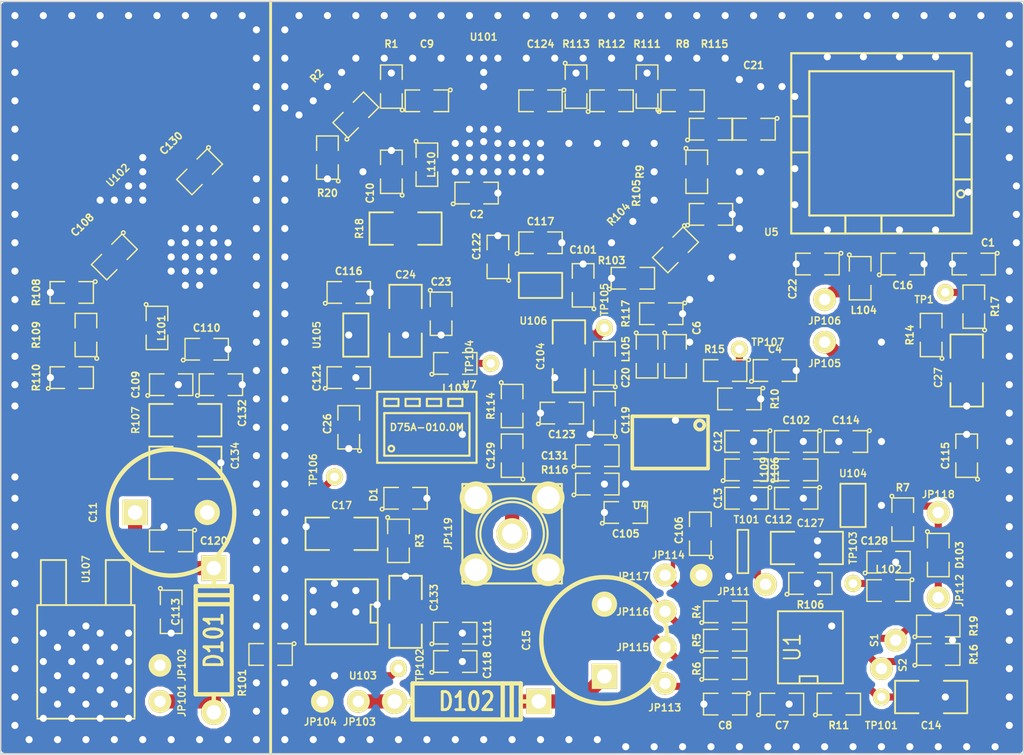
<source format=kicad_pcb>
(kicad_pcb (version 4) (host pcbnew "(2014-11-09 BZR 5259)-product")
  (layers (0 F.Cu signal) (31 B.Cu signal hide) (34 B.Paste user) (35 F.Paste user) (36 B.SilkS user) (37 F.SilkS user) (38 B.Mask user hide) (39 F.Mask user) (44 Edge.Cuts user))
  (net 0 "")
  (net 1 /12V)
  (net 2 /12VBOOST)
  (net 3 /3V3A)
  (net 4 /3V3D)
  (net 5 /3V3R)
  (net 6 /5V)
  (net 7 /HFOUT)
  (net 8 GND)
  (net 9 "Net-(C1-Pad1)")
  (net 10 "Net-(C10-Pad1)")
  (net 11 "Net-(C4-Pad1)")
  (net 12 "Net-(C6-Pad2)")
  (net 13 "Net-(C7-Pad1)")
  (net 14 "Net-(C9-Pad1)")
  (net 15 "Net-(C9-Pad2)")
  (net 16 "Net-(C12-Pad2)")
  (net 17 "Net-(C14-Pad1)")
  (net 18 "Net-(C16-Pad1)")
  (net 19 "Net-(C20-Pad1)")
  (net 20 "Net-(C20-Pad2)")
  (net 21 "Net-(C21-Pad1)")
  (net 22 "Net-(C21-Pad2)")
  (net 23 "Net-(C26-Pad2)")
  (net 24 "Net-(C27-Pad1)")
  (net 25 "Net-(C102-Pad2)")
  (net 26 "Net-(C108-Pad1)")
  (net 27 "Net-(C108-Pad2)")
  (net 28 "Net-(C109-Pad1)")
  (net 29 "Net-(C119-Pad2)")
  (net 30 "Net-(C124-Pad1)")
  (net 31 "Net-(C124-Pad2)")
  (net 32 "Net-(C129-Pad1)")
  (net 33 "Net-(C129-Pad2)")
  (net 34 "Net-(C130-Pad2)")
  (net 35 "Net-(C131-Pad2)")
  (net 36 /8VB)
  (net 37 "Net-(D1-Pad1)")
  (net 38 "Net-(D101-Pad1)")
  (net 39 "Net-(D102-Pad1)")
  (net 40 "Net-(D103-Pad1)")
  (net 41 "Net-(D103-Pad2)")
  (net 42 "Net-(JP106-Pad1)")
  (net 43 "Net-(JP110-Pad1)")
  (net 44 "Net-(JP111-Pad1)")
  (net 45 "Net-(JP115-Pad1)")
  (net 46 "Net-(JP116-Pad1)")
  (net 47 "Net-(JP117-Pad1)")
  (net 48 "Net-(R4-Pad2)")
  (net 49 "Net-(R5-Pad2)")
  (net 50 "Net-(R6-Pad2)")
  (net 51 "Net-(R111-Pad1)")
  (net 52 "Net-(R115-Pad1)")
  (net 53 "Net-(R104-Pad1)")
  (net 54 "Net-(R10-Pad2)")
  (net 55 "Net-(R15-Pad2)")
  (net 56 "Net-(R16-Pad1)")
  (net 57 "Net-(R19-Pad1)")
  (net 58 "Net-(R106-Pad1)")
  (net 59 "Net-(R114-Pad1)")
  (net 60 "Net-(TP102-Pad1)")
  (module TSSOP16 (layer F.Cu) (at 65 49 180)
    (fp_text reference U4 (at 2 -4.5 180) (layer F.SilkS) (effects (font (size 0.5 0.5) (thickness 0.1))))
    (fp_text value ADF4153 hide)
    (pad 1 smd rect (at -2.27584 2.79908 180) (size 0.381 1.27) (layers F.Cu F.Paste F.Mask) (net 54 "Net-(R10-Pad2)"))
    (pad 2 smd rect (at -1.6256 2.79908 180) (size 0.381 1.27) (layers F.Cu F.Paste F.Mask) (net 55 "Net-(R15-Pad2)"))
    (pad 3 smd rect (at -0.97536 2.79908 180) (size 0.381 1.27) (layers F.Cu F.Paste F.Mask) (net 8 GND))
    (pad 4 smd rect (at -0.32512 2.79908 180) (size 0.381 1.27) (layers F.Cu F.Paste F.Mask) (net 8 GND))
    (pad 5 smd rect (at 0.32512 2.79908 180) (size 0.381 1.27) (layers F.Cu F.Paste F.Mask) (net 12 "Net-(C6-Pad2)"))
    (pad 6 smd rect (at 0.97536 2.79908 180) (size 0.381 1.27) (layers F.Cu F.Paste F.Mask) (net 20 "Net-(C20-Pad2)"))
    (pad 7 smd rect (at 1.6256 2.79908 180) (size 0.381 1.27) (layers F.Cu F.Paste F.Mask) (net 29 "Net-(C119-Pad2)"))
    (pad 8 smd rect (at 2.27584 2.79908 180) (size 0.381 1.27) (layers F.Cu F.Paste F.Mask) (net 35 "Net-(C131-Pad2)"))
    (pad 9 smd rect (at 2.27584 -2.79908 180) (size 0.381 1.27) (layers F.Cu F.Paste F.Mask) (net 8 GND))
    (pad 10 smd rect (at 1.6256 -2.79908 180) (size 0.381 1.27) (layers F.Cu F.Paste F.Mask) (net 4 /3V3D))
    (pad 11 smd rect (at 0.97536 -2.79908 180) (size 0.381 1.27) (layers F.Cu F.Paste F.Mask) (net 45 "Net-(JP115-Pad1)"))
    (pad 12 smd rect (at 0.32512 -2.79908 180) (size 0.381 1.27) (layers F.Cu F.Paste F.Mask) (net 46 "Net-(JP116-Pad1)"))
    (pad 13 smd rect (at -0.32512 -2.79908 180) (size 0.381 1.27) (layers F.Cu F.Paste F.Mask) (net 47 "Net-(JP117-Pad1)"))
    (pad 14 smd rect (at -0.97536 -2.79908 180) (size 0.381 1.27) (layers F.Cu F.Paste F.Mask) (net 58 "Net-(R106-Pad1)"))
    (pad 15 smd rect (at -1.6256 -2.79908 180) (size 0.381 1.27) (layers F.Cu F.Paste F.Mask) (net 4 /3V3D))
    (pad 16 smd rect (at -2.27584 -2.79908 180) (size 0.381 1.27) (layers F.Cu F.Paste F.Mask) (net 16 "Net-(C12-Pad2)"))
  )
  (module SOT23GDS (layer F.Cu) (at 70.25 56.75 90)
    (fp_text reference T101 (at 2.25 0.25 180) (layer F.SilkS) (effects (font (size 0.5 0.5) (thickness 0.1))))
    (fp_text value BS170 hide)
    (pad S smd rect (at -0.889 -1.016 90) (size 0.9144 0.9144) (layers F.Cu F.Paste F.Mask) (net 8 GND))
    (pad G smd rect (at 0.889 -1.016 90) (size 0.9144 0.9144) (layers F.Cu F.Paste F.Mask) (net 58 "Net-(R106-Pad1)"))
    (pad D smd rect (at 0 1.016 90) (size 0.9144 0.9144) (layers F.Cu F.Paste F.Mask) (net 44 "Net-(JP111-Pad1)"))
  )
  (module SOT23-5 (layer F.Cu) (at 78 53.5 90)
    (fp_text reference U104 (at 2.25 0 180) (layer F.SilkS) (effects (font (size 0.5 0.5) (thickness 0.1))))
    (fp_text value ADP151AUJZ-3.3-R7 hide)
    (pad 1 smd rect (at -0.9525 1.27 90) (size 0.508 0.762) (layers F.Cu F.Paste F.Mask) (net 6 /5V))
    (pad 3 smd rect (at 0.9525 1.27 90) (size 0.508 0.762) (layers F.Cu F.Paste F.Mask) (net 6 /5V))
    (pad 5 smd rect (at -0.9525 -1.27 90) (size 0.508 0.762) (layers F.Cu F.Paste F.Mask) (net 4 /3V3D))
    (pad 2 smd rect (at 0 1.27 90) (size 0.508 0.762) (layers F.Cu F.Paste F.Mask) (net 8 GND))
    (pad 4 smd rect (at 0.9525 -1.27 90) (size 0.508 0.762) (layers F.Cu F.Paste F.Mask))
  )
  (module SOT23-5 (layer F.Cu) (at 43 41.5 270)
    (fp_text reference U105 (at 0 2.75 270) (layer F.SilkS) (effects (font (size 0.5 0.5) (thickness 0.1))))
    (fp_text value ADP151AUJZ-3.3-R7 hide)
    (pad 1 smd rect (at -0.9525 1.27 270) (size 0.508 0.762) (layers F.Cu F.Paste F.Mask) (net 6 /5V))
    (pad 3 smd rect (at 0.9525 1.27 270) (size 0.508 0.762) (layers F.Cu F.Paste F.Mask) (net 6 /5V))
    (pad 5 smd rect (at -0.9525 -1.27 270) (size 0.508 0.762) (layers F.Cu F.Paste F.Mask) (net 5 /3V3R))
    (pad 2 smd rect (at 0 1.27 270) (size 0.508 0.762) (layers F.Cu F.Paste F.Mask) (net 8 GND))
    (pad 4 smd rect (at 0.9525 -1.27 270) (size 0.508 0.762) (layers F.Cu F.Paste F.Mask))
  )
  (module SOT23-5 (layer F.Cu) (at 56 38 180)
    (fp_text reference U106 (at 0.5 -2.5 180) (layer F.SilkS) (effects (font (size 0.5 0.5) (thickness 0.1))))
    (fp_text value ADP151AUJZ-3.3-R7 hide)
    (pad 1 smd rect (at -0.9525 1.27 180) (size 0.508 0.762) (layers F.Cu F.Paste F.Mask) (net 6 /5V))
    (pad 3 smd rect (at 0.9525 1.27 180) (size 0.508 0.762) (layers F.Cu F.Paste F.Mask) (net 6 /5V))
    (pad 5 smd rect (at -0.9525 -1.27 180) (size 0.508 0.762) (layers F.Cu F.Paste F.Mask) (net 3 /3V3A))
    (pad 2 smd rect (at 0 1.27 180) (size 0.508 0.762) (layers F.Cu F.Paste F.Mask) (net 8 GND))
    (pad 4 smd rect (at 0.9525 -1.27 180) (size 0.508 0.762) (layers F.Cu F.Paste F.Mask))
  )
  (module SO8N (layer F.Cu) (at 75 63.5 90)
    (fp_text reference U1 (at 0 -1.27 90) (layer F.SilkS) (effects (font (size 1.143 1.016) (thickness 0.127))))
    (fp_text value ATTINY25_8 hide)
    (pad 8 smd rect (at -1.905 -3.175 90) (size 0.508 1.143) (layers F.Cu F.Paste F.Mask) (net 13 "Net-(C7-Pad1)"))
    (pad 7 smd rect (at -0.635 -3.175 90) (size 0.508 1.143) (layers F.Cu F.Paste F.Mask) (net 50 "Net-(R6-Pad2)"))
    (pad 6 smd rect (at 0.635 -3.175 90) (size 0.508 1.143) (layers F.Cu F.Paste F.Mask) (net 49 "Net-(R5-Pad2)"))
    (pad 5 smd rect (at 1.905 -3.175 90) (size 0.508 1.143) (layers F.Cu F.Paste F.Mask) (net 48 "Net-(R4-Pad2)"))
    (pad 4 smd rect (at 1.905 3.175 90) (size 0.508 1.143) (layers F.Cu F.Paste F.Mask) (net 8 GND))
    (pad 3 smd rect (at 0.635 3.175 90) (size 0.508 1.143) (layers F.Cu F.Paste F.Mask) (net 57 "Net-(R19-Pad1)"))
    (pad 2 smd rect (at -0.635 3.175 90) (size 0.508 1.143) (layers F.Cu F.Paste F.Mask) (net 56 "Net-(R16-Pad1)"))
    (pad 1 smd rect (at -1.905 3.175 90) (size 0.508 1.143) (layers F.Cu F.Paste F.Mask) (net 17 "Net-(C14-Pad1)"))
  )
  (module SO8N (layer F.Cu) (at 42 61 180)
    (fp_text reference U103 (at -1.5 -4.5 180) (layer F.SilkS) (effects (font (size 0.5 0.5) (thickness 0.1))))
    (fp_text value ADP7104 hide)
    (pad 8 smd rect (at -1.905 -3.175 180) (size 0.508 1.143) (layers F.Cu F.Paste F.Mask) (net 1 /12V))
    (pad 7 smd rect (at -0.635 -3.175 180) (size 0.508 1.143) (layers F.Cu F.Paste F.Mask) (net 60 "Net-(TP102-Pad1)"))
    (pad 6 smd rect (at 0.635 -3.175 180) (size 0.508 1.143) (layers F.Cu F.Paste F.Mask) (net 8 GND))
    (pad 5 smd rect (at 1.905 -3.175 180) (size 0.508 1.143) (layers F.Cu F.Paste F.Mask) (net 1 /12V))
    (pad 4 smd rect (at 1.905 3.175 180) (size 0.508 1.143) (layers F.Cu F.Paste F.Mask))
    (pad 3 smd rect (at 0.635 3.175 180) (size 0.508 1.143) (layers F.Cu F.Paste F.Mask) (net 8 GND))
    (pad 2 smd rect (at -0.635 3.175 180) (size 0.508 1.143) (layers F.Cu F.Paste F.Mask) (net 6 /5V))
    (pad 1 smd rect (at -1.905 3.175 180) (size 0.508 1.143) (layers F.Cu F.Paste F.Mask) (net 6 /5V))
  )
  (module D4 (layer F.Cu) (at 50.8 67.31)
    (fp_text reference D102 (at 0 0) (layer F.SilkS) (effects (font (size 1.27 1.016) (thickness 0.2032))))
    (fp_text value 1N4001 hide)
    (pad 1 thru_hole circle (at -5.08 0) (size 1.778 1.778) (drill 1.016) (layers *.Cu *.Mask F.SilkS) (net 39 "Net-(D102-Pad1)"))
    (pad 2 thru_hole rect (at 5.08 0) (size 1.778 1.778) (drill 1.016) (layers *.Cu *.Mask F.SilkS) (net 1 /12V))
  )
  (module D4 (layer F.Cu) (at 33 63 90)
    (fp_text reference D101 (at 0 0 90) (layer F.SilkS) (effects (font (size 1.27 1.016) (thickness 0.2032))))
    (fp_text value 1N4001 hide)
    (pad 1 thru_hole circle (at -5.08 0 90) (size 1.778 1.778) (drill 1.016) (layers *.Cu *.Mask F.SilkS) (net 38 "Net-(D101-Pad1)"))
    (pad 2 thru_hole rect (at 5.08 0 90) (size 1.778 1.778) (drill 1.016) (layers *.Cu *.Mask F.SilkS) (net 2 /12VBOOST))
  )
  (module 1206 (layer F.Cu) (at 31 50.5)
    (fp_text reference C134 (at 3.5 -0.5 90) (layer F.SilkS) (effects (font (size 0.5 0.5) (thickness 0.1))))
    (fp_text value "10u X7R" hide)
    (pad 1 smd rect (at -1.651 0) (size 1.524 2.032) (layers F.Cu F.Paste F.Mask) (net 36 /8VB))
    (pad 2 smd rect (at 1.651 0) (size 1.524 2.032) (layers F.Cu F.Paste F.Mask) (net 8 GND))
  )
  (module 1206 (layer F.Cu) (at 86 44 270)
    (fp_text reference C27 (at 0.5 2 270) (layer F.SilkS) (effects (font (size 0.5 0.5) (thickness 0.1))))
    (fp_text value 4u7 hide)
    (pad 1 smd rect (at -1.651 0 270) (size 1.524 2.032) (layers F.Cu F.Paste F.Mask) (net 24 "Net-(C27-Pad1)"))
    (pad 2 smd rect (at 1.651 0 270) (size 1.524 2.032) (layers F.Cu F.Paste F.Mask) (net 8 GND))
  )
  (module 1206 (layer F.Cu) (at 83.5 67)
    (fp_text reference C14 (at 0 2) (layer F.SilkS) (effects (font (size 0.5 0.5) (thickness 0.1))))
    (fp_text value 10u hide)
    (pad 1 smd rect (at -1.651 0) (size 1.524 2.032) (layers F.Cu F.Paste F.Mask) (net 17 "Net-(C14-Pad1)"))
    (pad 2 smd rect (at 1.651 0) (size 1.524 2.032) (layers F.Cu F.Paste F.Mask) (net 8 GND))
  )
  (module 1206 (layer F.Cu) (at 74.75 56.5)
    (fp_text reference C127 (at 0.25 -1.75) (layer F.SilkS) (effects (font (size 0.5 0.5) (thickness 0.1))))
    (fp_text value "10u X7R" hide)
    (pad 1 smd rect (at -1.651 0) (size 1.524 2.032) (layers F.Cu F.Paste F.Mask) (net 4 /3V3D))
    (pad 2 smd rect (at 1.651 0) (size 1.524 2.032) (layers F.Cu F.Paste F.Mask) (net 8 GND))
  )
  (module 1206 (layer F.Cu) (at 46.5 40.5 270)
    (fp_text reference C24 (at -3.25 0 360) (layer F.SilkS) (effects (font (size 0.5 0.5) (thickness 0.1))))
    (fp_text value "10u X7R" hide)
    (pad 1 smd rect (at -1.651 0 270) (size 1.524 2.032) (layers F.Cu F.Paste F.Mask) (net 5 /3V3R))
    (pad 2 smd rect (at 1.651 0 270) (size 1.524 2.032) (layers F.Cu F.Paste F.Mask) (net 8 GND))
  )
  (module 1206 (layer F.Cu) (at 58 43 270)
    (fp_text reference C104 (at 0 2 270) (layer F.SilkS) (effects (font (size 0.5 0.5) (thickness 0.1))))
    (fp_text value "10u X7R" hide)
    (pad 1 smd rect (at -1.651 0 270) (size 1.524 2.032) (layers F.Cu F.Paste F.Mask) (net 3 /3V3A))
    (pad 2 smd rect (at 1.651 0 270) (size 1.524 2.032) (layers F.Cu F.Paste F.Mask) (net 8 GND))
  )
  (module 1206 (layer F.Cu) (at 46.5 61 90)
    (fp_text reference C133 (at 1 2 90) (layer F.SilkS) (effects (font (size 0.5 0.5) (thickness 0.1))))
    (fp_text value "10u X7R" hide)
    (pad 1 smd rect (at -1.651 0 90) (size 1.524 2.032) (layers F.Cu F.Paste F.Mask) (net 1 /12V))
    (pad 2 smd rect (at 1.651 0 90) (size 1.524 2.032) (layers F.Cu F.Paste F.Mask) (net 8 GND))
  )
  (module 1206 (layer F.Cu) (at 42 55.5 180)
    (fp_text reference C17 (at 0 2 180) (layer F.SilkS) (effects (font (size 0.5 0.5) (thickness 0.1))))
    (fp_text value "10u X7R" hide)
    (pad 1 smd rect (at -1.651 0 180) (size 1.524 2.032) (layers F.Cu F.Paste F.Mask) (net 6 /5V))
    (pad 2 smd rect (at 1.651 0 180) (size 1.524 2.032) (layers F.Cu F.Paste F.Mask) (net 8 GND))
  )
  (module 1206 (layer F.Cu) (at 46.5 34 180)
    (fp_text reference R18 (at 3.25 0 270) (layer F.SilkS) (effects (font (size 0.5 0.5) (thickness 0.1))))
    (fp_text value TBD hide)
    (pad 1 smd rect (at -1.651 0 180) (size 1.524 2.032) (layers F.Cu F.Paste F.Mask) (net 10 "Net-(C10-Pad1)"))
    (pad 2 smd rect (at 1.651 0 180) (size 1.524 2.032) (layers F.Cu F.Paste F.Mask) (net 6 /5V))
  )
  (module 1206 (layer F.Cu) (at 31 47.5)
    (fp_text reference R107 (at -3.5 0 90) (layer F.SilkS) (effects (font (size 0.5 0.5) (thickness 0.1))))
    (fp_text value 27R hide)
    (pad 1 smd rect (at -1.651 0) (size 1.524 2.032) (layers F.Cu F.Paste F.Mask) (net 28 "Net-(C109-Pad1)"))
    (pad 2 smd rect (at 1.651 0) (size 1.524 2.032) (layers F.Cu F.Paste F.Mask) (net 36 /8VB))
  )
  (module HOLE_SMD_S_15 (layer F.Cu) (at 19 49)
    (fp_text reference JP110 hide)
    (fp_text value CONN_1 hide)
    (pad 1 smd rect (at 0 0) (size 1.5 1.5) (layers F.Cu F.Paste F.Mask) (net 43 "Net-(JP110-Pad1)"))
  )
  (module HOLE_SMD_S_15 (layer F.Cu) (at 38 28)
    (fp_text reference JP108 hide)
    (fp_text value CONN_1 hide)
    (pad 1 smd rect (at 0 0) (size 1.5 1.5) (layers F.Cu F.Paste F.Mask) (net 7 /HFOUT))
  )
  (module HOLE_SMD_S_15 (layer F.Cu) (at 36 28)
    (fp_text reference JP109 hide)
    (fp_text value CONN_1 hide)
    (pad 1 smd rect (at 0 0) (size 1.5 1.5) (layers F.Cu F.Paste F.Mask) (net 7 /HFOUT))
  )
  (module HOLE_PTH_R_08_16 (layer F.Cu) (at 67.31 58.42)
    (fp_text reference JP114 (at -2.31 -1.42) (layer F.SilkS) (effects (font (size 0.5 0.5) (thickness 0.1))))
    (fp_text value CONN_1 hide)
    (pad 1 thru_hole circle (at 0 0) (size 1.6 1.6) (drill 0.8) (layers *.Cu *.Mask F.SilkS) (net 8 GND))
  )
  (module HOLE_PTH_R_08_16 (layer F.Cu) (at 40.64 67.31)
    (fp_text reference JP104 (at -0.14 1.44) (layer F.SilkS) (effects (font (size 0.5 0.5) (thickness 0.1))))
    (fp_text value CONN_1 hide)
    (pad 1 thru_hole circle (at 0 0) (size 1.6 1.6) (drill 0.8) (layers *.Cu *.Mask F.SilkS) (net 8 GND))
  )
  (module HOLE_PTH_R_08_16 (layer F.Cu) (at 43.18 67.31)
    (fp_text reference JP103 (at 0.07 1.44) (layer F.SilkS) (effects (font (size 0.5 0.5) (thickness 0.1))))
    (fp_text value CONN_1 hide)
    (pad 1 thru_hole circle (at 0 0) (size 1.6 1.6) (drill 0.8) (layers *.Cu *.Mask F.SilkS) (net 39 "Net-(D102-Pad1)"))
  )
  (module HOLE_PTH_R_08_16 (layer F.Cu) (at 29.21 64.77)
    (fp_text reference JP102 (at 1.54 -0.02 90) (layer F.SilkS) (effects (font (size 0.5 0.5) (thickness 0.1))))
    (fp_text value CONN_1 hide)
    (pad 1 thru_hole circle (at 0 0) (size 1.6 1.6) (drill 0.8) (layers *.Cu *.Mask F.SilkS) (net 8 GND))
  )
  (module HOLE_PTH_R_08_16 (layer F.Cu) (at 29.21 67.31)
    (fp_text reference JP101 (at 1.54 -0.06 90) (layer F.SilkS) (effects (font (size 0.5 0.5) (thickness 0.1))))
    (fp_text value CONN_1 hide)
    (pad 1 thru_hole circle (at 0 0) (size 1.6 1.6) (drill 0.8) (layers *.Cu *.Mask F.SilkS) (net 38 "Net-(D101-Pad1)"))
  )
  (module HOLE_PTH_R_08_16 (layer F.Cu) (at 76 39)
    (fp_text reference JP106 (at 0 1.5) (layer F.SilkS) (effects (font (size 0.5 0.5) (thickness 0.1))))
    (fp_text value CONN_1 hide)
    (pad 1 thru_hole circle (at 0 0) (size 1.6 1.6) (drill 0.8) (layers *.Cu *.Mask F.SilkS) (net 42 "Net-(JP106-Pad1)"))
  )
  (module HOLE_PTH_R_08_16 (layer F.Cu) (at 64.77 66.04)
    (fp_text reference JP113 (at -0.02 1.71) (layer F.SilkS) (effects (font (size 0.5 0.5) (thickness 0.1))))
    (fp_text value CONN_1 hide)
    (pad 1 thru_hole circle (at 0 0) (size 1.6 1.6) (drill 0.8) (layers *.Cu *.Mask F.SilkS) (net 13 "Net-(C7-Pad1)"))
  )
  (module HOLE_PTH_R_08_16 (layer F.Cu) (at 80 65)
    (fp_text reference S2 (at 1.5 -0.25 90) (layer F.SilkS) (effects (font (size 0.5 0.5) (thickness 0.1))))
    (fp_text value CONN_1 hide)
    (pad 1 thru_hole circle (at 0 0) (size 1.6 1.6) (drill 0.8) (layers *.Cu *.Mask F.SilkS) (net 56 "Net-(R16-Pad1)"))
  )
  (module HOLE_PTH_R_08_16 (layer F.Cu) (at 64.77 60.96)
    (fp_text reference JP116 (at -2.27 0.04) (layer F.SilkS) (effects (font (size 0.5 0.5) (thickness 0.1))))
    (fp_text value CONN_1 hide)
    (pad 1 thru_hole circle (at 0 0) (size 1.6 1.6) (drill 0.8) (layers *.Cu *.Mask F.SilkS) (net 46 "Net-(JP116-Pad1)"))
  )
  (module HOLE_PTH_R_08_16 (layer F.Cu) (at 76 42)
    (fp_text reference JP105 (at 0 1.5) (layer F.SilkS) (effects (font (size 0.5 0.5) (thickness 0.1))))
    (fp_text value CONN_1 hide)
    (pad 1 thru_hole circle (at 0 0) (size 1.6 1.6) (drill 0.8) (layers *.Cu *.Mask F.SilkS) (net 6 /5V))
  )
  (module HOLE_PTH_R_08_16 (layer F.Cu) (at 64.77 58.42)
    (fp_text reference JP117 (at -2.27 0.08) (layer F.SilkS) (effects (font (size 0.5 0.5) (thickness 0.1))))
    (fp_text value CONN_1 hide)
    (pad 1 thru_hole circle (at 0 0) (size 1.6 1.6) (drill 0.8) (layers *.Cu *.Mask F.SilkS) (net 47 "Net-(JP117-Pad1)"))
  )
  (module HOLE_PTH_R_08_16 (layer F.Cu) (at 81 63)
    (fp_text reference S1 (at -1.5 0 90) (layer F.SilkS) (effects (font (size 0.5 0.5) (thickness 0.1))))
    (fp_text value CONN_1 hide)
    (pad 1 thru_hole circle (at 0 0) (size 1.6 1.6) (drill 0.8) (layers *.Cu *.Mask F.SilkS) (net 57 "Net-(R19-Pad1)"))
  )
  (module HOLE_PTH_R_08_16 (layer F.Cu) (at 64.77 63.5)
    (fp_text reference JP115 (at -2.27 0) (layer F.SilkS) (effects (font (size 0.5 0.5) (thickness 0.1))))
    (fp_text value CONN_1 hide)
    (pad 1 thru_hole circle (at 0 0) (size 1.6 1.6) (drill 0.8) (layers *.Cu *.Mask F.SilkS) (net 45 "Net-(JP115-Pad1)"))
  )
  (module HOLE_PTH_R_08_16 (layer F.Cu) (at 71.84 59.065)
    (fp_text reference JP111 (at -2.25 0.5) (layer F.SilkS) (effects (font (size 0.5 0.5) (thickness 0.1))))
    (fp_text value CONN_1 hide)
    (pad 1 thru_hole circle (at 0 0) (size 1.6 1.6) (drill 0.8) (layers *.Cu *.Mask F.SilkS) (net 44 "Net-(JP111-Pad1)"))
  )
  (module HOLE_PTH_R_08_16 (layer F.Cu) (at 84 60)
    (fp_text reference JP112 (at 1.5 -0.5 90) (layer F.SilkS) (effects (font (size 0.5 0.5) (thickness 0.1))))
    (fp_text value CONN_1 hide)
    (pad 1 thru_hole circle (at 0 0) (size 1.6 1.6) (drill 0.8) (layers *.Cu *.Mask F.SilkS) (net 41 "Net-(D103-Pad2)"))
  )
  (module HOLE_PTH_R_08_16 (layer F.Cu) (at 84 54)
    (fp_text reference JP118 (at 0 -1.27) (layer F.SilkS) (effects (font (size 0.5 0.5) (thickness 0.1))))
    (fp_text value CONN_1 hide)
    (pad 1 thru_hole circle (at 0 0) (size 1.6 1.6) (drill 0.8) (layers *.Cu *.Mask F.SilkS) (net 40 "Net-(D103-Pad1)"))
  )
  (module HOLE_PTH_R_06_12 (layer F.Cu) (at 80 67)
    (fp_text reference TP101 (at 0 2) (layer F.SilkS) (effects (font (size 0.5 0.5) (thickness 0.1))))
    (fp_text value CONN_1 hide)
    (pad 1 thru_hole circle (at 0 0) (size 1.2 1.2) (drill 0.6) (layers *.Cu *.Mask F.SilkS) (net 17 "Net-(C14-Pad1)"))
  )
  (module HOLE_PTH_R_06_12 (layer F.Cu) (at 70 42.5)
    (fp_text reference TP107 (at 2 -0.5) (layer F.SilkS) (effects (font (size 0.5 0.5) (thickness 0.1))))
    (fp_text value CONN_1 hide)
    (pad 1 thru_hole circle (at 0 0) (size 1.2 1.2) (drill 0.6) (layers *.Cu *.Mask F.SilkS) (net 11 "Net-(C4-Pad1)"))
  )
  (module HOLE_PTH_R_06_12 (layer F.Cu) (at 78 59)
    (fp_text reference TP103 (at 0 -2.5 90) (layer F.SilkS) (effects (font (size 0.5 0.5) (thickness 0.1))))
    (fp_text value CONN_1 hide)
    (pad 1 thru_hole circle (at 0 0) (size 1.2 1.2) (drill 0.6) (layers *.Cu *.Mask F.SilkS) (net 4 /3V3D))
  )
  (module HOLE_PTH_R_06_12 (layer F.Cu) (at 52.5 43.5)
    (fp_text reference TP104 (at -1.5 -0.5 90) (layer F.SilkS) (effects (font (size 0.5 0.5) (thickness 0.1))))
    (fp_text value CONN_1 hide)
    (pad 1 thru_hole circle (at 0 0) (size 1.2 1.2) (drill 0.6) (layers *.Cu *.Mask F.SilkS) (net 5 /3V3R))
  )
  (module HOLE_PTH_R_06_12 (layer F.Cu) (at 60.5 41)
    (fp_text reference TP105 (at 0 -2 90) (layer F.SilkS) (effects (font (size 0.5 0.5) (thickness 0.1))))
    (fp_text value CONN_1 hide)
    (pad 1 thru_hole circle (at 0 0) (size 1.2 1.2) (drill 0.6) (layers *.Cu *.Mask F.SilkS) (net 3 /3V3A))
  )
  (module HOLE_PTH_R_06_12 (layer F.Cu) (at 46 65)
    (fp_text reference TP102 (at 1.5 -0.25 90) (layer F.SilkS) (effects (font (size 0.5 0.5) (thickness 0.1))))
    (fp_text value CONN_1 hide)
    (pad 1 thru_hole circle (at 0 0) (size 1.2 1.2) (drill 0.6) (layers *.Cu *.Mask F.SilkS) (net 60 "Net-(TP102-Pad1)"))
  )
  (module HOLE_PTH_R_06_12 (layer F.Cu) (at 41.5 51.5)
    (fp_text reference TP106 (at -1.5 -0.5 90) (layer F.SilkS) (effects (font (size 0.5 0.5) (thickness 0.1))))
    (fp_text value CONN_1 hide)
    (pad 1 thru_hole circle (at 0 0) (size 1.2 1.2) (drill 0.6) (layers *.Cu *.Mask F.SilkS) (net 6 /5V))
  )
  (module CK605 (layer F.Cu) (at 80 28 90)
    (fp_text reference U5 (at -6.25 -7.75 180) (layer F.SilkS) (effects (font (size 0.5 0.5) (thickness 0.1))))
    (fp_text value ROS-2082-119+ hide)
    (pad 1 smd rect (at -3.43 6.1 90) (size 1.52 1.52) (layers F.Cu F.Paste F.Mask) (net 8 GND))
    (pad 2 smd rect (at -0.89 6.1 90) (size 1.52 1.52) (layers F.Cu F.Paste F.Mask) (net 9 "Net-(C1-Pad1)") (clearance 1.02))
    (pad 1 smd rect (at 1.65 6.1 90) (size 1.52 1.52) (layers F.Cu F.Paste F.Mask) (net 8 GND))
    (pad 1 smd rect (at 4.19 6.1 90) (size 1.52 1.52) (layers F.Cu F.Paste F.Mask) (net 8 GND))
    (pad 1 smd rect (at 6.1 3.81 90) (size 1.52 1.52) (layers F.Cu F.Paste F.Mask) (net 8 GND))
    (pad 1 smd rect (at 6.1 1.27 90) (size 1.52 1.52) (layers F.Cu F.Paste F.Mask) (net 8 GND))
    (pad 1 smd rect (at 6.1 -1.27 90) (size 1.52 1.52) (layers F.Cu F.Paste F.Mask) (net 8 GND))
    (pad 1 smd rect (at 6.1 -3.81 90) (size 1.52 1.52) (layers F.Cu F.Paste F.Mask) (net 8 GND))
    (pad 1 smd rect (at 3.3 -6.1 90) (size 1.52 1.52) (layers F.Cu F.Paste F.Mask) (net 8 GND))
    (pad 10 smd rect (at 0.76 -6.1 90) (size 1.52 1.52) (layers F.Cu F.Paste F.Mask) (net 21 "Net-(C21-Pad1)") (clearance 1.02))
    (pad 1 smd rect (at -1.78 -6.1 90) (size 1.52 1.52) (layers F.Cu F.Paste F.Mask) (net 8 GND))
    (pad 1 smd rect (at -4.32 -6.1 90) (size 1.52 1.52) (layers F.Cu F.Paste F.Mask) (net 8 GND))
    (pad 1 smd rect (at -6.1 -3.81 90) (size 1.52 1.52) (layers F.Cu F.Paste F.Mask) (net 8 GND))
    (pad 14 smd rect (at -6.1 -1.27 90) (size 1.52 1.52) (layers F.Cu F.Paste F.Mask) (net 18 "Net-(C16-Pad1)") (clearance 1.02))
    (pad 1 smd rect (at -6.1 1.27 90) (size 1.52 1.52) (layers F.Cu F.Paste F.Mask) (net 8 GND))
    (pad 1 smd rect (at -6.1 3.81 90) (size 1.52 1.52) (layers F.Cu F.Paste F.Mask) (net 8 GND))
  )
  (module SOT89 (layer F.Cu) (at 52 25 180)
    (fp_text reference U101 (at 0 4.5 180) (layer F.SilkS) (effects (font (size 0.5 0.5) (thickness 0.1))))
    (fp_text value GALI-59+ hide)
    (pad 2 smd rect (at 0 -0.20955 180) (size 0.9144 1.9177) (layers F.Cu F.Paste F.Mask) (net 8 GND))
    (pad 3 smd rect (at 1.4986 0 180) (size 0.7112 1.4986) (layers F.Cu F.Paste F.Mask) (net 14 "Net-(C9-Pad1)"))
    (pad 1 smd rect (at -1.4986 0 180) (size 0.7112 1.4986) (layers F.Cu F.Paste F.Mask) (net 31 "Net-(C124-Pad2)"))
    (pad 2 smd trapezoid (at 0 -1.41605 180) (size 1.4097 0.4953) (rect_delta 0 -0.4953) (layers F.Cu F.Paste F.Mask) (net 8 GND))
    (pad 2 smd rect (at 0 -2.87655 180) (size 1.905 2.4257) (layers F.Cu F.Paste F.Mask) (net 8 GND))
    (pad 2 smd trapezoid (at 0 -4.33705 180) (size 1.4097 0.4953) (rect_delta 0 0.4953) (layers F.Cu F.Paste F.Mask) (net 8 GND))
  )
  (module SOT89 (layer F.Cu) (at 29 33 225)
    (fp_text reference U102 (at 0 3.889087 225) (layer F.SilkS) (effects (font (size 0.5 0.5) (thickness 0.1))))
    (fp_text value PGA-103+ hide)
    (pad 2 smd rect (at 0 -0.20955 225) (size 0.9144 1.9177) (layers F.Cu F.Paste F.Mask) (net 8 GND))
    (pad 3 smd rect (at 1.4986 0 225) (size 0.7112 1.4986) (layers F.Cu F.Paste F.Mask) (net 26 "Net-(C108-Pad1)"))
    (pad 1 smd rect (at -1.4986 0 225) (size 0.7112 1.4986) (layers F.Cu F.Paste F.Mask) (net 34 "Net-(C130-Pad2)"))
    (pad 2 smd trapezoid (at 0 -1.41605 225) (size 1.4097 0.4953) (rect_delta 0 -0.4953) (layers F.Cu F.Paste F.Mask) (net 8 GND))
    (pad 2 smd rect (at 0 -2.87655 225) (size 1.905 2.4257) (layers F.Cu F.Paste F.Mask) (net 8 GND))
    (pad 2 smd trapezoid (at 0 -4.33705 225) (size 1.4097 0.4953) (rect_delta 0 0.4953) (layers F.Cu F.Paste F.Mask) (net 8 GND))
  )
  (module 0805 (layer F.Cu) (at 86 50 90)
    (fp_text reference C115 (at 0 -1.5 90) (layer F.SilkS) (effects (font (size 0.50038 0.50038) (thickness 0.10922))))
    (fp_text value 47p hide)
    (pad 1 smd rect (at -0.9525 0 90) (size 0.889 1.397) (layers F.Cu F.Paste F.Mask) (net 6 /5V))
    (pad 2 smd rect (at 0.9525 0 90) (size 0.889 1.397) (layers F.Cu F.Paste F.Mask) (net 8 GND))
  )
  (module 0805 (layer F.Cu) (at 51.5 31.5)
    (fp_text reference C2 (at 0 1.5) (layer F.SilkS) (effects (font (size 0.50038 0.50038) (thickness 0.10922))))
    (fp_text value 100n hide)
    (pad 1 smd rect (at -0.9525 0) (size 0.889 1.397) (layers F.Cu F.Paste F.Mask) (net 10 "Net-(C10-Pad1)"))
    (pad 2 smd rect (at 0.9525 0) (size 0.889 1.397) (layers F.Cu F.Paste F.Mask) (net 8 GND))
  )
  (module 0805 (layer F.Cu) (at 30 56 180)
    (fp_text reference C120 (at -3 0 180) (layer F.SilkS) (effects (font (size 0.50038 0.50038) (thickness 0.10922))))
    (fp_text value 47p hide)
    (pad 1 smd rect (at -0.9525 0 180) (size 0.889 1.397) (layers F.Cu F.Paste F.Mask) (net 2 /12VBOOST))
    (pad 2 smd rect (at 0.9525 0 180) (size 0.889 1.397) (layers F.Cu F.Paste F.Mask) (net 8 GND))
  )
  (module 0805 (layer F.Cu) (at 30 61 270)
    (fp_text reference C113 (at 0 -0.3175 270) (layer F.SilkS) (effects (font (size 0.50038 0.50038) (thickness 0.10922))))
    (fp_text value 100n hide)
    (pad 1 smd rect (at -0.9525 0 270) (size 0.889 1.397) (layers F.Cu F.Paste F.Mask) (net 2 /12VBOOST))
    (pad 2 smd rect (at 0.9525 0 270) (size 0.889 1.397) (layers F.Cu F.Paste F.Mask) (net 8 GND))
  )
  (module 0805 (layer F.Cu) (at 50 64.5)
    (fp_text reference C118 (at 2.25 0.25 90) (layer F.SilkS) (effects (font (size 0.50038 0.50038) (thickness 0.10922))))
    (fp_text value 47p hide)
    (pad 1 smd rect (at -0.9525 0) (size 0.889 1.397) (layers F.Cu F.Paste F.Mask) (net 1 /12V))
    (pad 2 smd rect (at 0.9525 0) (size 0.889 1.397) (layers F.Cu F.Paste F.Mask) (net 8 GND))
  )
  (module 0805 (layer F.Cu) (at 50 62.5)
    (fp_text reference C111 (at 2.25 0 90) (layer F.SilkS) (effects (font (size 0.50038 0.50038) (thickness 0.10922))))
    (fp_text value 100n hide)
    (pad 1 smd rect (at -0.9525 0) (size 0.889 1.397) (layers F.Cu F.Paste F.Mask) (net 1 /12V))
    (pad 2 smd rect (at 0.9525 0) (size 0.889 1.397) (layers F.Cu F.Paste F.Mask) (net 8 GND))
  )
  (module 0805 (layer F.Cu) (at 41 29 90)
    (fp_text reference R20 (at -2.5 0 180) (layer F.SilkS) (effects (font (size 0.50038 0.50038) (thickness 0.10922))))
    (fp_text value NC hide)
    (pad 1 smd rect (at -0.9525 0 90) (size 0.889 1.397) (layers F.Cu F.Paste F.Mask) (net 8 GND))
    (pad 2 smd rect (at 0.9525 0 90) (size 0.889 1.397) (layers F.Cu F.Paste F.Mask) (net 7 /HFOUT))
  )
  (module 0805 (layer F.Cu) (at 43 26 45)
    (fp_text reference R2 (at 0 -3.889087 45) (layer F.SilkS) (effects (font (size 0.50038 0.50038) (thickness 0.10922))))
    (fp_text value 0R hide)
    (pad 1 smd rect (at -0.9525 0 45) (size 0.889 1.397) (layers F.Cu F.Paste F.Mask) (net 7 /HFOUT))
    (pad 2 smd rect (at 0.9525 0 45) (size 0.889 1.397) (layers F.Cu F.Paste F.Mask) (net 15 "Net-(C9-Pad2)"))
  )
  (module 0805 (layer F.Cu) (at 45.5 24 90)
    (fp_text reference R1 (at 3 0 180) (layer F.SilkS) (effects (font (size 0.50038 0.50038) (thickness 0.10922))))
    (fp_text value NC hide)
    (pad 1 smd rect (at -0.9525 0 90) (size 0.889 1.397) (layers F.Cu F.Paste F.Mask) (net 15 "Net-(C9-Pad2)"))
    (pad 2 smd rect (at 0.9525 0 90) (size 0.889 1.397) (layers F.Cu F.Paste F.Mask) (net 8 GND))
  )
  (module 0805 (layer F.Cu) (at 37 64 180)
    (fp_text reference R101 (at 2 -2 270) (layer F.SilkS) (effects (font (size 0.50038 0.50038) (thickness 0.10922))))
    (fp_text value 0R hide)
    (pad 1 smd rect (at -0.9525 0 180) (size 0.889 1.397) (layers F.Cu F.Paste F.Mask) (net 1 /12V))
    (pad 2 smd rect (at 0.9525 0 180) (size 0.889 1.397) (layers F.Cu F.Paste F.Mask) (net 38 "Net-(D101-Pad1)"))
  )
  (module 0805 (layer F.Cu) (at 50 43.5)
    (fp_text reference L103 (at 0 1.75) (layer F.SilkS) (effects (font (size 0.50038 0.50038) (thickness 0.10922))))
    (fp_text value BLM21BD272SN1L hide)
    (pad 1 smd rect (at -0.9525 0) (size 0.889 1.397) (layers F.Cu F.Paste F.Mask) (net 23 "Net-(C26-Pad2)"))
    (pad 2 smd rect (at 0.9525 0) (size 0.889 1.397) (layers F.Cu F.Paste F.Mask) (net 5 /3V3R))
  )
  (module 0805 (layer F.Cu) (at 42.5 48 90)
    (fp_text reference C26 (at 0.25 -1.5 90) (layer F.SilkS) (effects (font (size 0.50038 0.50038) (thickness 0.10922))))
    (fp_text value 100n hide)
    (pad 1 smd rect (at -0.9525 0 90) (size 0.889 1.397) (layers F.Cu F.Paste F.Mask) (net 8 GND))
    (pad 2 smd rect (at 0.9525 0 90) (size 0.889 1.397) (layers F.Cu F.Paste F.Mask) (net 23 "Net-(C26-Pad2)"))
  )
  (module 0805 (layer F.Cu) (at 56 25 180)
    (fp_text reference C124 (at 0 4 180) (layer F.SilkS) (effects (font (size 0.50038 0.50038) (thickness 0.10922))))
    (fp_text value 47p hide)
    (pad 1 smd rect (at -0.9525 0 180) (size 0.889 1.397) (layers F.Cu F.Paste F.Mask) (net 30 "Net-(C124-Pad1)"))
    (pad 2 smd rect (at 0.9525 0 180) (size 0.889 1.397) (layers F.Cu F.Paste F.Mask) (net 31 "Net-(C124-Pad2)"))
  )
  (module 0805 (layer F.Cu) (at 54 46.5 270)
    (fp_text reference R114 (at 0 1.5 270) (layer F.SilkS) (effects (font (size 0.50038 0.50038) (thickness 0.10922))))
    (fp_text value 0R hide)
    (pad 1 smd rect (at -0.9525 0 270) (size 0.889 1.397) (layers F.Cu F.Paste F.Mask) (net 59 "Net-(R114-Pad1)"))
    (pad 2 smd rect (at 0.9525 0 270) (size 0.889 1.397) (layers F.Cu F.Paste F.Mask) (net 33 "Net-(C129-Pad2)"))
  )
  (module 0805 (layer F.Cu) (at 60 52)
    (fp_text reference R116 (at -3 -1) (layer F.SilkS) (effects (font (size 0.50038 0.50038) (thickness 0.10922))))
    (fp_text value 51R hide)
    (pad 1 smd rect (at -0.9525 0) (size 0.889 1.397) (layers F.Cu F.Paste F.Mask) (net 33 "Net-(C129-Pad2)"))
    (pad 2 smd rect (at 0.9525 0) (size 0.889 1.397) (layers F.Cu F.Paste F.Mask) (net 8 GND))
  )
  (module 0805 (layer F.Cu) (at 80.5 59.5 180)
    (fp_text reference L102 (at 0 1.5 180) (layer F.SilkS) (effects (font (size 0.50038 0.50038) (thickness 0.10922))))
    (fp_text value BLM21BD272SN1L hide)
    (pad 1 smd rect (at -0.9525 0 180) (size 0.889 1.397) (layers F.Cu F.Paste F.Mask) (net 13 "Net-(C7-Pad1)"))
    (pad 2 smd rect (at 0.9525 0 180) (size 0.889 1.397) (layers F.Cu F.Paste F.Mask) (net 4 /3V3D))
  )
  (module 0805 (layer F.Cu) (at 73 67.5)
    (fp_text reference C7 (at 0 1.5) (layer F.SilkS) (effects (font (size 0.50038 0.50038) (thickness 0.10922))))
    (fp_text value 100n hide)
    (pad 1 smd rect (at -0.9525 0) (size 0.889 1.397) (layers F.Cu F.Paste F.Mask) (net 13 "Net-(C7-Pad1)"))
    (pad 2 smd rect (at 0.9525 0) (size 0.889 1.397) (layers F.Cu F.Paste F.Mask) (net 8 GND))
  )
  (module 0805 (layer F.Cu) (at 69 67.5 180)
    (fp_text reference C8 (at 0 -1.5 180) (layer F.SilkS) (effects (font (size 0.50038 0.50038) (thickness 0.10922))))
    (fp_text value 47p hide)
    (pad 1 smd rect (at -0.9525 0 180) (size 0.889 1.397) (layers F.Cu F.Paste F.Mask) (net 13 "Net-(C7-Pad1)"))
    (pad 2 smd rect (at 0.9525 0 180) (size 0.889 1.397) (layers F.Cu F.Paste F.Mask) (net 8 GND))
  )
  (module 0805 (layer F.Cu) (at 59 38 90)
    (fp_text reference C101 (at 2.5 0 180) (layer F.SilkS) (effects (font (size 0.50038 0.50038) (thickness 0.10922))))
    (fp_text value 100n hide)
    (pad 1 smd rect (at -0.9525 0 90) (size 0.889 1.397) (layers F.Cu F.Paste F.Mask) (net 3 /3V3A))
    (pad 2 smd rect (at 0.9525 0 90) (size 0.889 1.397) (layers F.Cu F.Paste F.Mask) (net 8 GND))
  )
  (module 0805 (layer F.Cu) (at 26 36 225)
    (fp_text reference C108 (at 0 3.181981 225) (layer F.SilkS) (effects (font (size 0.50038 0.50038) (thickness 0.10922))))
    (fp_text value 47p hide)
    (pad 1 smd rect (at -0.9525 0 225) (size 0.889 1.397) (layers F.Cu F.Paste F.Mask) (net 26 "Net-(C108-Pad1)"))
    (pad 2 smd rect (at 0.9525 0 225) (size 0.889 1.397) (layers F.Cu F.Paste F.Mask) (net 27 "Net-(C108-Pad2)"))
  )
  (module 0805 (layer F.Cu) (at 33.5 45)
    (fp_text reference C132 (at 1.5 2 90) (layer F.SilkS) (effects (font (size 0.50038 0.50038) (thickness 0.10922))))
    (fp_text value 100n hide)
    (pad 1 smd rect (at -0.9525 0) (size 0.889 1.397) (layers F.Cu F.Paste F.Mask) (net 36 /8VB))
    (pad 2 smd rect (at 0.9525 0) (size 0.889 1.397) (layers F.Cu F.Paste F.Mask) (net 8 GND))
  )
  (module 0805 (layer F.Cu) (at 32.5 42.5)
    (fp_text reference C110 (at 0 -1.5) (layer F.SilkS) (effects (font (size 0.50038 0.50038) (thickness 0.10922))))
    (fp_text value 47p hide)
    (pad 1 smd rect (at -0.9525 0) (size 0.889 1.397) (layers F.Cu F.Paste F.Mask) (net 28 "Net-(C109-Pad1)"))
    (pad 2 smd rect (at 0.9525 0) (size 0.889 1.397) (layers F.Cu F.Paste F.Mask) (net 8 GND))
  )
  (module 0805 (layer F.Cu) (at 30 45)
    (fp_text reference C109 (at -2.5 0 90) (layer F.SilkS) (effects (font (size 0.50038 0.50038) (thickness 0.10922))))
    (fp_text value 100n hide)
    (pad 1 smd rect (at -0.9525 0) (size 0.889 1.397) (layers F.Cu F.Paste F.Mask) (net 28 "Net-(C109-Pad1)"))
    (pad 2 smd rect (at 0.9525 0) (size 0.889 1.397) (layers F.Cu F.Paste F.Mask) (net 8 GND))
  )
  (module 0805 (layer F.Cu) (at 32 30 225)
    (fp_text reference C130 (at 0 2.828427 225) (layer F.SilkS) (effects (font (size 0.50038 0.50038) (thickness 0.10922))))
    (fp_text value 47p hide)
    (pad 1 smd rect (at -0.9525 0 225) (size 0.889 1.397) (layers F.Cu F.Paste F.Mask) (net 7 /HFOUT))
    (pad 2 smd rect (at 0.9525 0 225) (size 0.889 1.397) (layers F.Cu F.Paste F.Mask) (net 34 "Net-(C130-Pad2)"))
  )
  (module 0805 (layer F.Cu) (at 23 44.5)
    (fp_text reference R110 (at -2.5 0 90) (layer F.SilkS) (effects (font (size 0.50038 0.50038) (thickness 0.10922))))
    (fp_text value NC hide)
    (pad 1 smd rect (at -0.9525 0) (size 0.889 1.397) (layers F.Cu F.Paste F.Mask) (net 8 GND))
    (pad 2 smd rect (at 0.9525 0) (size 0.889 1.397) (layers F.Cu F.Paste F.Mask) (net 43 "Net-(JP110-Pad1)"))
  )
  (module 0805 (layer F.Cu) (at 24 41.5 90)
    (fp_text reference R109 (at 0 -3.5 90) (layer F.SilkS) (effects (font (size 0.50038 0.50038) (thickness 0.10922))))
    (fp_text value 0R hide)
    (pad 1 smd rect (at -0.9525 0 90) (size 0.889 1.397) (layers F.Cu F.Paste F.Mask) (net 43 "Net-(JP110-Pad1)"))
    (pad 2 smd rect (at 0.9525 0 90) (size 0.889 1.397) (layers F.Cu F.Paste F.Mask) (net 27 "Net-(C108-Pad2)"))
  )
  (module 0805 (layer F.Cu) (at 54 50 90)
    (fp_text reference C129 (at 0 -1.5 90) (layer F.SilkS) (effects (font (size 0.50038 0.50038) (thickness 0.10922))))
    (fp_text value 100n hide)
    (pad 1 smd rect (at -0.9525 0 90) (size 0.889 1.397) (layers F.Cu F.Paste F.Mask) (net 32 "Net-(C129-Pad1)"))
    (pad 2 smd rect (at 0.9525 0 90) (size 0.889 1.397) (layers F.Cu F.Paste F.Mask) (net 33 "Net-(C129-Pad2)"))
  )
  (module 0805 (layer F.Cu) (at 23 38.5 180)
    (fp_text reference R108 (at 2.5 0 270) (layer F.SilkS) (effects (font (size 0.50038 0.50038) (thickness 0.10922))))
    (fp_text value NC hide)
    (pad 1 smd rect (at -0.9525 0 180) (size 0.889 1.397) (layers F.Cu F.Paste F.Mask) (net 27 "Net-(C108-Pad2)"))
    (pad 2 smd rect (at 0.9525 0 180) (size 0.889 1.397) (layers F.Cu F.Paste F.Mask) (net 8 GND))
  )
  (module 0805 (layer F.Cu) (at 77.5 49 180)
    (fp_text reference C114 (at 0 1.5 180) (layer F.SilkS) (effects (font (size 0.50038 0.50038) (thickness 0.10922))))
    (fp_text value "1u X7R" hide)
    (pad 1 smd rect (at -0.9525 0 180) (size 0.889 1.397) (layers F.Cu F.Paste F.Mask) (net 6 /5V))
    (pad 2 smd rect (at 0.9525 0 180) (size 0.889 1.397) (layers F.Cu F.Paste F.Mask) (net 8 GND))
  )
  (module 0805 (layer F.Cu) (at 56 35)
    (fp_text reference C117 (at 0 -1.5) (layer F.SilkS) (effects (font (size 0.50038 0.50038) (thickness 0.10922))))
    (fp_text value "1u X7R" hide)
    (pad 1 smd rect (at -0.9525 0) (size 0.889 1.397) (layers F.Cu F.Paste F.Mask) (net 6 /5V))
    (pad 2 smd rect (at 0.9525 0) (size 0.889 1.397) (layers F.Cu F.Paste F.Mask) (net 8 GND))
  )
  (module 0805 (layer F.Cu) (at 53 36 90)
    (fp_text reference C122 (at 0.75 -1.5 90) (layer F.SilkS) (effects (font (size 0.50038 0.50038) (thickness 0.10922))))
    (fp_text value 47p hide)
    (pad 1 smd rect (at -0.9525 0 90) (size 0.889 1.397) (layers F.Cu F.Paste F.Mask) (net 6 /5V))
    (pad 2 smd rect (at 0.9525 0 90) (size 0.889 1.397) (layers F.Cu F.Paste F.Mask) (net 8 GND))
  )
  (module 0805 (layer F.Cu) (at 49 40 270)
    (fp_text reference C23 (at -2.25 0 360) (layer F.SilkS) (effects (font (size 0.50038 0.50038) (thickness 0.10922))))
    (fp_text value 100n hide)
    (pad 1 smd rect (at -0.9525 0 270) (size 0.889 1.397) (layers F.Cu F.Paste F.Mask) (net 5 /3V3R))
    (pad 2 smd rect (at 0.9525 0 270) (size 0.889 1.397) (layers F.Cu F.Paste F.Mask) (net 8 GND))
  )
  (module 0805 (layer F.Cu) (at 48 25 180)
    (fp_text reference C9 (at 0 4 180) (layer F.SilkS) (effects (font (size 0.50038 0.50038) (thickness 0.10922))))
    (fp_text value 47p hide)
    (pad 1 smd rect (at -0.9525 0 180) (size 0.889 1.397) (layers F.Cu F.Paste F.Mask) (net 14 "Net-(C9-Pad1)"))
    (pad 2 smd rect (at 0.9525 0 180) (size 0.889 1.397) (layers F.Cu F.Paste F.Mask) (net 15 "Net-(C9-Pad2)"))
  )
  (module 0805 (layer F.Cu) (at 42.5 38.5)
    (fp_text reference C116 (at 0 -1.5) (layer F.SilkS) (effects (font (size 0.50038 0.50038) (thickness 0.10922))))
    (fp_text value "1u X7R" hide)
    (pad 1 smd rect (at -0.9525 0) (size 0.889 1.397) (layers F.Cu F.Paste F.Mask) (net 6 /5V))
    (pad 2 smd rect (at 0.9525 0) (size 0.889 1.397) (layers F.Cu F.Paste F.Mask) (net 8 GND))
  )
  (module 0805 (layer F.Cu) (at 42.5 44.5)
    (fp_text reference C121 (at -2.25 0 90) (layer F.SilkS) (effects (font (size 0.50038 0.50038) (thickness 0.10922))))
    (fp_text value 47p hide)
    (pad 1 smd rect (at -0.9525 0) (size 0.889 1.397) (layers F.Cu F.Paste F.Mask) (net 6 /5V))
    (pad 2 smd rect (at 0.9525 0) (size 0.889 1.397) (layers F.Cu F.Paste F.Mask) (net 8 GND))
  )
  (module 0805 (layer F.Cu) (at 45.5 30 90)
    (fp_text reference C10 (at -1.5 -1.5 90) (layer F.SilkS) (effects (font (size 0.50038 0.50038) (thickness 0.10922))))
    (fp_text value 47p hide)
    (pad 1 smd rect (at -0.9525 0 90) (size 0.889 1.397) (layers F.Cu F.Paste F.Mask) (net 10 "Net-(C10-Pad1)"))
    (pad 2 smd rect (at 0.9525 0 90) (size 0.889 1.397) (layers F.Cu F.Paste F.Mask) (net 8 GND))
  )
  (module 0805 (layer F.Cu) (at 80.5 57.5)
    (fp_text reference C128 (at -1 -1.5) (layer F.SilkS) (effects (font (size 0.50038 0.50038) (thickness 0.10922))))
    (fp_text value 100n hide)
    (pad 1 smd rect (at -0.9525 0) (size 0.889 1.397) (layers F.Cu F.Paste F.Mask) (net 4 /3V3D))
    (pad 2 smd rect (at 0.9525 0) (size 0.889 1.397) (layers F.Cu F.Paste F.Mask) (net 8 GND))
  )
  (module 0805 (layer F.Cu) (at 58.5 24 270)
    (fp_text reference R113 (at -3 0 360) (layer F.SilkS) (effects (font (size 0.50038 0.50038) (thickness 0.10922))))
    (fp_text value NC hide)
    (pad 1 smd rect (at -0.9525 0 270) (size 0.889 1.397) (layers F.Cu F.Paste F.Mask) (net 8 GND))
    (pad 2 smd rect (at 0.9525 0 270) (size 0.889 1.397) (layers F.Cu F.Paste F.Mask) (net 30 "Net-(C124-Pad1)"))
  )
  (module 0805 (layer F.Cu) (at 57.5 47)
    (fp_text reference C123 (at 0 1.5) (layer F.SilkS) (effects (font (size 0.50038 0.50038) (thickness 0.10922))))
    (fp_text value 47p hide)
    (pad 1 smd rect (at -0.9525 0) (size 0.889 1.397) (layers F.Cu F.Paste F.Mask) (net 8 GND))
    (pad 2 smd rect (at 0.9525 0) (size 0.889 1.397) (layers F.Cu F.Paste F.Mask) (net 29 "Net-(C119-Pad2)"))
  )
  (module 0805 (layer F.Cu) (at 75.5 36.5 180)
    (fp_text reference C22 (at 1.75 -1.75 270) (layer F.SilkS) (effects (font (size 0.50038 0.50038) (thickness 0.10922))))
    (fp_text value 47p hide)
    (pad 1 smd rect (at -0.9525 0 180) (size 0.889 1.397) (layers F.Cu F.Paste F.Mask) (net 18 "Net-(C16-Pad1)"))
    (pad 2 smd rect (at 0.9525 0 180) (size 0.889 1.397) (layers F.Cu F.Paste F.Mask) (net 8 GND))
  )
  (module 0805 (layer F.Cu) (at 81.5 36.5)
    (fp_text reference C16 (at 0 1.5) (layer F.SilkS) (effects (font (size 0.50038 0.50038) (thickness 0.10922))))
    (fp_text value 100n hide)
    (pad 1 smd rect (at -0.9525 0) (size 0.889 1.397) (layers F.Cu F.Paste F.Mask) (net 18 "Net-(C16-Pad1)"))
    (pad 2 smd rect (at 0.9525 0) (size 0.889 1.397) (layers F.Cu F.Paste F.Mask) (net 8 GND))
  )
  (module 0805 (layer F.Cu) (at 69 65)
    (fp_text reference R6 (at -2 0 90) (layer F.SilkS) (effects (font (size 0.50038 0.50038) (thickness 0.10922))))
    (fp_text value 0R hide)
    (pad 1 smd rect (at -0.9525 0) (size 0.889 1.397) (layers F.Cu F.Paste F.Mask) (net 45 "Net-(JP115-Pad1)"))
    (pad 2 smd rect (at 0.9525 0) (size 0.889 1.397) (layers F.Cu F.Paste F.Mask) (net 50 "Net-(R6-Pad2)"))
  )
  (module 0805 (layer F.Cu) (at 69 63)
    (fp_text reference R5 (at -2 0 90) (layer F.SilkS) (effects (font (size 0.50038 0.50038) (thickness 0.10922))))
    (fp_text value 0R hide)
    (pad 1 smd rect (at -0.9525 0) (size 0.889 1.397) (layers F.Cu F.Paste F.Mask) (net 46 "Net-(JP116-Pad1)"))
    (pad 2 smd rect (at 0.9525 0) (size 0.889 1.397) (layers F.Cu F.Paste F.Mask) (net 49 "Net-(R5-Pad2)"))
  )
  (module 0805 (layer F.Cu) (at 69 61)
    (fp_text reference R4 (at -2 0 90) (layer F.SilkS) (effects (font (size 0.50038 0.50038) (thickness 0.10922))))
    (fp_text value 0R hide)
    (pad 1 smd rect (at -0.9525 0) (size 0.889 1.397) (layers F.Cu F.Paste F.Mask) (net 47 "Net-(JP117-Pad1)"))
    (pad 2 smd rect (at 0.9525 0) (size 0.889 1.397) (layers F.Cu F.Paste F.Mask) (net 48 "Net-(R4-Pad2)"))
  )
  (module 0805 (layer F.Cu) (at 62 54)
    (fp_text reference C105 (at 0 1.5) (layer F.SilkS) (effects (font (size 0.50038 0.50038) (thickness 0.10922))))
    (fp_text value 47p hide)
    (pad 1 smd rect (at -0.9525 0) (size 0.889 1.397) (layers F.Cu F.Paste F.Mask) (net 8 GND))
    (pad 2 smd rect (at 0.9525 0) (size 0.889 1.397) (layers F.Cu F.Paste F.Mask) (net 4 /3V3D))
  )
  (module 0805 (layer F.Cu) (at 67.25 55.5 90)
    (fp_text reference C106 (at 0.25 -1.5 90) (layer F.SilkS) (effects (font (size 0.50038 0.50038) (thickness 0.10922))))
    (fp_text value 100n hide)
    (pad 1 smd rect (at -0.9525 0 90) (size 0.889 1.397) (layers F.Cu F.Paste F.Mask) (net 8 GND))
    (pad 2 smd rect (at 0.9525 0 90) (size 0.889 1.397) (layers F.Cu F.Paste F.Mask) (net 4 /3V3D))
  )
  (module 0805 (layer F.Cu) (at 60.5 47 90)
    (fp_text reference C119 (at -0.5 1.5 90) (layer F.SilkS) (effects (font (size 0.50038 0.50038) (thickness 0.10922))))
    (fp_text value 100n hide)
    (pad 1 smd rect (at -0.9525 0 90) (size 0.889 1.397) (layers F.Cu F.Paste F.Mask) (net 8 GND))
    (pad 2 smd rect (at 0.9525 0 90) (size 0.889 1.397) (layers F.Cu F.Paste F.Mask) (net 29 "Net-(C119-Pad2)"))
  )
  (module 0805 (layer F.Cu) (at 60.5 43.5 90)
    (fp_text reference L105 (at 1 1.5 90) (layer F.SilkS) (effects (font (size 0.50038 0.50038) (thickness 0.10922))))
    (fp_text value BLM21BD272SN1L hide)
    (pad 1 smd rect (at -0.9525 0 90) (size 0.889 1.397) (layers F.Cu F.Paste F.Mask) (net 29 "Net-(C119-Pad2)"))
    (pad 2 smd rect (at 0.9525 0 90) (size 0.889 1.397) (layers F.Cu F.Paste F.Mask) (net 3 /3V3A))
  )
  (module 0805 (layer F.Cu) (at 60 50)
    (fp_text reference C131 (at -3 0) (layer F.SilkS) (effects (font (size 0.50038 0.50038) (thickness 0.10922))))
    (fp_text value 100n hide)
    (pad 1 smd rect (at -0.9525 0) (size 0.889 1.397) (layers F.Cu F.Paste F.Mask) (net 33 "Net-(C129-Pad2)"))
    (pad 2 smd rect (at 0.9525 0) (size 0.889 1.397) (layers F.Cu F.Paste F.Mask) (net 35 "Net-(C131-Pad2)"))
  )
  (module 0805 (layer F.Cu) (at 71 27 180)
    (fp_text reference C21 (at 0 4.5 180) (layer F.SilkS) (effects (font (size 0.50038 0.50038) (thickness 0.10922))))
    (fp_text value 47p hide)
    (pad 1 smd rect (at -0.9525 0 180) (size 0.889 1.397) (layers F.Cu F.Paste F.Mask) (net 21 "Net-(C21-Pad1)"))
    (pad 2 smd rect (at 0.9525 0 180) (size 0.889 1.397) (layers F.Cu F.Paste F.Mask) (net 22 "Net-(C21-Pad2)"))
  )
  (module 0805 (layer F.Cu) (at 70 46 180)
    (fp_text reference R10 (at -2.5 0 270) (layer F.SilkS) (effects (font (size 0.50038 0.50038) (thickness 0.10922))))
    (fp_text value 2k7 hide)
    (pad 1 smd rect (at -0.9525 0 180) (size 0.889 1.397) (layers F.Cu F.Paste F.Mask) (net 8 GND))
    (pad 2 smd rect (at 0.9525 0 180) (size 0.889 1.397) (layers F.Cu F.Paste F.Mask) (net 54 "Net-(R10-Pad2)"))
  )
  (module 0805 (layer F.Cu) (at 65.5 43 270)
    (fp_text reference C6 (at -2 -1.5 270) (layer F.SilkS) (effects (font (size 0.50038 0.50038) (thickness 0.10922))))
    (fp_text value 47p hide)
    (pad 1 smd rect (at -0.9525 0 270) (size 0.889 1.397) (layers F.Cu F.Paste F.Mask) (net 8 GND))
    (pad 2 smd rect (at 0.9525 0 270) (size 0.889 1.397) (layers F.Cu F.Paste F.Mask) (net 12 "Net-(C6-Pad2)"))
  )
  (module 0805 (layer F.Cu) (at 64.5 40 180)
    (fp_text reference R117 (at 2.5 0 270) (layer F.SilkS) (effects (font (size 0.50038 0.50038) (thickness 0.10922))))
    (fp_text value 51R hide)
    (pad 1 smd rect (at -0.9525 0 180) (size 0.889 1.397) (layers F.Cu F.Paste F.Mask) (net 8 GND))
    (pad 2 smd rect (at 0.9525 0 180) (size 0.889 1.397) (layers F.Cu F.Paste F.Mask) (net 19 "Net-(C20-Pad1)"))
  )
  (module 0805 (layer F.Cu) (at 63.5 43 270)
    (fp_text reference C20 (at 1.5 1.5 270) (layer F.SilkS) (effects (font (size 0.50038 0.50038) (thickness 0.10922))))
    (fp_text value 47p hide)
    (pad 1 smd rect (at -0.9525 0 270) (size 0.889 1.397) (layers F.Cu F.Paste F.Mask) (net 19 "Net-(C20-Pad1)"))
    (pad 2 smd rect (at 0.9525 0 270) (size 0.889 1.397) (layers F.Cu F.Paste F.Mask) (net 20 "Net-(C20-Pad2)"))
  )
  (module 0805 (layer F.Cu) (at 69 44 180)
    (fp_text reference R15 (at 0.75 1.5 180) (layer F.SilkS) (effects (font (size 0.50038 0.50038) (thickness 0.10922))))
    (fp_text value 0R hide)
    (pad 1 smd rect (at -0.9525 0 180) (size 0.889 1.397) (layers F.Cu F.Paste F.Mask) (net 11 "Net-(C4-Pad1)"))
    (pad 2 smd rect (at 0.9525 0 180) (size 0.889 1.397) (layers F.Cu F.Paste F.Mask) (net 55 "Net-(R15-Pad2)"))
  )
  (module 0805 (layer F.Cu) (at 78.5 37.5 270)
    (fp_text reference L104 (at 2.25 -0.25 360) (layer F.SilkS) (effects (font (size 0.50038 0.50038) (thickness 0.10922))))
    (fp_text value BLM21BD272SN1L hide)
    (pad 1 smd rect (at -0.9525 0 270) (size 0.889 1.397) (layers F.Cu F.Paste F.Mask) (net 18 "Net-(C16-Pad1)"))
    (pad 2 smd rect (at 0.9525 0 270) (size 0.889 1.397) (layers F.Cu F.Paste F.Mask) (net 42 "Net-(JP106-Pad1)"))
  )
  (module 0805 (layer F.Cu) (at 72.5 44)
    (fp_text reference C4 (at 0 -1.5) (layer F.SilkS) (effects (font (size 0.50038 0.50038) (thickness 0.10922))))
    (fp_text value 100n hide)
    (pad 1 smd rect (at -0.9525 0) (size 0.889 1.397) (layers F.Cu F.Paste F.Mask) (net 11 "Net-(C4-Pad1)"))
    (pad 2 smd rect (at 0.9525 0) (size 0.889 1.397) (layers F.Cu F.Paste F.Mask) (net 8 GND))
  )
  (module 0805 (layer F.Cu) (at 86.5 36.5 180)
    (fp_text reference C1 (at -1 1.5 180) (layer F.SilkS) (effects (font (size 0.50038 0.50038) (thickness 0.10922))))
    (fp_text value 33n hide)
    (pad 1 smd rect (at -0.9525 0 180) (size 0.889 1.397) (layers F.Cu F.Paste F.Mask) (net 9 "Net-(C1-Pad1)"))
    (pad 2 smd rect (at 0.9525 0 180) (size 0.889 1.397) (layers F.Cu F.Paste F.Mask) (net 8 GND))
  )
  (module 0805 (layer F.Cu) (at 83.5 41.5 90)
    (fp_text reference R14 (at 0 -1.5 90) (layer F.SilkS) (effects (font (size 0.50038 0.50038) (thickness 0.10922))))
    (fp_text value 56R hide)
    (pad 1 smd rect (at -0.9525 0 90) (size 0.889 1.397) (layers F.Cu F.Paste F.Mask) (net 24 "Net-(C27-Pad1)"))
    (pad 2 smd rect (at 0.9525 0 90) (size 0.889 1.397) (layers F.Cu F.Paste F.Mask) (net 11 "Net-(C4-Pad1)"))
  )
  (module 0805 (layer F.Cu) (at 84 57 270)
    (fp_text reference D103 (at 0 -1.5 270) (layer F.SilkS) (effects (font (size 0.50038 0.50038) (thickness 0.10922))))
    (fp_text value LED hide)
    (pad 1 smd rect (at -0.9525 0 270) (size 0.889 1.397) (layers F.Cu F.Paste F.Mask) (net 40 "Net-(D103-Pad1)"))
    (pad 2 smd rect (at 0.9525 0 270) (size 0.889 1.397) (layers F.Cu F.Paste F.Mask) (net 41 "Net-(D103-Pad2)"))
  )
  (module 0805 (layer F.Cu) (at 61 25)
    (fp_text reference R112 (at 0 -4) (layer F.SilkS) (effects (font (size 0.50038 0.50038) (thickness 0.10922))))
    (fp_text value 0R hide)
    (pad 1 smd rect (at -0.9525 0) (size 0.889 1.397) (layers F.Cu F.Paste F.Mask) (net 30 "Net-(C124-Pad1)"))
    (pad 2 smd rect (at 0.9525 0) (size 0.889 1.397) (layers F.Cu F.Paste F.Mask) (net 51 "Net-(R111-Pad1)"))
  )
  (module 0805 (layer F.Cu) (at 77 67.5)
    (fp_text reference R11 (at 0 1.5) (layer F.SilkS) (effects (font (size 0.50038 0.50038) (thickness 0.10922))))
    (fp_text value 10k hide)
    (pad 1 smd rect (at -0.9525 0) (size 0.889 1.397) (layers F.Cu F.Paste F.Mask) (net 13 "Net-(C7-Pad1)"))
    (pad 2 smd rect (at 0.9525 0) (size 0.889 1.397) (layers F.Cu F.Paste F.Mask) (net 17 "Net-(C14-Pad1)"))
  )
  (module 0805 (layer F.Cu) (at 63.5 24 90)
    (fp_text reference R111 (at 3 0 180) (layer F.SilkS) (effects (font (size 0.50038 0.50038) (thickness 0.10922))))
    (fp_text value NC hide)
    (pad 1 smd rect (at -0.9525 0 90) (size 0.889 1.397) (layers F.Cu F.Paste F.Mask) (net 51 "Net-(R111-Pad1)"))
    (pad 2 smd rect (at 0.9525 0 90) (size 0.889 1.397) (layers F.Cu F.Paste F.Mask) (net 8 GND))
  )
  (module 0805 (layer F.Cu) (at 66 25)
    (fp_text reference R8 (at 0 -4) (layer F.SilkS) (effects (font (size 0.50038 0.50038) (thickness 0.10922))))
    (fp_text value 16R7 hide)
    (pad 1 smd rect (at -0.9525 0) (size 0.889 1.397) (layers F.Cu F.Paste F.Mask) (net 51 "Net-(R111-Pad1)"))
    (pad 2 smd rect (at 0.9525 0) (size 0.889 1.397) (layers F.Cu F.Paste F.Mask) (net 52 "Net-(R115-Pad1)"))
  )
  (module 0805 (layer F.Cu) (at 67 30 270)
    (fp_text reference R9 (at 0 4 270) (layer F.SilkS) (effects (font (size 0.50038 0.50038) (thickness 0.10922))))
    (fp_text value 16R7 hide)
    (pad 1 smd rect (at -0.9525 0 270) (size 0.889 1.397) (layers F.Cu F.Paste F.Mask) (net 52 "Net-(R115-Pad1)"))
    (pad 2 smd rect (at 0.9525 0 270) (size 0.889 1.397) (layers F.Cu F.Paste F.Mask) (net 53 "Net-(R104-Pad1)"))
  )
  (module 0805 (layer F.Cu) (at 84 64)
    (fp_text reference R16 (at 2.5 0 90) (layer F.SilkS) (effects (font (size 0.50038 0.50038) (thickness 0.10922))))
    (fp_text value 0R hide)
    (pad 1 smd rect (at -0.9525 0) (size 0.889 1.397) (layers F.Cu F.Paste F.Mask) (net 56 "Net-(R16-Pad1)"))
    (pad 2 smd rect (at 0.9525 0) (size 0.889 1.397) (layers F.Cu F.Paste F.Mask) (net 8 GND))
  )
  (module 0805 (layer F.Cu) (at 84 62)
    (fp_text reference R19 (at 2.5 0 90) (layer F.SilkS) (effects (font (size 0.50038 0.50038) (thickness 0.10922))))
    (fp_text value 0R hide)
    (pad 1 smd rect (at -0.9525 0) (size 0.889 1.397) (layers F.Cu F.Paste F.Mask) (net 57 "Net-(R19-Pad1)"))
    (pad 2 smd rect (at 0.9525 0) (size 0.889 1.397) (layers F.Cu F.Paste F.Mask) (net 8 GND))
  )
  (module 0805 (layer F.Cu) (at 68 27)
    (fp_text reference R115 (at 0.25 -6) (layer F.SilkS) (effects (font (size 0.50038 0.50038) (thickness 0.10922))))
    (fp_text value 16R7 hide)
    (pad 1 smd rect (at -0.9525 0) (size 0.889 1.397) (layers F.Cu F.Paste F.Mask) (net 52 "Net-(R115-Pad1)"))
    (pad 2 smd rect (at 0.9525 0) (size 0.889 1.397) (layers F.Cu F.Paste F.Mask) (net 22 "Net-(C21-Pad2)"))
  )
  (module 0805 (layer F.Cu) (at 68 33)
    (fp_text reference R105 (at -5.25 -1.5 90) (layer F.SilkS) (effects (font (size 0.50038 0.50038) (thickness 0.10922))))
    (fp_text value 270R hide)
    (pad 1 smd rect (at -0.9525 0) (size 0.889 1.397) (layers F.Cu F.Paste F.Mask) (net 53 "Net-(R104-Pad1)"))
    (pad 2 smd rect (at 0.9525 0) (size 0.889 1.397) (layers F.Cu F.Paste F.Mask) (net 8 GND))
  )
  (module 0805 (layer F.Cu) (at 81.5 54.5 270)
    (fp_text reference R7 (at -2.25 0 360) (layer F.SilkS) (effects (font (size 0.50038 0.50038) (thickness 0.10922))))
    (fp_text value 330R hide)
    (pad 1 smd rect (at -0.9525 0 270) (size 0.889 1.397) (layers F.Cu F.Paste F.Mask) (net 40 "Net-(D103-Pad1)"))
    (pad 2 smd rect (at 0.9525 0 270) (size 0.889 1.397) (layers F.Cu F.Paste F.Mask) (net 4 /3V3D))
  )
  (module 0805 (layer F.Cu) (at 86.5 39.5 90)
    (fp_text reference R17 (at 0 1.5 90) (layer F.SilkS) (effects (font (size 0.50038 0.50038) (thickness 0.10922))))
    (fp_text value 56R hide)
    (pad 1 smd rect (at -0.9525 0 90) (size 0.889 1.397) (layers F.Cu F.Paste F.Mask) (net 11 "Net-(C4-Pad1)"))
    (pad 2 smd rect (at 0.9525 0 90) (size 0.889 1.397) (layers F.Cu F.Paste F.Mask) (net 9 "Net-(C1-Pad1)"))
  )
  (module 0805 (layer F.Cu) (at 65.5 35.5 225)
    (fp_text reference R104 (at 1.06066 4.596194 225) (layer F.SilkS) (effects (font (size 0.50038 0.50038) (thickness 0.10922))))
    (fp_text value 18R hide)
    (pad 1 smd rect (at -0.9525 0 225) (size 0.889 1.397) (layers F.Cu F.Paste F.Mask) (net 53 "Net-(R104-Pad1)"))
    (pad 2 smd rect (at 0.9525 0 225) (size 0.889 1.397) (layers F.Cu F.Paste F.Mask) (net 19 "Net-(C20-Pad1)"))
  )
  (module 0805 (layer F.Cu) (at 74 49 180)
    (fp_text reference C102 (at 0 1.5 180) (layer F.SilkS) (effects (font (size 0.50038 0.50038) (thickness 0.10922))))
    (fp_text value 100n hide)
    (pad 1 smd rect (at -0.9525 0 180) (size 0.889 1.397) (layers F.Cu F.Paste F.Mask) (net 8 GND))
    (pad 2 smd rect (at 0.9525 0 180) (size 0.889 1.397) (layers F.Cu F.Paste F.Mask) (net 25 "Net-(C102-Pad2)"))
  )
  (module 0805 (layer F.Cu) (at 74 51)
    (fp_text reference L109 (at -2.25 0 90) (layer F.SilkS) (effects (font (size 0.50038 0.50038) (thickness 0.10922))))
    (fp_text value BLM21BD272SN1L hide)
    (pad 1 smd rect (at -0.9525 0) (size 0.889 1.397) (layers F.Cu F.Paste F.Mask) (net 25 "Net-(C102-Pad2)"))
    (pad 2 smd rect (at 0.9525 0) (size 0.889 1.397) (layers F.Cu F.Paste F.Mask) (net 6 /5V))
  )
  (module 0805 (layer F.Cu) (at 74 53 180)
    (fp_text reference C112 (at 1.25 -1.5 180) (layer F.SilkS) (effects (font (size 0.50038 0.50038) (thickness 0.10922))))
    (fp_text value 47p hide)
    (pad 1 smd rect (at -0.9525 0 180) (size 0.889 1.397) (layers F.Cu F.Paste F.Mask) (net 8 GND))
    (pad 2 smd rect (at 0.9525 0 180) (size 0.889 1.397) (layers F.Cu F.Paste F.Mask) (net 25 "Net-(C102-Pad2)"))
  )
  (module 0805 (layer F.Cu) (at 70.5 51)
    (fp_text reference L106 (at 2 0 90) (layer F.SilkS) (effects (font (size 0.50038 0.50038) (thickness 0.10922))))
    (fp_text value BLM21BD272SN1L hide)
    (pad 1 smd rect (at -0.9525 0) (size 0.889 1.397) (layers F.Cu F.Paste F.Mask) (net 16 "Net-(C12-Pad2)"))
    (pad 2 smd rect (at 0.9525 0) (size 0.889 1.397) (layers F.Cu F.Paste F.Mask) (net 25 "Net-(C102-Pad2)"))
  )
  (module 0805 (layer F.Cu) (at 70.5 49 180)
    (fp_text reference C12 (at 2 0 270) (layer F.SilkS) (effects (font (size 0.50038 0.50038) (thickness 0.10922))))
    (fp_text value 100n hide)
    (pad 1 smd rect (at -0.9525 0 180) (size 0.889 1.397) (layers F.Cu F.Paste F.Mask) (net 8 GND))
    (pad 2 smd rect (at 0.9525 0 180) (size 0.889 1.397) (layers F.Cu F.Paste F.Mask) (net 16 "Net-(C12-Pad2)"))
  )
  (module 0805 (layer F.Cu) (at 70.5 53 180)
    (fp_text reference C13 (at 2 0 270) (layer F.SilkS) (effects (font (size 0.50038 0.50038) (thickness 0.10922))))
    (fp_text value 47p hide)
    (pad 1 smd rect (at -0.9525 0 180) (size 0.889 1.397) (layers F.Cu F.Paste F.Mask) (net 8 GND))
    (pad 2 smd rect (at 0.9525 0 180) (size 0.889 1.397) (layers F.Cu F.Paste F.Mask) (net 16 "Net-(C12-Pad2)"))
  )
  (module 0805 (layer F.Cu) (at 62.5 37.5)
    (fp_text reference R103 (at -1.5 -1.25) (layer F.SilkS) (effects (font (size 0.50038 0.50038) (thickness 0.10922))))
    (fp_text value 270R hide)
    (pad 1 smd rect (at -0.9525 0) (size 0.889 1.397) (layers F.Cu F.Paste F.Mask) (net 8 GND))
    (pad 2 smd rect (at 0.9525 0) (size 0.889 1.397) (layers F.Cu F.Paste F.Mask) (net 19 "Net-(C20-Pad1)"))
  )
  (module 0805 (layer F.Cu) (at 75 59)
    (fp_text reference R106 (at 0 1.5) (layer F.SilkS) (effects (font (size 0.50038 0.50038) (thickness 0.10922))))
    (fp_text value 100k hide)
    (pad 1 smd rect (at -0.9525 0) (size 0.889 1.397) (layers F.Cu F.Paste F.Mask) (net 58 "Net-(R106-Pad1)"))
    (pad 2 smd rect (at 0.9525 0) (size 0.889 1.397) (layers F.Cu F.Paste F.Mask) (net 8 GND))
  )
  (module HOLE_PTH_R_06_12 (layer F.Cu) (at 84.5 38.5)
    (fp_text reference TP1 (at -1.5 0.5) (layer F.SilkS) (effects (font (size 0.5 0.5) (thickness 0.1))))
    (fp_text value CONN_1 hide)
    (pad 1 thru_hole circle (at 0 0) (size 1.2 1.2) (drill 0.6) (layers *.Cu *.Mask F.SilkS) (net 9 "Net-(C1-Pad1)"))
  )
  (module SMA_TH (layer F.Cu) (at 54 55.5)
    (fp_text reference JP119 (at -4.5 0 90) (layer F.SilkS) (effects (font (size 0.5 0.5) (thickness 0.1))))
    (fp_text value SMA hide)
    (pad 1 thru_hole circle (at 0 0) (size 2.2 2.2) (drill 1.4) (layers *.Cu *.Mask F.SilkS) (net 32 "Net-(C129-Pad1)"))
    (pad 2 thru_hole circle (at 2.54 -2.54) (size 2.3 2.3) (drill 1.6) (layers *.Cu *.Mask F.SilkS) (net 8 GND))
    (pad 2 thru_hole circle (at 2.54 2.54) (size 2.3 2.3) (drill 1.6) (layers *.Cu *.Mask F.SilkS) (net 8 GND))
    (pad 2 thru_hole circle (at -2.54 2.54) (size 2.3 2.3) (drill 1.6) (layers *.Cu *.Mask F.SilkS) (net 8 GND))
    (pad 2 thru_hole circle (at -2.54 -2.54) (size 2.3 2.3) (drill 1.6) (layers *.Cu *.Mask F.SilkS) (net 8 GND))
  )
  (module C2V8 (layer F.Cu) (at 60.5 63 90)
    (fp_text reference C15 (at 0 -5.5 90) (layer F.SilkS) (effects (font (size 0.5 0.5) (thickness 0.1))))
    (fp_text value "100u radial" hide)
    (pad 1 thru_hole rect (at -2.54 0 90) (size 1.778 1.778) (drill 1.016) (layers *.Cu *.Mask F.SilkS) (net 1 /12V))
    (pad 2 thru_hole circle (at 2.54 0 90) (size 1.778 1.778) (drill 1.016) (layers *.Cu *.Mask F.SilkS) (net 8 GND))
  )
  (module C2V8 (layer F.Cu) (at 30 54)
    (fp_text reference C11 (at -5.5 0 90) (layer F.SilkS) (effects (font (size 0.5 0.5) (thickness 0.1))))
    (fp_text value "100u radial" hide)
    (pad 1 thru_hole rect (at -2.54 0) (size 1.778 1.778) (drill 1.016) (layers *.Cu *.Mask F.SilkS) (net 2 /12VBOOST))
    (pad 2 thru_hole circle (at 2.54 0) (size 1.778 1.778) (drill 1.016) (layers *.Cu *.Mask F.SilkS) (net 8 GND))
  )
  (module DPAK2 (layer F.Cu) (at 24 59 180)
    (fp_text reference U107 (at 0 1 270) (layer F.SilkS) (effects (font (size 0.5 0.5) (thickness 0.1))))
    (fp_text value 7808 hide)
    (pad 1 smd rect (at -2.286 0 180) (size 1.651 3.048) (layers F.Cu F.Paste F.Mask) (net 2 /12VBOOST))
    (pad 2 smd rect (at 0 -6.35 180) (size 6.096 6.096) (layers F.Cu F.Paste F.Mask) (net 8 GND))
    (pad 3 smd rect (at 2.286 0 180) (size 1.651 3.048) (layers F.Cu F.Paste F.Mask) (net 36 /8VB))
  )
  (module 0805 (layer F.Cu) (at 46.5 53)
    (fp_text reference D1 (at -2.25 -0.25 90) (layer F.SilkS) (effects (font (size 0.50038 0.50038) (thickness 0.10922))))
    (fp_text value LED hide)
    (pad 1 smd rect (at -0.9525 0) (size 0.889 1.397) (layers F.Cu F.Paste F.Mask) (net 37 "Net-(D1-Pad1)"))
    (pad 2 smd rect (at 0.9525 0) (size 0.889 1.397) (layers F.Cu F.Paste F.Mask) (net 8 GND))
  )
  (module 0805 (layer F.Cu) (at 46 56 270)
    (fp_text reference R3 (at 0 -1.5 270) (layer F.SilkS) (effects (font (size 0.50038 0.50038) (thickness 0.10922))))
    (fp_text value 330R hide)
    (pad 1 smd rect (at -0.9525 0 270) (size 0.889 1.397) (layers F.Cu F.Paste F.Mask) (net 37 "Net-(D1-Pad1)"))
    (pad 2 smd rect (at 0.9525 0 270) (size 0.889 1.397) (layers F.Cu F.Paste F.Mask) (net 6 /5V))
  )
  (module 0805 (layer F.Cu) (at 29 41 270)
    (fp_text reference L101 (at 0 -0.3175 270) (layer F.SilkS) (effects (font (size 0.50038 0.50038) (thickness 0.10922))))
    (fp_text value 56n hide)
    (pad 1 smd rect (at -0.9525 0 270) (size 0.889 1.397) (layers F.Cu F.Paste F.Mask) (net 26 "Net-(C108-Pad1)"))
    (pad 2 smd rect (at 0.9525 0 270) (size 0.889 1.397) (layers F.Cu F.Paste F.Mask) (net 28 "Net-(C109-Pad1)"))
  )
  (module 0805 (layer F.Cu) (at 48 29.5 270)
    (fp_text reference L110 (at 0 -0.3175 270) (layer F.SilkS) (effects (font (size 0.50038 0.50038) (thickness 0.10922))))
    (fp_text value 56n hide)
    (pad 1 smd rect (at -0.9525 0 270) (size 0.889 1.397) (layers F.Cu F.Paste F.Mask) (net 14 "Net-(C9-Pad1)"))
    (pad 2 smd rect (at 0.9525 0 270) (size 0.889 1.397) (layers F.Cu F.Paste F.Mask) (net 10 "Net-(C10-Pad1)"))
  )
  (module f4grx_smd:D75A (layer F.Cu) (at 48 48)
    (fp_text reference U7 (at 3 -3) (layer F.SilkS) (effects (font (size 0.5 0.5) (thickness 0.1))))
    (fp_text value D75A-010.0M (at 0 0) (layer F.SilkS) (effects (font (size 0.5 0.5) (thickness 0.1))))
    (pad 5 smd rect (at 3.305 -1.27) (size 1.68 0.76) (layers F.Cu F.Paste F.Mask) (net 59 "Net-(R114-Pad1)"))
    (pad 6 smd rect (at 1.27 -2.29) (size 0.76 1.68) (layers F.Cu F.Paste F.Mask))
    (pad 7 smd rect (at 0 -2.29) (size 0.76 1.68) (layers F.Cu F.Paste F.Mask))
    (pad 8 smd rect (at -1.27 -2.29) (size 0.76 1.68) (layers F.Cu F.Paste F.Mask) (net 23 "Net-(C26-Pad2)"))
    (pad 9 smd rect (at -3.305 -1.27) (size 1.68 0.76) (layers F.Cu F.Paste F.Mask) (net 23 "Net-(C26-Pad2)"))
    (pad 10 smd rect (at -3.305 1.27) (size 1.68 0.76) (layers F.Cu F.Paste F.Mask))
    (pad 1 smd rect (at -1.27 2.29) (size 0.76 1.68) (layers F.Cu F.Paste F.Mask))
    (pad 2 smd rect (at 0 2.29) (size 0.76 1.68) (layers F.Cu F.Paste F.Mask))
    (pad 3 smd rect (at 1.27 2.29) (size 0.76 1.68) (layers F.Cu F.Paste F.Mask))
    (pad 4 smd rect (at 3.305 1.27) (size 1.68 0.76) (layers F.Cu F.Paste F.Mask) (net 8 GND))
  )
  (gr_line (start 37 18) (end 37 71) (angle 90) (layer F.SilkS) (width 0.2))
  (gr_text "GRX13 rev2\nOL BOOSTER\nF4GRX 08/2013" (at 27 21.5) (layer F.Cu) (effects (font (size 0.75 0.75) (thickness 0.1875))))
  (gr_text "GRX13 rev2\nOL 1888MHz" (at 82 47 90) (layer F.Cu) (effects (font (size 0.75 0.75))))
  (gr_text "F4GRX\n08/2014" (at 70.5 38.5 45) (layer F.Cu) (effects (font (size 0.75 0.75) (thickness 0.1875))))
  (gr_line (start 18 71) (end 90 71) (angle 90) (layer Edge.Cuts) (width 0.1))
  (gr_line (start 90 18) (end 18 18) (angle 90) (layer Edge.Cuts) (width 0.1))
  (gr_line (start 90 18) (end 90 71) (angle 90) (layer Edge.Cuts) (width 0.1))
  (gr_line (start 18 18) (end 18 71) (angle 90) (layer Edge.Cuts) (width 0.1))
  (segment (start 40.095 62.905) (end 40.095 64.175) (width 1) (layer F.Cu) (net 1))
  (segment (start 43.905 64.175) (end 43.905 62.75) (width 1) (layer F.Cu) (net 1))
  (segment (start 40.095 64) (end 40.095 64.175) (width 1) (layer F.Cu) (net 1))
  (segment (start 37.9525 64) (end 40.095 64) (width 1) (layer F.Cu) (net 1))
  (segment (start 49.0475 64.5) (end 49.0475 62.5) (width 1) (layer F.Cu) (net 1))
  (segment (start 46.651 62.5) (end 46.5 62.651) (width 0.8) (layer F.Cu) (net 1))
  (segment (start 49.0475 62.5) (end 46.651 62.5) (width 1) (layer F.Cu) (net 1))
  (segment (start 49.81 67.31) (end 49.5 67) (width 1) (layer F.Cu) (net 1))
  (segment (start 49.0475 66.5475) (end 49.0475 64.5) (width 1) (layer F.Cu) (net 1))
  (segment (start 49.0475 66.5475) (end 49.5 67) (width 1) (layer F.Cu) (net 1))
  (segment (start 55.88 67.31) (end 49.81 67.31) (width 1) (layer F.Cu) (net 1))
  (segment (start 58.73 67.31) (end 60.5 65.54) (width 1) (layer F.Cu) (net 1))
  (segment (start 55.88 67.31) (end 58.73 67.31) (width 1) (layer F.Cu) (net 1))
  (segment (start 40.25 62.75) (end 40.095 62.905) (width 1) (layer F.Cu) (net 1))
  (segment (start 43.905 62.75) (end 40.25 62.75) (width 1) (layer F.Cu) (net 1))
  (segment (start 46.401 62.75) (end 46.5 62.651) (width 1) (layer F.Cu) (net 1))
  (segment (start 43.905 62.75) (end 46.401 62.75) (width 1) (layer F.Cu) (net 1))
  (segment (start 27.366 57.92) (end 26.286 59) (width 1) (layer F.Cu) (net 2))
  (segment (start 27.46 57.92) (end 27.366 57.92) (width 1) (layer F.Cu) (net 2))
  (segment (start 30 57.92) (end 27.46 57.92) (width 1) (layer F.Cu) (net 2))
  (segment (start 30.9525 57.92) (end 30 57.92) (width 1) (layer F.Cu) (net 2))
  (segment (start 33 57.92) (end 30.9525 57.92) (width 1) (layer F.Cu) (net 2))
  (segment (start 27.46 54) (end 27.46 57.92) (width 1) (layer F.Cu) (net 2))
  (segment (start 30 60.0475) (end 30 57.92) (width 1) (layer F.Cu) (net 2))
  (segment (start 30.9525 56) (end 30.9525 57.92) (width 1) (layer F.Cu) (net 2))
  (segment (start 59.72625 41.77375) (end 60.5 42.5475) (width 0.8) (layer F.Cu) (net 3))
  (segment (start 59.3015 41.349) (end 59.72625 41.77375) (width 0.8) (layer F.Cu) (net 3))
  (segment (start 58 41.349) (end 59.3015 41.349) (width 0.8) (layer F.Cu) (net 3))
  (segment (start 60.5 41) (end 59.72625 41.77375) (width 0.8) (layer F.Cu) (net 3))
  (segment (start 57.59125 39.90875) (end 56.9525 39.27) (width 0.8) (layer F.Cu) (net 3))
  (segment (start 58 40.3175) (end 57.59125 39.90875) (width 0.8) (layer F.Cu) (net 3))
  (segment (start 58 41.349) (end 58 40.3175) (width 0.8) (layer F.Cu) (net 3))
  (segment (start 58.5475 38.9525) (end 57.59125 39.90875) (width 0.8) (layer F.Cu) (net 3))
  (segment (start 59 38.9525) (end 58.5475 38.9525) (width 0.8) (layer F.Cu) (net 3))
  (segment (start 63.3744 50.1256) (end 63.3744 50.5) (width 0.3) (layer F.Cu) (net 4))
  (segment (start 63.3744 50.1256) (end 63.5 50) (width 0.3) (layer F.Cu) (net 4))
  (segment (start 63.5 50) (end 66.5 50) (width 0.3) (layer F.Cu) (net 4))
  (segment (start 66.6256 50.1256) (end 66.5 50) (width 0.3) (layer F.Cu) (net 4))
  (segment (start 66.6256 50.5) (end 66.6256 50.1256) (width 0.3) (layer F.Cu) (net 4))
  (segment (start 66.6256 53) (end 66.6256 53.1256) (width 0.3) (layer F.Cu) (net 4))
  (segment (start 66.6256 51.79908) (end 66.6256 53) (width 0.3) (layer F.Cu) (net 4))
  (segment (start 63.3744 50.5) (end 63.3744 51.79908) (width 0.3) (layer F.Cu) (net 4))
  (segment (start 66.6256 51.79908) (end 66.6256 50.5) (width 0.3) (layer F.Cu) (net 4))
  (segment (start 66.6256 53.6731) (end 66.75 53.7975) (width 0.3) (layer F.Cu) (net 4))
  (segment (start 66.75 53.7975) (end 67.5 54.5475) (width 0.5) (layer F.Cu) (net 4))
  (segment (start 66.6256 53) (end 66.6256 53.6731) (width 0.3) (layer F.Cu) (net 4))
  (segment (start 76.6825 54.5) (end 76.73 54.4525) (width 0.8) (layer F.Cu) (net 4))
  (segment (start 70.5 54.5) (end 67.5475 54.5) (width 0.8) (layer F.Cu) (net 4))
  (segment (start 67.5 54.5475) (end 67.5475 54.5) (width 0.8) (layer F.Cu) (net 4))
  (segment (start 73.5 54.5) (end 76.6825 54.5) (width 0.8) (layer F.Cu) (net 4))
  (segment (start 73 54.5) (end 73.5 54.5) (width 0.8) (layer F.Cu) (net 4))
  (segment (start 70.5 54.5) (end 73 54.5) (width 0.8) (layer F.Cu) (net 4))
  (segment (start 81.4525 55.5) (end 81.5 55.4525) (width 0.5) (layer F.Cu) (net 4))
  (segment (start 78 55.25) (end 78.25 55.5) (width 0.5) (layer F.Cu) (net 4))
  (segment (start 77.2025 54.4525) (end 78 55.25) (width 0.5) (layer F.Cu) (net 4))
  (segment (start 76.73 54.4525) (end 77.2025 54.4525) (width 0.5) (layer F.Cu) (net 4))
  (segment (start 78.25 55.5) (end 79.5 55.5) (width 0.5) (layer F.Cu) (net 4))
  (segment (start 79.5 55.5) (end 81.4525 55.5) (width 0.5) (layer F.Cu) (net 4))
  (segment (start 73.099 54.5) (end 73 54.5) (width 0.8) (layer F.Cu) (net 4))
  (segment (start 73.099 56.5) (end 73.099 54.5) (width 0.8) (layer F.Cu) (net 4))
  (segment (start 79.5 57.4525) (end 79.5475 57.5) (width 0.5) (layer F.Cu) (net 4))
  (segment (start 79.5 55.5) (end 79.5 57.4525) (width 0.5) (layer F.Cu) (net 4))
  (segment (start 79.5475 57.5) (end 79.5475 59.5) (width 0.5) (layer F.Cu) (net 4))
  (segment (start 78 59) (end 79.0475 59) (width 0.5) (layer F.Cu) (net 4))
  (segment (start 63.3744 53.5781) (end 62.9525 54) (width 0.3) (layer F.Cu) (net 4))
  (segment (start 63.3744 51.79908) (end 63.3744 53.5781) (width 0.3) (layer F.Cu) (net 4))
  (segment (start 79.0475 59) (end 79.5475 59.5) (width 0.5) (layer F.Cu) (net 4))
  (segment (start 52.5 43.5) (end 50.9525 43.5) (width 0.5) (layer F.Cu) (net 5))
  (segment (start 50.5 39.0475) (end 50.5475 39.0475) (width 0.8) (layer F.Cu) (net 5))
  (segment (start 50.9525 39.4525) (end 50.9525 43.5) (width 0.8) (layer F.Cu) (net 5))
  (segment (start 50.5475 39.0475) (end 50.9525 39.4525) (width 0.8) (layer F.Cu) (net 5))
  (segment (start 44.4525 40.5475) (end 46.151 38.849) (width 0.8) (layer F.Cu) (net 5))
  (segment (start 46.151 38.849) (end 46.5 38.849) (width 0.8) (layer F.Cu) (net 5))
  (segment (start 44.27 40.5475) (end 44.4525 40.5475) (width 0.8) (layer F.Cu) (net 5))
  (segment (start 48.8015 38.849) (end 49 39.0475) (width 0.8) (layer F.Cu) (net 5))
  (segment (start 46.5 38.849) (end 48.8015 38.849) (width 0.8) (layer F.Cu) (net 5))
  (segment (start 49 39.0475) (end 50.5 39.0475) (width 0.8) (layer F.Cu) (net 5))
  (segment (start 79.5 51.73) (end 79.27 51.5) (width 0.8) (layer F.Cu) (net 6))
  (segment (start 83 52) (end 83.5 52) (width 0.8) (layer F.Cu) (net 6))
  (segment (start 79.77 52) (end 83 52) (width 1) (layer F.Cu) (net 6))
  (segment (start 79.5 51.73) (end 79.77 52) (width 1) (layer F.Cu) (net 6))
  (segment (start 78.4525 52.5475) (end 79.27 52.5475) (width 0.5) (layer F.Cu) (net 6))
  (segment (start 78.4525 52.5475) (end 78 53) (width 0.5) (layer F.Cu) (net 6))
  (segment (start 79.27 54.4525) (end 78.4525 54.4525) (width 0.5) (layer F.Cu) (net 6))
  (segment (start 78.4525 54.4525) (end 78 54) (width 0.5) (layer F.Cu) (net 6))
  (segment (start 78 54) (end 78 53) (width 0.5) (layer F.Cu) (net 6))
  (segment (start 79.27 51.5) (end 79.27 52.5475) (width 0.8) (layer F.Cu) (net 6))
  (segment (start 78.77 51) (end 79.5 51.73) (width 1) (layer F.Cu) (net 6))
  (segment (start 78.4525 44.4525) (end 76 42) (width 1) (layer F.Cu) (net 6))
  (segment (start 78.4525 49) (end 78.4525 44.4525) (width 1) (layer F.Cu) (net 6))
  (segment (start 55.0475 37.5475) (end 55.5 38) (width 0.8) (layer F.Cu) (net 6))
  (segment (start 55.5 38) (end 56.5 38) (width 0.8) (layer F.Cu) (net 6))
  (segment (start 56.9525 37.5475) (end 56.9525 36.73) (width 0.8) (layer F.Cu) (net 6))
  (segment (start 56.9525 37.5475) (end 56.5 38) (width 0.8) (layer F.Cu) (net 6))
  (segment (start 55.0475 36.73) (end 55.0475 37.5475) (width 0.8) (layer F.Cu) (net 6))
  (segment (start 55.0475 36.73) (end 55.0475 35) (width 0.8) (layer F.Cu) (net 6))
  (segment (start 54.825 36.9525) (end 55.0475 36.73) (width 0.8) (layer F.Cu) (net 6))
  (segment (start 53 36.9525) (end 54.825 36.9525) (width 0.8) (layer F.Cu) (net 6))
  (segment (start 53 36.9525) (end 44.849 36.9525) (width 1) (layer F.Cu) (net 6))
  (segment (start 44.849 34) (end 44.849 36.9525) (width 1) (layer F.Cu) (net 6))
  (segment (start 40 37.5) (end 40.5475 36.9525) (width 1) (layer F.Cu) (net 6))
  (segment (start 44.849 36.9525) (end 40.5475 36.9525) (width 1) (layer F.Cu) (net 6))
  (segment (start 78.4525 49) (end 78.4525 50.6825) (width 1) (layer F.Cu) (net 6))
  (segment (start 43.905 57.825) (end 42.635 57.825) (width 1) (layer F.Cu) (net 6))
  (segment (start 43.905 55.754) (end 43.651 55) (width 1) (layer F.Cu) (net 6))
  (segment (start 43 53) (end 44 54) (width 1) (layer F.Cu) (net 6))
  (segment (start 44 54) (end 44 54.651) (width 1) (layer F.Cu) (net 6))
  (segment (start 44 54.651) (end 43.651 55) (width 1) (layer F.Cu) (net 6))
  (segment (start 41 53) (end 43 53) (width 1) (layer F.Cu) (net 6))
  (segment (start 43.905 57) (end 43.905 57.825) (width 1) (layer F.Cu) (net 6))
  (segment (start 43.905 55.754) (end 43.905 57) (width 1) (layer F.Cu) (net 6))
  (segment (start 43.651 55) (end 43.905 55.754) (width 1) (layer F.Cu) (net 6))
  (segment (start 40.5 52.5) (end 41 53) (width 1) (layer F.Cu) (net 6))
  (segment (start 40 52) (end 40.5 52.5) (width 1) (layer F.Cu) (net 6))
  (segment (start 40 44.5) (end 40 45.5) (width 1) (layer F.Cu) (net 6))
  (segment (start 40 42.5) (end 40 44.5) (width 1) (layer F.Cu) (net 6))
  (segment (start 40 40.5) (end 40 42.5) (width 1) (layer F.Cu) (net 6))
  (segment (start 40 38.5) (end 40 40.5) (width 1) (layer F.Cu) (net 6))
  (segment (start 40 37.5) (end 40 38.5) (width 1) (layer F.Cu) (net 6))
  (segment (start 40 45.5) (end 40 52) (width 1) (layer F.Cu) (net 6))
  (segment (start 41.5 51.5) (end 40.5 52.5) (width 0.5) (layer F.Cu) (net 6))
  (segment (start 41.6825 40.5) (end 41 40.5) (width 0.8) (layer F.Cu) (net 6))
  (segment (start 41 40.5) (end 40 40.5) (width 0.8) (layer F.Cu) (net 6))
  (segment (start 41.73 40.5475) (end 41.6825 40.5) (width 0.5) (layer F.Cu) (net 6))
  (segment (start 41.6825 42.5) (end 40 42.5) (width 0.8) (layer F.Cu) (net 6))
  (segment (start 41.73 42.4525) (end 41.6825 42.5) (width 0.5) (layer F.Cu) (net 6))
  (segment (start 64 69) (end 66.5 69) (width 1) (layer F.Cu) (net 6))
  (segment (start 66.5 69) (end 79.5 69) (width 1) (layer F.Cu) (net 6))
  (segment (start 87 68.5) (end 86.5 69) (width 1) (layer F.Cu) (net 6))
  (segment (start 86.5 69) (end 79.5 69) (width 1) (layer F.Cu) (net 6))
  (segment (start 83 52) (end 86 52) (width 1) (layer F.Cu) (net 6))
  (segment (start 87 53) (end 87 64) (width 1) (layer F.Cu) (net 6))
  (segment (start 86 52) (end 87 53) (width 1) (layer F.Cu) (net 6))
  (segment (start 87 64) (end 87 68.5) (width 1) (layer F.Cu) (net 6))
  (segment (start 58 63) (end 62 63) (width 1) (layer F.Cu) (net 6))
  (segment (start 62 63) (end 63 64) (width 1) (layer F.Cu) (net 6))
  (segment (start 63 64) (end 63 68) (width 1) (layer F.Cu) (net 6))
  (segment (start 63 68) (end 64 69) (width 1) (layer F.Cu) (net 6))
  (segment (start 49 59) (end 49 59.5) (width 1) (layer F.Cu) (net 6))
  (segment (start 49 58) (end 49 59) (width 1) (layer F.Cu) (net 6))
  (segment (start 48.5 57.5) (end 49 58) (width 1) (layer F.Cu) (net 6))
  (segment (start 48 57) (end 48.5 57.5) (width 1) (layer F.Cu) (net 6))
  (segment (start 50 60.5) (end 55.5 60.5) (width 1) (layer F.Cu) (net 6))
  (segment (start 49 59.5) (end 50 60.5) (width 1) (layer F.Cu) (net 6))
  (segment (start 55.5 60.5) (end 58 63) (width 1) (layer F.Cu) (net 6))
  (segment (start 48 57) (end 48.5 57.5) (width 1) (layer F.Cu) (net 6))
  (segment (start 45 57) (end 48 57) (width 1) (layer F.Cu) (net 6))
  (segment (start 43.905 57) (end 45 57) (width 1) (layer F.Cu) (net 6))
  (segment (start 45.0475 56.9525) (end 45 57) (width 0.3) (layer F.Cu) (net 6))
  (segment (start 46 56.9525) (end 45.0475 56.9525) (width 0.3) (layer F.Cu) (net 6))
  (segment (start 86 50.9525) (end 86 52) (width 1) (layer F.Cu) (net 6))
  (segment (start 41.5475 40.365) (end 41.73 40.5475) (width 0.8) (layer F.Cu) (net 6))
  (segment (start 41.5475 38.5) (end 41.5475 40.365) (width 0.8) (layer F.Cu) (net 6))
  (segment (start 41.5475 42.635) (end 41.73 42.4525) (width 0.8) (layer F.Cu) (net 6))
  (segment (start 41.5475 44.5) (end 41.5475 42.635) (width 0.8) (layer F.Cu) (net 6))
  (segment (start 75.5 51) (end 78.77 51) (width 1) (layer F.Cu) (net 6))
  (segment (start 74.9525 51) (end 75.5 51) (width 0.5) (layer F.Cu) (net 6))
  (segment (start 78.4525 50.6825) (end 78.77 51) (width 1) (layer F.Cu) (net 6))
  (segment (start 34 28) (end 32.673519 29.326481) (width 1.47) (layer F.Cu) (net 7))
  (segment (start 36 28) (end 34 28) (width 1.47) (layer F.Cu) (net 7))
  (segment (start 38.0475 28.0475) (end 41 28.0475) (width 1.47) (layer F.Cu) (net 7))
  (segment (start 38 28) (end 38.0475 28.0475) (width 1.47) (layer F.Cu) (net 7))
  (segment (start 42.326481 26.721019) (end 42.326481 26.673519) (width 1.47) (layer F.Cu) (net 7))
  (segment (start 41 28.0475) (end 42.326481 26.721019) (width 1.47) (layer F.Cu) (net 7))
  (segment (start 38 28) (end 36 28) (width 1.47) (layer F.Cu) (net 7))
  (segment (start 41.5 65.5) (end 41 66) (width 0.5) (layer B.Cu) (net 8))
  (via (at 40 66) (size 1) (layers F.Cu B.Cu) (net 8))
  (segment (start 41 66) (end 40 66) (width 0.5) (layer B.Cu) (net 8))
  (segment (start 65.32512 47.32512) (end 65.32512 46.20092) (width 0.3) (layer F.Cu) (net 8))
  (segment (start 65.32512 47.32512) (end 65.5 47.5) (width 0.3) (layer F.Cu) (net 8))
  (segment (start 65.97536 47.02464) (end 65.5 47.5) (width 0.3) (layer F.Cu) (net 8))
  (segment (start 65.97536 46.20092) (end 65.97536 47.02464) (width 0.3) (layer F.Cu) (net 8))
  (segment (start 56 35.9525) (end 56.9525 35) (width 0.5) (layer F.Cu) (net 8))
  (segment (start 56 36.73) (end 56 35.9525) (width 0.5) (layer F.Cu) (net 8))
  (segment (start 84 70.5) (end 82 70.5) (width 0.3) (layer B.Cu) (net 8))
  (via (at 82 70.5) (size 1) (drill 0.5) (layers F.Cu B.Cu) (net 8))
  (segment (start 80 70.5) (end 78 70.5) (width 0.3) (layer B.Cu) (net 8))
  (segment (start 78 70.5) (end 76 70.5) (width 0.3) (layer B.Cu) (net 8))
  (segment (start 74 70.5) (end 72 70.5) (width 0.3) (layer B.Cu) (net 8))
  (via (at 72 70.5) (size 1) (drill 0.5) (layers F.Cu B.Cu) (net 8))
  (segment (start 70 70.5) (end 68 70.5) (width 0.3) (layer B.Cu) (net 8))
  (via (at 68 70.5) (size 1) (drill 0.5) (layers F.Cu B.Cu) (net 8))
  (segment (start 66 70.5) (end 64 70.5) (width 0.3) (layer B.Cu) (net 8))
  (via (at 64 70.5) (size 1) (drill 0.5) (layers F.Cu B.Cu) (net 8))
  (segment (start 60 70) (end 61 70) (width 0.3) (layer B.Cu) (net 8))
  (segment (start 60 70) (end 58 70) (width 0.3) (layer B.Cu) (net 8))
  (via (at 58 70) (size 1) (drill 0.5) (layers F.Cu B.Cu) (net 8))
  (segment (start 56 70) (end 54 70) (width 0.3) (layer B.Cu) (net 8))
  (via (at 54 70) (size 1) (drill 0.5) (layers F.Cu B.Cu) (net 8))
  (segment (start 52 70) (end 50 70) (width 0.3) (layer B.Cu) (net 8))
  (via (at 48 70) (size 1) (drill 0.5) (layers F.Cu B.Cu) (net 8))
  (segment (start 46 70) (end 44 70) (width 0.3) (layer B.Cu) (net 8))
  (via (at 44 70) (size 1) (drill 0.5) (layers F.Cu B.Cu) (net 8))
  (via (at 42 70) (size 1) (drill 0.5) (layers F.Cu B.Cu) (net 8))
  (segment (start 40 70) (end 38 70) (width 0.3) (layer B.Cu) (net 8))
  (via (at 40 70) (size 1) (drill 0.5) (layers F.Cu B.Cu) (net 8))
  (segment (start 40 70) (end 42 70) (width 0.3) (layer B.Cu) (net 8))
  (segment (start 44 70) (end 42 70) (width 0.3) (layer B.Cu) (net 8))
  (via (at 46 70) (size 1) (drill 0.5) (layers F.Cu B.Cu) (net 8))
  (segment (start 48 70) (end 46 70) (width 0.3) (layer B.Cu) (net 8))
  (segment (start 50 70) (end 48 70) (width 0.3) (layer B.Cu) (net 8))
  (via (at 52 70) (size 1) (drill 0.5) (layers F.Cu B.Cu) (net 8))
  (segment (start 54 70) (end 52 70) (width 0.3) (layer B.Cu) (net 8))
  (via (at 56 70) (size 1) (drill 0.5) (layers F.Cu B.Cu) (net 8))
  (segment (start 58 70) (end 56 70) (width 0.3) (layer B.Cu) (net 8))
  (via (at 60 70) (size 1) (drill 0.5) (layers F.Cu B.Cu) (net 8))
  (via (at 62 70.5) (size 1) (drill 0.5) (layers F.Cu B.Cu) (net 8))
  (segment (start 61.5 70.5) (end 62 70.5) (width 0.3) (layer B.Cu) (net 8))
  (segment (start 61 70) (end 61.5 70.5) (width 0.3) (layer B.Cu) (net 8))
  (segment (start 64 70.5) (end 62 70.5) (width 0.3) (layer B.Cu) (net 8))
  (via (at 66 70.5) (size 1) (drill 0.5) (layers F.Cu B.Cu) (net 8))
  (segment (start 67.5 70.5) (end 66 70.5) (width 0.3) (layer B.Cu) (net 8))
  (segment (start 68 70.5) (end 67.5 70.5) (width 0.3) (layer B.Cu) (net 8))
  (via (at 70 70.5) (size 1) (drill 0.5) (layers F.Cu B.Cu) (net 8))
  (segment (start 72 70.5) (end 70 70.5) (width 0.3) (layer B.Cu) (net 8))
  (segment (start 76 70.5) (end 74 70.5) (width 0.3) (layer B.Cu) (net 8))
  (via (at 78 70.5) (size 1) (drill 0.5) (layers F.Cu B.Cu) (net 8))
  (via (at 80 70.5) (size 1) (drill 0.5) (layers F.Cu B.Cu) (net 8))
  (segment (start 82 70.5) (end 80 70.5) (width 0.3) (layer B.Cu) (net 8))
  (via (at 84 70.5) (size 1) (drill 0.5) (layers F.Cu B.Cu) (net 8))
  (segment (start 84.5 70.5) (end 84 70.5) (width 0.3) (layer B.Cu) (net 8))
  (segment (start 89 45) (end 89 43) (width 0.3) (layer B.Cu) (net 8))
  (via (at 89 43) (size 1) (drill 0.5) (layers F.Cu B.Cu) (net 8))
  (segment (start 89 41) (end 89 39) (width 0.3) (layer B.Cu) (net 8))
  (via (at 89 39) (size 1) (drill 0.5) (layers F.Cu B.Cu) (net 8))
  (segment (start 89.5 35) (end 89.5 36.5) (width 0.3) (layer B.Cu) (net 8))
  (via (at 89.5 35) (size 1) (drill 0.5) (layers F.Cu B.Cu) (net 8))
  (segment (start 89.5 33) (end 89.5 31) (width 0.3) (layer B.Cu) (net 8))
  (segment (start 89 30.5) (end 89.5 31) (width 0.3) (layer B.Cu) (net 8))
  (via (at 89.5 31) (size 1) (drill 0.5) (layers F.Cu B.Cu) (net 8))
  (segment (start 89 29) (end 89 27) (width 0.3) (layer B.Cu) (net 8))
  (via (at 89 27) (size 1) (drill 0.5) (layers F.Cu B.Cu) (net 8))
  (segment (start 89 25) (end 89 23) (width 0.3) (layer B.Cu) (net 8))
  (via (at 89 23) (size 1) (drill 0.5) (layers F.Cu B.Cu) (net 8))
  (segment (start 89 21) (end 89 19) (width 0.3) (layer B.Cu) (net 8))
  (via (at 89 19) (size 1) (drill 0.5) (layers F.Cu B.Cu) (net 8))
  (segment (start 87 19) (end 85 19) (width 0.3) (layer B.Cu) (net 8))
  (via (at 85 19) (size 1) (drill 0.5) (layers F.Cu B.Cu) (net 8))
  (segment (start 83 19) (end 81 19) (width 0.3) (layer B.Cu) (net 8))
  (via (at 81 19) (size 1) (drill 0.5) (layers F.Cu B.Cu) (net 8))
  (segment (start 79 19) (end 77 19) (width 0.3) (layer B.Cu) (net 8))
  (via (at 77 19) (size 1) (drill 0.5) (layers F.Cu B.Cu) (net 8))
  (segment (start 75 19) (end 73 19) (width 0.3) (layer B.Cu) (net 8))
  (via (at 73 19) (size 1) (drill 0.5) (layers F.Cu B.Cu) (net 8))
  (segment (start 71 19) (end 69 19) (width 0.3) (layer B.Cu) (net 8))
  (via (at 69 19) (size 1) (drill 0.5) (layers F.Cu B.Cu) (net 8))
  (segment (start 67 19) (end 65 19) (width 0.3) (layer B.Cu) (net 8))
  (via (at 65 19) (size 1) (drill 0.5) (layers F.Cu B.Cu) (net 8))
  (segment (start 63 19) (end 61 19) (width 0.3) (layer B.Cu) (net 8))
  (via (at 61 19) (size 1) (drill 0.5) (layers F.Cu B.Cu) (net 8))
  (segment (start 59 19) (end 57 19) (width 0.3) (layer B.Cu) (net 8))
  (via (at 57 19) (size 1) (drill 0.5) (layers F.Cu B.Cu) (net 8))
  (segment (start 55 19) (end 53 19) (width 0.3) (layer B.Cu) (net 8))
  (via (at 53 19) (size 1) (drill 0.5) (layers F.Cu B.Cu) (net 8))
  (segment (start 51 19) (end 49 19) (width 0.3) (layer B.Cu) (net 8))
  (via (at 49 19) (size 1) (drill 0.5) (layers F.Cu B.Cu) (net 8))
  (segment (start 47 19) (end 45 19) (width 0.3) (layer B.Cu) (net 8))
  (segment (start 43 19) (end 41 19) (width 0.3) (layer B.Cu) (net 8))
  (via (at 41 19) (size 1) (drill 0.5) (layers F.Cu B.Cu) (net 8))
  (segment (start 39 19) (end 38 20) (width 0.3) (layer B.Cu) (net 8))
  (via (at 38 20) (size 1) (drill 0.5) (layers F.Cu B.Cu) (net 8))
  (segment (start 38 22) (end 38 24) (width 0.3) (layer B.Cu) (net 8))
  (via (at 38 24) (size 1) (drill 0.5) (layers F.Cu B.Cu) (net 8))
  (segment (start 38 25.5) (end 38 30.5) (width 0.3) (layer B.Cu) (net 8))
  (segment (start 38 32) (end 38 34) (width 0.3) (layer B.Cu) (net 8))
  (via (at 38 34) (size 1) (drill 0.5) (layers F.Cu B.Cu) (net 8))
  (segment (start 38 36) (end 38 38) (width 0.3) (layer B.Cu) (net 8))
  (segment (start 38 40) (end 38 42) (width 0.3) (layer B.Cu) (net 8))
  (segment (start 38 44) (end 38 46) (width 0.3) (layer B.Cu) (net 8))
  (via (at 38 46) (size 1) (drill 0.5) (layers F.Cu B.Cu) (net 8))
  (segment (start 38 48) (end 38 50) (width 0.3) (layer B.Cu) (net 8))
  (segment (start 38 52) (end 38 54) (width 0.3) (layer B.Cu) (net 8))
  (via (at 38 54) (size 1) (drill 0.5) (layers F.Cu B.Cu) (net 8))
  (segment (start 38 56) (end 38 58) (width 0.3) (layer B.Cu) (net 8))
  (via (at 38 58) (size 1) (drill 0.5) (layers F.Cu B.Cu) (net 8))
  (segment (start 38 60) (end 38 62) (width 0.3) (layer B.Cu) (net 8))
  (via (at 38 62) (size 1) (drill 0.5) (layers F.Cu B.Cu) (net 8))
  (segment (start 38 66) (end 38 68) (width 0.3) (layer B.Cu) (net 8))
  (segment (start 38 68) (end 38 70) (width 0.3) (layer B.Cu) (net 8))
  (segment (start 40.64 67.36) (end 38 70) (width 0.3) (layer B.Cu) (net 8))
  (segment (start 40.64 67.31) (end 40.64 67.36) (width 0.3) (layer B.Cu) (net 8))
  (via (at 38 68) (size 1) (drill 0.5) (layers F.Cu B.Cu) (net 8))
  (via (at 38 66) (size 1) (drill 0.5) (layers F.Cu B.Cu) (net 8))
  (segment (start 38 65.5) (end 38 66) (width 0.3) (layer B.Cu) (net 8))
  (segment (start 38 62) (end 38 65.5) (width 0.3) (layer B.Cu) (net 8))
  (via (at 38 60) (size 1) (drill 0.5) (layers F.Cu B.Cu) (net 8))
  (segment (start 38 59) (end 38 60) (width 0.3) (layer B.Cu) (net 8))
  (segment (start 38 58) (end 38 59) (width 0.3) (layer B.Cu) (net 8))
  (via (at 38 56) (size 1) (drill 0.5) (layers F.Cu B.Cu) (net 8))
  (segment (start 38 55) (end 38 56) (width 0.3) (layer B.Cu) (net 8))
  (segment (start 38 54) (end 38 55) (width 0.3) (layer B.Cu) (net 8))
  (via (at 38 52) (size 1) (drill 0.5) (layers F.Cu B.Cu) (net 8))
  (segment (start 38 50) (end 38 52) (width 0.3) (layer B.Cu) (net 8))
  (via (at 38 48) (size 1) (drill 0.5) (layers F.Cu B.Cu) (net 8))
  (segment (start 38 46) (end 38 48) (width 0.3) (layer B.Cu) (net 8))
  (segment (start 38 42) (end 38 44) (width 0.3) (layer B.Cu) (net 8))
  (via (at 38 40) (size 1) (drill 0.5) (layers F.Cu B.Cu) (net 8))
  (segment (start 38 38) (end 38 40) (width 0.3) (layer B.Cu) (net 8))
  (via (at 38 36) (size 1) (drill 0.5) (layers F.Cu B.Cu) (net 8))
  (segment (start 38 34) (end 38 36) (width 0.3) (layer B.Cu) (net 8))
  (via (at 38 32) (size 1) (drill 0.5) (layers F.Cu B.Cu) (net 8))
  (segment (start 38 30.5) (end 38 32) (width 0.3) (layer B.Cu) (net 8))
  (via (at 38 25.5) (size 1) (drill 0.5) (layers F.Cu B.Cu) (net 8))
  (segment (start 38 24) (end 38 25.5) (width 0.3) (layer B.Cu) (net 8))
  (via (at 38 22) (size 1) (drill 0.5) (layers F.Cu B.Cu) (net 8))
  (segment (start 38 20) (end 38 22) (width 0.3) (layer B.Cu) (net 8))
  (via (at 39 19) (size 1) (drill 0.5) (layers F.Cu B.Cu) (net 8))
  (segment (start 41 19) (end 39 19) (width 0.3) (layer B.Cu) (net 8))
  (via (at 43 19) (size 1) (drill 0.5) (layers F.Cu B.Cu) (net 8))
  (segment (start 45 19) (end 43 19) (width 0.3) (layer B.Cu) (net 8))
  (via (at 47 19) (size 1) (drill 0.5) (layers F.Cu B.Cu) (net 8))
  (segment (start 49 19) (end 47 19) (width 0.3) (layer B.Cu) (net 8))
  (via (at 51 19) (size 1) (drill 0.5) (layers F.Cu B.Cu) (net 8))
  (segment (start 53 19) (end 51 19) (width 0.3) (layer B.Cu) (net 8))
  (via (at 55 19) (size 1) (drill 0.5) (layers F.Cu B.Cu) (net 8))
  (segment (start 57 19) (end 55 19) (width 0.3) (layer B.Cu) (net 8))
  (segment (start 61 19) (end 59 19) (width 0.3) (layer B.Cu) (net 8))
  (segment (start 65 19) (end 63 19) (width 0.3) (layer B.Cu) (net 8))
  (via (at 67 19) (size 1) (drill 0.5) (layers F.Cu B.Cu) (net 8))
  (segment (start 69 19) (end 67 19) (width 0.3) (layer B.Cu) (net 8))
  (via (at 71 19) (size 1) (drill 0.5) (layers F.Cu B.Cu) (net 8))
  (segment (start 73 19) (end 71 19) (width 0.3) (layer B.Cu) (net 8))
  (via (at 75 19) (size 1) (drill 0.5) (layers F.Cu B.Cu) (net 8))
  (segment (start 77 19) (end 75 19) (width 0.3) (layer B.Cu) (net 8))
  (via (at 79 19) (size 1) (drill 0.5) (layers F.Cu B.Cu) (net 8))
  (segment (start 81 19) (end 79 19) (width 0.3) (layer B.Cu) (net 8))
  (via (at 83 19) (size 1) (drill 0.5) (layers F.Cu B.Cu) (net 8))
  (segment (start 85 19) (end 83 19) (width 0.3) (layer B.Cu) (net 8))
  (via (at 87 19) (size 1) (drill 0.5) (layers F.Cu B.Cu) (net 8))
  (segment (start 89 19) (end 87 19) (width 0.3) (layer B.Cu) (net 8))
  (via (at 89 21) (size 1) (drill 0.5) (layers F.Cu B.Cu) (net 8))
  (segment (start 89 23) (end 89 21) (width 0.3) (layer B.Cu) (net 8))
  (via (at 89 25) (size 1) (drill 0.5) (layers F.Cu B.Cu) (net 8))
  (segment (start 89 27) (end 89 25) (width 0.3) (layer B.Cu) (net 8))
  (via (at 89 29) (size 1) (drill 0.5) (layers F.Cu B.Cu) (net 8))
  (segment (start 89 29) (end 89 30.5) (width 0.3) (layer B.Cu) (net 8))
  (via (at 89.5 33) (size 1) (drill 0.5) (layers F.Cu B.Cu) (net 8))
  (segment (start 89.5 35) (end 89.5 33) (width 0.3) (layer B.Cu) (net 8))
  (segment (start 89.5 36.5) (end 89 37) (width 0.3) (layer B.Cu) (net 8))
  (segment (start 89 39) (end 89 37) (width 0.3) (layer B.Cu) (net 8))
  (via (at 89 41) (size 1) (drill 0.5) (layers F.Cu B.Cu) (net 8))
  (segment (start 89 43) (end 89 41) (width 0.3) (layer B.Cu) (net 8))
  (via (at 89 45) (size 1) (drill 0.5) (layers F.Cu B.Cu) (net 8))
  (segment (start 89 47) (end 89 45) (width 0.3) (layer B.Cu) (net 8))
  (segment (start 24 70) (end 22 70) (width 0.3) (layer B.Cu) (net 8))
  (via (at 22 70) (size 1) (drill 0.5) (layers F.Cu B.Cu) (net 8))
  (segment (start 20 70) (end 19 69) (width 0.3) (layer B.Cu) (net 8))
  (via (at 19 69) (size 1) (drill 0.5) (layers F.Cu B.Cu) (net 8))
  (segment (start 19 67) (end 19 65) (width 0.3) (layer B.Cu) (net 8))
  (via (at 19 65) (size 1) (drill 0.5) (layers F.Cu B.Cu) (net 8))
  (segment (start 19 63) (end 19 61) (width 0.3) (layer B.Cu) (net 8))
  (via (at 19 61) (size 1) (drill 0.5) (layers F.Cu B.Cu) (net 8))
  (segment (start 19 59) (end 19 57) (width 0.3) (layer B.Cu) (net 8))
  (via (at 19 57) (size 1) (drill 0.5) (layers F.Cu B.Cu) (net 8))
  (segment (start 19 55) (end 19 53) (width 0.3) (layer B.Cu) (net 8))
  (via (at 19 53) (size 1) (drill 0.5) (layers F.Cu B.Cu) (net 8))
  (segment (start 19 51.5) (end 19 46.5) (width 0.3) (layer B.Cu) (net 8))
  (via (at 19 46.5) (size 1) (drill 0.5) (layers F.Cu B.Cu) (net 8))
  (segment (start 19 44.5) (end 19 43) (width 0.3) (layer B.Cu) (net 8))
  (segment (start 19 45) (end 19 44.5) (width 0.3) (layer B.Cu) (net 8))
  (via (at 19 43) (size 1) (drill 0.5) (layers F.Cu B.Cu) (net 8))
  (segment (start 19 41) (end 19 39) (width 0.3) (layer B.Cu) (net 8))
  (via (at 19 39) (size 1) (drill 0.5) (layers F.Cu B.Cu) (net 8))
  (segment (start 19 37) (end 19 35) (width 0.3) (layer B.Cu) (net 8))
  (via (at 19 35) (size 1) (drill 0.5) (layers F.Cu B.Cu) (net 8))
  (segment (start 19 33) (end 19 31) (width 0.3) (layer B.Cu) (net 8))
  (via (at 19 31) (size 1) (drill 0.5) (layers F.Cu B.Cu) (net 8))
  (segment (start 19 29) (end 19 27) (width 0.3) (layer B.Cu) (net 8))
  (via (at 19 27) (size 1) (drill 0.5) (layers F.Cu B.Cu) (net 8))
  (segment (start 19 25) (end 19 23) (width 0.3) (layer B.Cu) (net 8))
  (via (at 19 23) (size 1) (drill 0.5) (layers F.Cu B.Cu) (net 8))
  (segment (start 19 21) (end 19 19) (width 0.3) (layer B.Cu) (net 8))
  (via (at 19 19) (size 1) (drill 0.5) (layers F.Cu B.Cu) (net 8))
  (segment (start 21 19) (end 23 19) (width 0.3) (layer B.Cu) (net 8))
  (via (at 23 19) (size 1) (drill 0.5) (layers F.Cu B.Cu) (net 8))
  (segment (start 25 19) (end 27 19) (width 0.3) (layer B.Cu) (net 8))
  (via (at 27 19) (size 1) (drill 0.5) (layers F.Cu B.Cu) (net 8))
  (segment (start 29 19) (end 31 19) (width 0.3) (layer B.Cu) (net 8))
  (via (at 31 19) (size 1) (drill 0.5) (layers F.Cu B.Cu) (net 8))
  (segment (start 33 19) (end 35 19) (width 0.3) (layer B.Cu) (net 8))
  (via (at 35 19) (size 1) (drill 0.5) (layers F.Cu B.Cu) (net 8))
  (segment (start 36 20) (end 36 22) (width 0.3) (layer B.Cu) (net 8))
  (via (at 36 22) (size 1) (drill 0.5) (layers F.Cu B.Cu) (net 8))
  (segment (start 36 24) (end 36 25.5) (width 0.3) (layer B.Cu) (net 8))
  (via (at 36 25.5) (size 1) (drill 0.5) (layers F.Cu B.Cu) (net 8))
  (segment (start 36 30.5) (end 36 32) (width 0.3) (layer B.Cu) (net 8))
  (via (at 36 32) (size 1) (drill 0.5) (layers F.Cu B.Cu) (net 8))
  (segment (start 36 34) (end 36 36) (width 0.3) (layer B.Cu) (net 8))
  (via (at 36 36) (size 1) (drill 0.5) (layers F.Cu B.Cu) (net 8))
  (segment (start 36 38) (end 36 40) (width 0.3) (layer B.Cu) (net 8))
  (via (at 36 40) (size 1) (drill 0.5) (layers F.Cu B.Cu) (net 8))
  (segment (start 36 42) (end 36 44) (width 0.3) (layer B.Cu) (net 8))
  (segment (start 36 40) (end 36 42) (width 0.3) (layer B.Cu) (net 8))
  (via (at 36 38) (size 1) (drill 0.5) (layers F.Cu B.Cu) (net 8))
  (segment (start 36 36) (end 36 38) (width 0.3) (layer B.Cu) (net 8))
  (segment (start 36 32) (end 36 34) (width 0.3) (layer B.Cu) (net 8))
  (via (at 36 30.5) (size 1) (drill 0.5) (layers F.Cu B.Cu) (net 8))
  (segment (start 36 25.5) (end 36 30.5) (width 0.3) (layer B.Cu) (net 8))
  (via (at 36 24) (size 1) (drill 0.5) (layers F.Cu B.Cu) (net 8))
  (segment (start 36 22) (end 36 24) (width 0.3) (layer B.Cu) (net 8))
  (via (at 36 20) (size 1) (drill 0.5) (layers F.Cu B.Cu) (net 8))
  (segment (start 35 19) (end 36 20) (width 0.3) (layer B.Cu) (net 8))
  (via (at 33 19) (size 1) (drill 0.5) (layers F.Cu B.Cu) (net 8))
  (segment (start 31 19) (end 33 19) (width 0.3) (layer B.Cu) (net 8))
  (via (at 29 19) (size 1) (drill 0.5) (layers F.Cu B.Cu) (net 8))
  (segment (start 27 19) (end 29 19) (width 0.3) (layer B.Cu) (net 8))
  (via (at 25 19) (size 1) (drill 0.5) (layers F.Cu B.Cu) (net 8))
  (segment (start 23 19) (end 25 19) (width 0.3) (layer B.Cu) (net 8))
  (via (at 21 19) (size 1) (drill 0.5) (layers F.Cu B.Cu) (net 8))
  (segment (start 19 19) (end 21 19) (width 0.3) (layer B.Cu) (net 8))
  (via (at 19 21) (size 1) (drill 0.5) (layers F.Cu B.Cu) (net 8))
  (segment (start 19 23) (end 19 21) (width 0.3) (layer B.Cu) (net 8))
  (via (at 19 25) (size 1) (drill 0.5) (layers F.Cu B.Cu) (net 8))
  (segment (start 19 27) (end 19 25) (width 0.3) (layer B.Cu) (net 8))
  (via (at 19 29) (size 1) (drill 0.5) (layers F.Cu B.Cu) (net 8))
  (segment (start 19 31) (end 19 29) (width 0.3) (layer B.Cu) (net 8))
  (via (at 19 33) (size 1) (drill 0.5) (layers F.Cu B.Cu) (net 8))
  (segment (start 19 35) (end 19 33) (width 0.3) (layer B.Cu) (net 8))
  (via (at 19 37) (size 1) (drill 0.5) (layers F.Cu B.Cu) (net 8))
  (segment (start 19 38.5) (end 19 37) (width 0.3) (layer B.Cu) (net 8))
  (segment (start 19 39) (end 19 38.5) (width 0.3) (layer B.Cu) (net 8))
  (via (at 19 41) (size 1) (drill 0.5) (layers F.Cu B.Cu) (net 8))
  (segment (start 19 43) (end 19 41) (width 0.3) (layer B.Cu) (net 8))
  (via (at 19 45) (size 1) (drill 0.5) (layers F.Cu B.Cu) (net 8))
  (segment (start 19 46.5) (end 19 45) (width 0.3) (layer B.Cu) (net 8))
  (via (at 19 51.5) (size 1) (drill 0.5) (layers F.Cu B.Cu) (net 8))
  (segment (start 19 53) (end 19 51.5) (width 0.3) (layer B.Cu) (net 8))
  (via (at 19 55) (size 1) (drill 0.5) (layers F.Cu B.Cu) (net 8))
  (segment (start 19 57) (end 19 55) (width 0.3) (layer B.Cu) (net 8))
  (segment (start 19 61) (end 19 59) (width 0.3) (layer B.Cu) (net 8))
  (via (at 19 63) (size 1) (drill 0.5) (layers F.Cu B.Cu) (net 8))
  (segment (start 19 65) (end 19 63) (width 0.3) (layer B.Cu) (net 8))
  (via (at 19 67) (size 1) (drill 0.5) (layers F.Cu B.Cu) (net 8))
  (segment (start 19 69) (end 19 67) (width 0.3) (layer B.Cu) (net 8))
  (via (at 20 70) (size 1) (drill 0.5) (layers F.Cu B.Cu) (net 8))
  (segment (start 22 70) (end 20 70) (width 0.3) (layer B.Cu) (net 8))
  (via (at 24 70) (size 1) (drill 0.5) (layers F.Cu B.Cu) (net 8))
  (segment (start 24 70) (end 26 70) (width 0.3) (layer B.Cu) (net 8))
  (segment (start 59 22.5475) (end 58.5 23.0475) (width 0.3) (layer B.Cu) (net 8))
  (segment (start 59 19) (end 59 22.5475) (width 0.3) (layer B.Cu) (net 8))
  (via (at 59 19) (size 1) (drill 0.5) (layers F.Cu B.Cu) (net 8))
  (via (at 58.5 23.0475) (size 1) (drill 0.5) (layers F.Cu B.Cu) (net 8))
  (segment (start 63 22.5475) (end 63.5 23.0475) (width 0.3) (layer B.Cu) (net 8))
  (segment (start 63 19) (end 63 22.5475) (width 0.3) (layer B.Cu) (net 8))
  (via (at 63 19) (size 1) (drill 0.5) (layers F.Cu B.Cu) (net 8))
  (via (at 63.5 23.0475) (size 1) (drill 0.5) (layers F.Cu B.Cu) (net 8))
  (via (at 41 30.5) (size 1) (drill 0.5) (layers F.Cu B.Cu) (net 8))
  (segment (start 41 30.5) (end 40.5 30) (width 0.3) (layer B.Cu) (net 8))
  (segment (start 40.5 30) (end 38 30.5) (width 0.3) (layer B.Cu) (net 8))
  (via (at 38 30.5) (size 1) (drill 0.5) (layers F.Cu B.Cu) (net 8))
  (segment (start 41 29.9525) (end 41 30.5) (width 0.3) (layer F.Cu) (net 8))
  (via (at 45.5 28.5) (size 1) (drill 0.5) (layers F.Cu B.Cu) (net 8))
  (segment (start 45.5 28.5) (end 43.5 30.5) (width 0.3) (layer B.Cu) (net 8))
  (segment (start 43.5 30.5) (end 41 30.5) (width 0.3) (layer B.Cu) (net 8))
  (segment (start 45.5 29.0475) (end 45.5 28.5) (width 0.3) (layer F.Cu) (net 8))
  (via (at 44 38.5) (size 1) (drill 0.5) (layers F.Cu B.Cu) (net 8))
  (segment (start 44 38.5) (end 43.5 38) (width 0.3) (layer B.Cu) (net 8))
  (segment (start 43.5 38) (end 38 38) (width 0.3) (layer B.Cu) (net 8))
  (via (at 38 38) (size 1) (drill 0.5) (layers F.Cu B.Cu) (net 8))
  (segment (start 43.4525 38.5) (end 44 38.5) (width 0.3) (layer F.Cu) (net 8))
  (via (at 42.5 41.5) (size 1) (drill 0.5) (layers F.Cu B.Cu) (net 8))
  (segment (start 42.5 41.5) (end 42 42) (width 0.254) (layer B.Cu) (net 8))
  (segment (start 42 42) (end 38 42) (width 0.254) (layer B.Cu) (net 8))
  (via (at 38 42) (size 1) (drill 0.5) (layers F.Cu B.Cu) (net 8))
  (segment (start 41.73 41.5) (end 42.5 41.5) (width 0.5) (layer F.Cu) (net 8))
  (via (at 43 44.5) (size 1) (drill 0.5) (layers F.Cu B.Cu) (net 8))
  (segment (start 43 44.5) (end 42.5 44) (width 0.254) (layer B.Cu) (net 8))
  (segment (start 42.5 44) (end 38 44) (width 0.254) (layer B.Cu) (net 8))
  (via (at 38 44) (size 1) (drill 0.5) (layers F.Cu B.Cu) (net 8))
  (segment (start 43.4525 44.5) (end 43 44.5) (width 0.254) (layer F.Cu) (net 8))
  (via (at 46.5 41.5) (size 1) (drill 0.5) (layers F.Cu B.Cu) (net 8))
  (segment (start 46.5 41.5) (end 42.5 41.5) (width 0.3) (layer B.Cu) (net 8))
  (segment (start 46.5 42.151) (end 46.5 41.5) (width 0.3) (layer F.Cu) (net 8))
  (via (at 49 41.5) (size 1) (drill 0.5) (layers F.Cu B.Cu) (net 8))
  (segment (start 49 41.5) (end 46.5 41.5) (width 0.3) (layer B.Cu) (net 8))
  (segment (start 49 40.9525) (end 49 41.5) (width 0.3) (layer F.Cu) (net 8))
  (via (at 34 42.5) (size 1) (drill 0.5) (layers F.Cu B.Cu) (net 8))
  (segment (start 34 42.5) (end 34.5 42) (width 0.3) (layer B.Cu) (net 8))
  (segment (start 34.5 42) (end 36 42) (width 0.3) (layer B.Cu) (net 8))
  (via (at 36 42) (size 1) (drill 0.5) (layers F.Cu B.Cu) (net 8))
  (segment (start 33.4525 42.5) (end 34 42.5) (width 0.3) (layer F.Cu) (net 8))
  (via (at 35 45) (size 1) (drill 0.5) (layers F.Cu B.Cu) (net 8))
  (segment (start 35 45) (end 36 44) (width 0.3) (layer B.Cu) (net 8))
  (segment (start 34.4525 45) (end 35 45) (width 0.3) (layer F.Cu) (net 8))
  (via (at 30.5 45) (size 1) (drill 0.5) (layers F.Cu B.Cu) (net 8))
  (segment (start 30.5 45) (end 35 45) (width 0.3) (layer B.Cu) (net 8))
  (segment (start 30.9525 45) (end 30.5 45) (width 0.3) (layer F.Cu) (net 8))
  (via (at 21.5 38.5) (size 1) (drill 0.5) (layers F.Cu B.Cu) (net 8))
  (segment (start 21.5 38.5) (end 19 38.5) (width 0.3) (layer B.Cu) (net 8))
  (segment (start 22.0475 38.5) (end 21.5 38.5) (width 0.3) (layer F.Cu) (net 8))
  (via (at 21.5 44.5) (size 1) (drill 0.5) (layers F.Cu B.Cu) (net 8))
  (segment (start 21.5 44.5) (end 19 44.5) (width 0.3) (layer B.Cu) (net 8))
  (segment (start 22.0475 44.5) (end 21.5 44.5) (width 0.3) (layer F.Cu) (net 8))
  (segment (start 29.148174 33.148174) (end 30.001299 34.001299) (width 0.3) (layer F.Cu) (net 8))
  (segment (start 30.001299 34.001299) (end 31.034028 35.034028) (width 0.3) (layer F.Cu) (net 8))
  (segment (start 31.034028 35.034028) (end 32.066757 36.066757) (width 0.3) (layer F.Cu) (net 8))
  (segment (start 29.148174 33.148174) (end 28 32) (width 0.3) (layer F.Cu) (net 8))
  (via (at 28 32) (size 1) (drill 0.5) (layers F.Cu B.Cu) (net 8))
  (via (at 27 31) (size 1) (drill 0.5) (layers F.Cu B.Cu) (net 8))
  (segment (start 27 32) (end 28 32) (width 0.3) (layer B.Cu) (net 8))
  (segment (start 27 31) (end 27 32) (width 0.3) (layer B.Cu) (net 8))
  (segment (start 31 34) (end 31.034028 35.034028) (width 0.3) (layer F.Cu) (net 8))
  (segment (start 31 34) (end 31 35) (width 0.3) (layer B.Cu) (net 8))
  (via (at 31 34) (size 1) (drill 0.5) (layers F.Cu B.Cu) (net 8))
  (segment (start 31.965972 35.034028) (end 32 35) (width 0.3) (layer F.Cu) (net 8))
  (via (at 32 35) (size 1) (drill 0.5) (layers F.Cu B.Cu) (net 8))
  (segment (start 32 35) (end 30 35) (width 0.3) (layer B.Cu) (net 8))
  (via (at 30 35) (size 1) (drill 0.5) (layers F.Cu B.Cu) (net 8))
  (segment (start 30 35) (end 31 35) (width 0.3) (layer F.Cu) (net 8))
  (via (at 31 35) (size 1) (drill 0.5) (layers F.Cu B.Cu) (net 8))
  (segment (start 31.034028 35.034028) (end 31.965972 35.034028) (width 0.3) (layer F.Cu) (net 8))
  (via (at 28 29) (size 1) (drill 0.5) (layers F.Cu B.Cu) (net 8))
  (segment (start 28 30) (end 28 31) (width 0.3) (layer B.Cu) (net 8))
  (segment (start 28 31) (end 28 32) (width 0.3) (layer B.Cu) (net 8))
  (via (at 28 31) (size 1) (drill 0.5) (layers F.Cu B.Cu) (net 8))
  (via (at 28 30) (size 1) (drill 0.5) (layers F.Cu B.Cu) (net 8))
  (segment (start 28 29) (end 28 30) (width 0.3) (layer B.Cu) (net 8))
  (via (at 25 32) (size 1) (drill 0.5) (layers F.Cu B.Cu) (net 8))
  (segment (start 26 32) (end 27 32) (width 0.3) (layer B.Cu) (net 8))
  (via (at 27 32) (size 1) (drill 0.5) (layers F.Cu B.Cu) (net 8))
  (via (at 26 32) (size 1) (drill 0.5) (layers F.Cu B.Cu) (net 8))
  (segment (start 25 32) (end 26 32) (width 0.3) (layer B.Cu) (net 8))
  (via (at 50 28) (size 1) (drill 0.5) (layers F.Cu B.Cu) (net 8))
  (segment (start 51 27) (end 52 28) (width 0.3) (layer B.Cu) (net 8))
  (segment (start 50 28) (end 51 27) (width 0.3) (layer B.Cu) (net 8))
  (via (at 50 29) (size 1) (drill 0.5) (layers F.Cu B.Cu) (net 8))
  (via (at 51 29) (size 1) (drill 0.5) (layers F.Cu B.Cu) (net 8))
  (segment (start 51 29) (end 52 28) (width 0.3) (layer B.Cu) (net 8))
  (segment (start 50 29) (end 51 29) (width 0.3) (layer B.Cu) (net 8))
  (segment (start 53 27) (end 52 28) (width 0.3) (layer B.Cu) (net 8))
  (via (at 51 28) (size 1) (drill 0.5) (layers F.Cu B.Cu) (net 8))
  (segment (start 51 27) (end 51 28) (width 0.3) (layer B.Cu) (net 8))
  (segment (start 52 28) (end 52 27.87655) (width 0.3) (layer B.Cu) (net 8))
  (via (at 52 27.87655) (size 1) (drill 0.5) (layers F.Cu B.Cu) (net 8))
  (via (at 52 27) (size 1) (drill 0.5) (layers F.Cu B.Cu) (net 8))
  (segment (start 52 27.87655) (end 52 27) (width 0.3) (layer F.Cu) (net 8))
  (via (at 52 29) (size 1) (drill 0.5) (layers F.Cu B.Cu) (net 8))
  (segment (start 52 27.87655) (end 52 29) (width 0.3) (layer F.Cu) (net 8))
  (via (at 53 27) (size 1) (drill 0.5) (layers F.Cu B.Cu) (net 8))
  (via (at 53 28) (size 1) (drill 0.5) (layers F.Cu B.Cu) (net 8))
  (segment (start 53 27) (end 53 28) (width 0.3) (layer F.Cu) (net 8))
  (via (at 50 30) (size 1) (drill 0.5) (layers F.Cu B.Cu) (net 8))
  (segment (start 51 30) (end 52 30) (width 0.3) (layer B.Cu) (net 8))
  (via (at 52 30) (size 1) (drill 0.5) (layers F.Cu B.Cu) (net 8))
  (segment (start 52 30) (end 53 30) (width 0.3) (layer B.Cu) (net 8))
  (via (at 51 30) (size 1) (drill 0.5) (layers F.Cu B.Cu) (net 8))
  (segment (start 50 30) (end 51 30) (width 0.3) (layer B.Cu) (net 8))
  (via (at 73 24) (size 1) (drill 0.5) (layers F.Cu B.Cu) (net 8))
  (segment (start 71.5 24) (end 70 24) (width 0.3) (layer B.Cu) (net 8))
  (via (at 71.5 24) (size 1) (drill 0.5) (layers F.Cu B.Cu) (net 8))
  (segment (start 73 24) (end 71.5 24) (width 0.3) (layer B.Cu) (net 8))
  (segment (start 76.09 22) (end 76.19 21.9) (width 0.3) (layer B.Cu) (net 8))
  (segment (start 75.5 22) (end 74 22) (width 0.3) (layer B.Cu) (net 8))
  (segment (start 76.09 22) (end 75.5 22) (width 0.3) (layer B.Cu) (net 8))
  (via (at 73.9 24.7) (size 1) (drill 0.5) (layers F.Cu B.Cu) (net 8))
  (segment (start 74 22) (end 74 24.6) (width 0.3) (layer B.Cu) (net 8))
  (segment (start 73.9 24.7) (end 74 24.6) (width 0.3) (layer B.Cu) (net 8))
  (via (at 76.19 21.9) (size 1) (drill 0.5) (layers F.Cu B.Cu) (net 8))
  (segment (start 81.17 22) (end 81.27 21.9) (width 0.3) (layer B.Cu) (net 8))
  (segment (start 80.5 22) (end 78.5 22) (width 0.3) (layer B.Cu) (net 8))
  (segment (start 81.17 22) (end 80.5 22) (width 0.3) (layer B.Cu) (net 8))
  (segment (start 78.5 22) (end 78.73 21.9) (width 0.3) (layer B.Cu) (net 8))
  (via (at 78.73 21.9) (size 1) (drill 0.5) (layers F.Cu B.Cu) (net 8))
  (segment (start 75.5 22) (end 78.63 22) (width 0.3) (layer B.Cu) (net 8))
  (segment (start 78.63 22) (end 78.73 21.9) (width 0.3) (layer B.Cu) (net 8))
  (via (at 81.27 21.9) (size 1) (drill 0.5) (layers F.Cu B.Cu) (net 8))
  (segment (start 84.29 22) (end 86.1 23.81) (width 0.3) (layer B.Cu) (net 8))
  (segment (start 84.29 22) (end 84 22) (width 0.3) (layer B.Cu) (net 8))
  (segment (start 84 22) (end 83.81 21.9) (width 0.3) (layer B.Cu) (net 8))
  (via (at 83.81 21.9) (size 1) (drill 0.5) (layers F.Cu B.Cu) (net 8))
  (segment (start 80.5 22) (end 83.71 22) (width 0.3) (layer B.Cu) (net 8))
  (segment (start 83.71 22) (end 83.81 21.9) (width 0.3) (layer B.Cu) (net 8))
  (via (at 86.1 23.81) (size 1) (drill 0.5) (layers F.Cu B.Cu) (net 8))
  (segment (start 85 25.25) (end 86.1 26.35) (width 0.3) (layer B.Cu) (net 8))
  (segment (start 85 25) (end 85 25.25) (width 0.3) (layer B.Cu) (net 8))
  (segment (start 85 23) (end 85 25) (width 0.3) (layer B.Cu) (net 8))
  (via (at 86.1 26.35) (size 1) (drill 0.5) (layers F.Cu B.Cu) (net 8))
  (segment (start 83.5 26.5) (end 85 25) (width 0.3) (layer B.Cu) (net 8))
  (via (at 86.1 31.43) (size 1) (drill 0.5) (layers F.Cu B.Cu) (net 8))
  (segment (start 84 31) (end 85.67 31) (width 0.3) (layer B.Cu) (net 8))
  (segment (start 83.5 31) (end 84 31) (width 0.3) (layer B.Cu) (net 8))
  (segment (start 86.1 31.43) (end 85.67 31) (width 0.3) (layer B.Cu) (net 8))
  (segment (start 83.5 31) (end 83.5 26.5) (width 0.3) (layer B.Cu) (net 8))
  (segment (start 84 33.91) (end 83.81 34.1) (width 0.3) (layer B.Cu) (net 8))
  (segment (start 84 32.5) (end 84 33.91) (width 0.3) (layer B.Cu) (net 8))
  (segment (start 84 31) (end 84 32.5) (width 0.3) (layer B.Cu) (net 8))
  (via (at 83.81 34.1) (size 1) (drill 0.5) (layers F.Cu B.Cu) (net 8))
  (segment (start 76 33.91) (end 76.19 34.1) (width 0.3) (layer B.Cu) (net 8))
  (segment (start 76 32.5) (end 76 31.5) (width 0.3) (layer B.Cu) (net 8))
  (segment (start 76 33.91) (end 76 32.5) (width 0.3) (layer B.Cu) (net 8))
  (segment (start 76 31.5) (end 76.5 31) (width 0.3) (layer B.Cu) (net 8))
  (segment (start 83.5 31) (end 76.5 31) (width 0.3) (layer B.Cu) (net 8))
  (via (at 76.19 34.1) (size 1) (drill 0.5) (layers F.Cu B.Cu) (net 8))
  (segment (start 75.12 31) (end 73.9 29.78) (width 0.3) (layer B.Cu) (net 8))
  (segment (start 76.5 31) (end 75.12 31) (width 0.3) (layer B.Cu) (net 8))
  (via (at 73.9 29.78) (size 1) (drill 0.5) (layers F.Cu B.Cu) (net 8))
  (via (at 69.5 33) (size 1) (drill 0.5) (layers F.Cu B.Cu) (net 8))
  (segment (start 69.5 33) (end 70 32.5) (width 0.3) (layer B.Cu) (net 8))
  (segment (start 70 32.5) (end 74 32.5) (width 0.3) (layer B.Cu) (net 8))
  (segment (start 74 32.5) (end 73.9 32.32) (width 0.3) (layer B.Cu) (net 8))
  (via (at 73.9 32.32) (size 1) (drill 0.5) (layers F.Cu B.Cu) (net 8))
  (segment (start 74.08 32.5) (end 76 32.5) (width 0.3) (layer B.Cu) (net 8))
  (segment (start 74.08 32.5) (end 73.9 32.32) (width 0.3) (layer B.Cu) (net 8))
  (segment (start 68.9525 33) (end 69.5 33) (width 0.3) (layer F.Cu) (net 8))
  (segment (start 81.27 34.77) (end 83 36.5) (width 0.3) (layer B.Cu) (net 8))
  (via (at 83 36.5) (size 1) (drill 0.5) (layers F.Cu B.Cu) (net 8))
  (segment (start 83 36.5) (end 82.4525 36.5) (width 0.3) (layer F.Cu) (net 8))
  (via (at 81.27 34.1) (size 1) (drill 0.5) (layers F.Cu B.Cu) (net 8))
  (segment (start 84 32.5) (end 82.87 32.5) (width 0.3) (layer B.Cu) (net 8))
  (segment (start 82.87 32.5) (end 81.27 34.1) (width 0.3) (layer B.Cu) (net 8))
  (segment (start 81.27 34.1) (end 81.27 34.77) (width 0.3) (layer B.Cu) (net 8))
  (via (at 85 36.5) (size 1) (drill 0.5) (layers F.Cu B.Cu) (net 8))
  (segment (start 85 36.5) (end 85.5475 36.5) (width 0.3) (layer F.Cu) (net 8))
  (segment (start 83 36.5) (end 85 36.5) (width 0.3) (layer B.Cu) (net 8))
  (via (at 74 36.5) (size 1) (drill 0.5) (layers F.Cu B.Cu) (net 8))
  (segment (start 74 36.5) (end 74 32.5) (width 0.3) (layer B.Cu) (net 8))
  (segment (start 74.5475 36.5) (end 74 36.5) (width 0.3) (layer F.Cu) (net 8))
  (via (at 53 31.5) (size 1) (drill 0.5) (layers F.Cu B.Cu) (net 8))
  (segment (start 53 31.5) (end 53 30) (width 0.3) (layer B.Cu) (net 8))
  (segment (start 54 30) (end 55 30) (width 0.3) (layer B.Cu) (net 8))
  (via (at 55 29) (size 1) (drill 0.5) (layers F.Cu B.Cu) (net 8))
  (segment (start 55 30) (end 55 29) (width 0.3) (layer B.Cu) (net 8))
  (via (at 54 30) (size 1) (drill 0.5) (layers F.Cu B.Cu) (net 8))
  (segment (start 53 30) (end 54 30) (width 0.3) (layer B.Cu) (net 8))
  (via (at 53 30) (size 1) (drill 0.5) (layers F.Cu B.Cu) (net 8))
  (segment (start 52.4525 31.5) (end 53 31.5) (width 0.3) (layer F.Cu) (net 8))
  (segment (start 53 34.5) (end 53 31.5) (width 0.3) (layer B.Cu) (net 8))
  (via (at 53 34.5) (size 1) (drill 0.5) (layers F.Cu B.Cu) (net 8))
  (segment (start 53 35.0475) (end 53 34.5) (width 0.3) (layer F.Cu) (net 8))
  (via (at 57.5 35) (size 1) (drill 0.5) (layers F.Cu B.Cu) (net 8))
  (segment (start 57.5 35) (end 57 34.5) (width 0.3) (layer B.Cu) (net 8))
  (segment (start 57 34.5) (end 53 34.5) (width 0.3) (layer B.Cu) (net 8))
  (segment (start 56.9525 35) (end 57.5 35) (width 0.3) (layer F.Cu) (net 8))
  (via (at 59 36.5) (size 1) (drill 0.5) (layers F.Cu B.Cu) (net 8))
  (segment (start 59 36.5) (end 57.5 35) (width 0.3) (layer B.Cu) (net 8))
  (segment (start 59 37.0475) (end 59 36.5) (width 0.3) (layer F.Cu) (net 8))
  (via (at 61 37.5) (size 1) (drill 0.5) (layers F.Cu B.Cu) (net 8))
  (segment (start 61 37.5) (end 60 36.5) (width 0.3) (layer B.Cu) (net 8))
  (segment (start 60 36.5) (end 59 36.5) (width 0.3) (layer B.Cu) (net 8))
  (segment (start 61.5475 37.5) (end 61 37.5) (width 0.3) (layer F.Cu) (net 8))
  (via (at 66 40) (size 1) (drill 0.5) (layers F.Cu B.Cu) (net 8))
  (segment (start 66 40) (end 63.5 37.5) (width 0.3) (layer B.Cu) (net 8))
  (segment (start 63.5 37.5) (end 61 37.5) (width 0.3) (layer B.Cu) (net 8))
  (segment (start 65.4525 40) (end 66 40) (width 0.3) (layer F.Cu) (net 8))
  (segment (start 66.4525 42.0475) (end 66.5 42) (width 0.3) (layer F.Cu) (net 8))
  (via (at 66.5 42) (size 1) (drill 0.5) (layers F.Cu B.Cu) (net 8))
  (segment (start 66.5 42) (end 66 41.5) (width 0.3) (layer B.Cu) (net 8))
  (segment (start 66 41.5) (end 66 40) (width 0.3) (layer B.Cu) (net 8))
  (segment (start 65.5 42.0475) (end 66.4525 42.0475) (width 0.3) (layer F.Cu) (net 8))
  (via (at 74 44) (size 1) (drill 0.5) (layers F.Cu B.Cu) (net 8))
  (segment (start 74 44) (end 74 36.5) (width 0.3) (layer B.Cu) (net 8))
  (segment (start 73.4525 44) (end 74 44) (width 0.3) (layer F.Cu) (net 8))
  (via (at 71.5 46) (size 1) (drill 0.5) (layers F.Cu B.Cu) (net 8))
  (segment (start 71.5 46) (end 73.5 44) (width 0.3) (layer B.Cu) (net 8))
  (segment (start 73.5 44) (end 74 44) (width 0.3) (layer B.Cu) (net 8))
  (segment (start 70.9525 46) (end 71.5 46) (width 0.3) (layer F.Cu) (net 8))
  (via (at 71 49) (size 1) (drill 0.5) (layers F.Cu B.Cu) (net 8))
  (segment (start 71 49) (end 71.5 48.5) (width 0.3) (layer B.Cu) (net 8))
  (segment (start 71.5 48.5) (end 71.5 46) (width 0.3) (layer B.Cu) (net 8))
  (segment (start 71.4525 49) (end 71 49) (width 0.3) (layer F.Cu) (net 8))
  (via (at 71 53) (size 1) (drill 0.5) (layers F.Cu B.Cu) (net 8))
  (segment (start 71 53) (end 71 49) (width 0.3) (layer B.Cu) (net 8))
  (segment (start 71.4525 53) (end 71 53) (width 0.3) (layer F.Cu) (net 8))
  (via (at 74.5 49) (size 1) (drill 0.5) (layers F.Cu B.Cu) (net 8))
  (segment (start 74.5 49) (end 71 49) (width 0.3) (layer B.Cu) (net 8))
  (segment (start 74.9525 49) (end 74.5 49) (width 0.3) (layer F.Cu) (net 8))
  (via (at 74.5 53) (size 1) (drill 0.5) (layers F.Cu B.Cu) (net 8))
  (segment (start 74.5 53) (end 71 53) (width 0.3) (layer B.Cu) (net 8))
  (segment (start 74.9525 53) (end 74.5 53) (width 0.3) (layer F.Cu) (net 8))
  (via (at 77 49) (size 1) (drill 0.5) (layers F.Cu B.Cu) (net 8))
  (segment (start 77 49) (end 74.5 49) (width 0.3) (layer B.Cu) (net 8))
  (segment (start 76.5475 49) (end 77 49) (width 0.3) (layer F.Cu) (net 8))
  (segment (start 75.5 53) (end 74.5 53) (width 0.3) (layer B.Cu) (net 8))
  (segment (start 79.5 53) (end 75.5 53) (width 0.3) (layer B.Cu) (net 8))
  (segment (start 80 53.5) (end 79.5 53) (width 0.3) (layer B.Cu) (net 8))
  (via (at 80 53.5) (size 1) (drill 0.5) (layers F.Cu B.Cu) (net 8))
  (segment (start 79.27 53.5) (end 80 53.5) (width 0.3) (layer F.Cu) (net 8))
  (via (at 86 46.5) (size 1) (drill 0.5) (layers F.Cu B.Cu) (net 8))
  (segment (start 86 46.5) (end 86.5 47) (width 0.3) (layer B.Cu) (net 8))
  (segment (start 86.5 47) (end 89 47) (width 0.3) (layer B.Cu) (net 8))
  (segment (start 86 45.651) (end 86 46.5) (width 0.3) (layer F.Cu) (net 8))
  (segment (start 44.5 44.5) (end 43 44.5) (width 0.3) (layer B.Cu) (net 8))
  (via (at 42.5 49.5) (size 1) (drill 0.5) (layers F.Cu B.Cu) (net 8))
  (segment (start 42.5 49.5) (end 38 49.5) (width 0.3) (layer B.Cu) (net 8))
  (segment (start 38 49.5) (end 38 50) (width 0.3) (layer B.Cu) (net 8))
  (via (at 38 50) (size 1) (drill 0.5) (layers F.Cu B.Cu) (net 8))
  (segment (start 42.5 48.9525) (end 42.5 49.5) (width 0.3) (layer F.Cu) (net 8))
  (segment (start 50.77 48.77) (end 50.5 48.5) (width 0.3) (layer F.Cu) (net 8))
  (via (at 50.5 48.5) (size 1) (drill 0.5) (layers F.Cu B.Cu) (net 8))
  (segment (start 50.5 48.5) (end 48.5 46.5) (width 0.3) (layer B.Cu) (net 8))
  (segment (start 51.105 48.77) (end 50.77 48.77) (width 0.3) (layer F.Cu) (net 8))
  (via (at 56 47) (size 1) (drill 0.5) (layers F.Cu B.Cu) (net 8))
  (segment (start 56 47) (end 54.5 48.5) (width 0.3) (layer B.Cu) (net 8))
  (segment (start 51.5 48.5) (end 50.5 48.5) (width 0.3) (layer B.Cu) (net 8))
  (segment (start 54.5 48.5) (end 51.5 48.5) (width 0.3) (layer B.Cu) (net 8))
  (segment (start 56.5475 47) (end 56 47) (width 0.3) (layer F.Cu) (net 8))
  (segment (start 57.151 44.651) (end 57 44.5) (width 0.3) (layer F.Cu) (net 8))
  (via (at 57 44.5) (size 1) (drill 0.5) (layers F.Cu B.Cu) (net 8))
  (segment (start 57 44.5) (end 56 45.5) (width 0.3) (layer B.Cu) (net 8))
  (segment (start 56 45.5) (end 56 47) (width 0.3) (layer B.Cu) (net 8))
  (segment (start 58 44.651) (end 57.151 44.651) (width 0.3) (layer F.Cu) (net 8))
  (segment (start 60.0475 47.9525) (end 59.5 48.5) (width 0.3) (layer F.Cu) (net 8))
  (via (at 59.5 48.5) (size 1) (drill 0.5) (layers F.Cu B.Cu) (net 8))
  (segment (start 59.5 48.5) (end 58 47) (width 0.3) (layer B.Cu) (net 8))
  (segment (start 58 47) (end 56 47) (width 0.3) (layer B.Cu) (net 8))
  (segment (start 60.5 47.9525) (end 60.0475 47.9525) (width 0.3) (layer F.Cu) (net 8))
  (segment (start 51.46 48.54) (end 51.5 48.5) (width 0.3) (layer B.Cu) (net 8))
  (segment (start 51.46 52.96) (end 51.46 48.54) (width 0.3) (layer B.Cu) (net 8))
  (segment (start 56.54 52.96) (end 51.46 52.96) (width 0.3) (layer B.Cu) (net 8))
  (segment (start 56.54 52.96) (end 56.54 58.04) (width 0.3) (layer B.Cu) (net 8))
  (segment (start 51.46 52.96) (end 51.46 58.04) (width 0.3) (layer B.Cu) (net 8))
  (via (at 39.5 55) (size 1) (drill 0.5) (layers F.Cu B.Cu) (net 8))
  (segment (start 39.5 55) (end 38 55) (width 0.3) (layer B.Cu) (net 8))
  (segment (start 40.349 55.5) (end 39.5 55) (width 0.3) (layer F.Cu) (net 8))
  (segment (start 41.365 58.865) (end 41.5 59) (width 0.3) (layer F.Cu) (net 8))
  (via (at 41.5 59) (size 1) (drill 0.5) (layers F.Cu B.Cu) (net 8))
  (segment (start 40 59) (end 38 59) (width 0.3) (layer B.Cu) (net 8))
  (segment (start 41.5 59) (end 40 59) (width 0.3) (layer B.Cu) (net 8))
  (segment (start 41.365 57.825) (end 41.365 58.865) (width 0.3) (layer F.Cu) (net 8))
  (via (at 46.5 58.5) (size 1) (drill 0.5) (layers F.Cu B.Cu) (net 8))
  (segment (start 46.5 58.5) (end 46 59) (width 0.3) (layer B.Cu) (net 8))
  (segment (start 43 59) (end 41.5 59) (width 0.3) (layer B.Cu) (net 8))
  (segment (start 46 59) (end 43 59) (width 0.3) (layer B.Cu) (net 8))
  (segment (start 46.5 59.349) (end 46.5 58.5) (width 0.3) (layer F.Cu) (net 8))
  (segment (start 41.365 65.365) (end 41.5 65.5) (width 0.3) (layer F.Cu) (net 8))
  (via (at 41.5 65.5) (size 1) (drill 0.5) (layers F.Cu B.Cu) (net 8))
  (segment (start 41.5 65.5) (end 38 65.5) (width 0.3) (layer B.Cu) (net 8))
  (segment (start 41.365 64.175) (end 41.365 65.365) (width 0.3) (layer F.Cu) (net 8))
  (via (at 50.5 62.5) (size 1) (drill 0.5) (layers F.Cu B.Cu) (net 8))
  (segment (start 50.5 64.5) (end 50.5 70) (width 0.3) (layer B.Cu) (net 8))
  (segment (start 50.5 62.5) (end 50.5 64.5) (width 0.3) (layer B.Cu) (net 8))
  (segment (start 50.5 70) (end 50 70) (width 0.3) (layer B.Cu) (net 8))
  (via (at 50 70) (size 1) (drill 0.5) (layers F.Cu B.Cu) (net 8))
  (segment (start 50.9525 62.5) (end 50.5 62.5) (width 0.3) (layer F.Cu) (net 8))
  (via (at 50.5 64.5) (size 1) (drill 0.5) (layers F.Cu B.Cu) (net 8))
  (segment (start 50.9525 64.5) (end 50.5 64.5) (width 0.3) (layer F.Cu) (net 8))
  (segment (start 67.5 67.5) (end 67.5 70.5) (width 0.3) (layer B.Cu) (net 8))
  (via (at 67.5 67.5) (size 1) (drill 0.5) (layers F.Cu B.Cu) (net 8))
  (segment (start 68.0475 67.5) (end 67.5 67.5) (width 0.3) (layer F.Cu) (net 8))
  (via (at 73.5 67.5) (size 1) (drill 0.5) (layers F.Cu B.Cu) (net 8))
  (segment (start 73.5 67.5) (end 73.5 70.5) (width 0.3) (layer B.Cu) (net 8))
  (segment (start 73.5 70.5) (end 74 70.5) (width 0.3) (layer B.Cu) (net 8))
  (via (at 74 70.5) (size 1) (drill 0.5) (layers F.Cu B.Cu) (net 8))
  (segment (start 73.9525 67.5) (end 73.5 67.5) (width 0.3) (layer F.Cu) (net 8))
  (segment (start 67.25 58.36) (end 67.31 58.42) (width 1) (layer F.Cu) (net 8))
  (segment (start 67.25 56.4525) (end 67.25 58.36) (width 1) (layer F.Cu) (net 8))
  (segment (start 68.091 57.639) (end 67.31 58.42) (width 1) (layer F.Cu) (net 8))
  (segment (start 69.234 57.639) (end 68.091 57.639) (width 1) (layer F.Cu) (net 8))
  (segment (start 67.31 67.31) (end 67.5 67.5) (width 0.3) (layer B.Cu) (net 8))
  (segment (start 67.31 60) (end 67.31 67.31) (width 0.3) (layer B.Cu) (net 8))
  (segment (start 67.31 58.42) (end 67.31 60) (width 0.3) (layer B.Cu) (net 8))
  (segment (start 76.905 61.595) (end 76.5 62) (width 0.5) (layer F.Cu) (net 8))
  (via (at 76.5 62) (size 1) (drill 0.5) (layers F.Cu B.Cu) (net 8))
  (segment (start 76.5 62) (end 76.5 70.5) (width 0.3) (layer B.Cu) (net 8))
  (segment (start 76.5 70.5) (end 76 70.5) (width 0.3) (layer B.Cu) (net 8))
  (via (at 76 70.5) (size 1) (drill 0.5) (layers F.Cu B.Cu) (net 8))
  (segment (start 78.175 61.595) (end 76.905 61.595) (width 0.5) (layer F.Cu) (net 8))
  (via (at 84.5 67) (size 1) (drill 0.5) (layers F.Cu B.Cu) (net 8))
  (segment (start 84.5 67) (end 84.5 70.5) (width 0.3) (layer B.Cu) (net 8))
  (segment (start 85.151 67) (end 84.5 67) (width 0.3) (layer F.Cu) (net 8))
  (segment (start 84.9525 63) (end 84.9525 64) (width 0.3) (layer F.Cu) (net 8))
  (segment (start 84.9525 62) (end 84.9525 63) (width 0.3) (layer F.Cu) (net 8))
  (via (at 85 63) (size 1) (drill 0.5) (layers F.Cu B.Cu) (net 8))
  (segment (start 85 63) (end 89 63) (width 0.3) (layer B.Cu) (net 8))
  (segment (start 89 67) (end 89 65) (width 0.3) (layer B.Cu) (net 8))
  (segment (start 89 65) (end 89 63) (width 0.3) (layer B.Cu) (net 8))
  (via (at 89 65) (size 1) (drill 0.5) (layers F.Cu B.Cu) (net 8))
  (segment (start 88 70.5) (end 88 70) (width 0.3) (layer B.Cu) (net 8))
  (segment (start 86 70.5) (end 84.5 70.5) (width 0.3) (layer B.Cu) (net 8))
  (via (at 86 70.5) (size 1) (drill 0.5) (layers F.Cu B.Cu) (net 8))
  (segment (start 88 70.5) (end 86 70.5) (width 0.3) (layer B.Cu) (net 8))
  (via (at 89 69) (size 1) (drill 0.5) (layers F.Cu B.Cu) (net 8))
  (segment (start 88 70) (end 89 69) (width 0.3) (layer B.Cu) (net 8))
  (segment (start 89 67) (end 89 69) (width 0.3) (layer B.Cu) (net 8))
  (via (at 89 67) (size 1) (drill 0.5) (layers F.Cu B.Cu) (net 8))
  (via (at 89 47) (size 1) (drill 0.5) (layers F.Cu B.Cu) (net 8))
  (segment (start 89 63) (end 89 61) (width 0.3) (layer B.Cu) (net 8))
  (via (at 89 61) (size 1) (drill 0.5) (layers F.Cu B.Cu) (net 8))
  (segment (start 89 59) (end 89 57) (width 0.3) (layer B.Cu) (net 8))
  (segment (start 89 55) (end 89 53) (width 0.3) (layer B.Cu) (net 8))
  (via (at 89 53) (size 1) (drill 0.5) (layers F.Cu B.Cu) (net 8))
  (segment (start 89 51) (end 89 49) (width 0.3) (layer B.Cu) (net 8))
  (segment (start 89 49) (end 89 47) (width 0.3) (layer B.Cu) (net 8))
  (via (at 89 51) (size 1) (drill 0.5) (layers F.Cu B.Cu) (net 8))
  (segment (start 89 53) (end 89 51) (width 0.3) (layer B.Cu) (net 8))
  (via (at 89 55) (size 1) (drill 0.5) (layers F.Cu B.Cu) (net 8))
  (segment (start 89 57) (end 89 55) (width 0.3) (layer B.Cu) (net 8))
  (via (at 89 59) (size 1) (drill 0.5) (layers F.Cu B.Cu) (net 8))
  (segment (start 89 61) (end 89 59) (width 0.3) (layer B.Cu) (net 8))
  (via (at 89 63) (size 1) (drill 0.5) (layers F.Cu B.Cu) (net 8))
  (segment (start 84.9525 63) (end 85 63) (width 0.3) (layer F.Cu) (net 8))
  (via (at 81 57.5) (size 1) (drill 0.5) (layers F.Cu B.Cu) (net 8))
  (segment (start 81 57.5) (end 89 57.5) (width 0.3) (layer B.Cu) (net 8))
  (segment (start 89 57.5) (end 89 57) (width 0.3) (layer B.Cu) (net 8))
  (via (at 89 57) (size 1) (drill 0.5) (layers F.Cu B.Cu) (net 8))
  (segment (start 81.4525 57.5) (end 81 57.5) (width 0.3) (layer F.Cu) (net 8))
  (via (at 75.5 59) (size 1) (drill 0.5) (layers F.Cu B.Cu) (net 8))
  (segment (start 75.5 59) (end 77 57.5) (width 0.3) (layer B.Cu) (net 8))
  (segment (start 77 57.5) (end 81 57.5) (width 0.3) (layer B.Cu) (net 8))
  (segment (start 75.9525 59) (end 75.5 59) (width 0.3) (layer F.Cu) (net 8))
  (via (at 75.5 57) (size 1) (drill 0.5) (layers F.Cu B.Cu) (net 8))
  (segment (start 75.5 56) (end 75.5 57) (width 0.3) (layer B.Cu) (net 8))
  (via (at 75.5 56) (size 1) (drill 0.5) (layers F.Cu B.Cu) (net 8))
  (segment (start 76 56.5) (end 75.5 56) (width 0.3) (layer F.Cu) (net 8))
  (segment (start 75.5 59) (end 75.5 57) (width 0.3) (layer B.Cu) (net 8))
  (segment (start 76 56.5) (end 75.5 56) (width 0.3) (layer F.Cu) (net 8))
  (segment (start 76.401 56.5) (end 76 56.5) (width 0.3) (layer F.Cu) (net 8))
  (segment (start 62.72416 49.77584) (end 63.5 49) (width 0.3) (layer F.Cu) (net 8))
  (segment (start 62.72416 51.79908) (end 62.72416 49.77584) (width 0.3) (layer F.Cu) (net 8))
  (segment (start 64 49) (end 65.5 47.5) (width 0.3) (layer F.Cu) (net 8))
  (segment (start 63.5 49) (end 64 49) (width 0.3) (layer F.Cu) (net 8))
  (segment (start 60.5 52) (end 60.5 49.5) (width 0.3) (layer B.Cu) (net 8))
  (segment (start 60.5 49.5) (end 59.5 48.5) (width 0.3) (layer B.Cu) (net 8))
  (via (at 60.5 52) (size 1) (drill 0.5) (layers F.Cu B.Cu) (net 8))
  (segment (start 60.9525 52) (end 60.5 52) (width 0.3) (layer F.Cu) (net 8))
  (segment (start 60.5 54) (end 60.5 52) (width 0.3) (layer B.Cu) (net 8))
  (via (at 60.5 54) (size 1) (drill 0.5) (layers F.Cu B.Cu) (net 8))
  (segment (start 61.0475 54) (end 60.5 54) (width 0.3) (layer F.Cu) (net 8))
  (segment (start 62.52324 52) (end 62 52) (width 0.3) (layer F.Cu) (net 8))
  (via (at 62 52) (size 1) (drill 0.5) (layers F.Cu B.Cu) (net 8))
  (segment (start 62 52) (end 60.5 52) (width 0.3) (layer B.Cu) (net 8))
  (segment (start 62.72416 51.79908) (end 62.52324 52) (width 0.3) (layer F.Cu) (net 8))
  (segment (start 65.5 43) (end 65.5 47.5) (width 0.3) (layer B.Cu) (net 8))
  (segment (start 66.5 42) (end 65.5 43) (width 0.3) (layer B.Cu) (net 8))
  (via (at 65.5 47.5) (size 1) (drill 0.5) (layers F.Cu B.Cu) (net 8))
  (segment (start 75.5 56) (end 75.5 53) (width 0.3) (layer B.Cu) (net 8))
  (segment (start 52 27.87655) (end 52 29.33705) (width 0.3) (layer F.Cu) (net 8))
  (segment (start 52 25.20955) (end 52 27.87655) (width 0.3) (layer F.Cu) (net 8))
  (segment (start 52 26.41605) (end 52 27.87655) (width 0.3) (layer F.Cu) (net 8))
  (segment (start 36 70) (end 34 70) (width 0.3) (layer B.Cu) (net 8))
  (via (at 34 70) (size 1) (drill 0.5) (layers F.Cu B.Cu) (net 8))
  (segment (start 32 70) (end 30 70) (width 0.3) (layer B.Cu) (net 8))
  (via (at 30 70) (size 1) (drill 0.5) (layers F.Cu B.Cu) (net 8))
  (segment (start 28 70) (end 26 70) (width 0.3) (layer B.Cu) (net 8))
  (via (at 28 70) (size 1) (drill 0.5) (layers F.Cu B.Cu) (net 8))
  (segment (start 30 70) (end 28 70) (width 0.3) (layer B.Cu) (net 8))
  (via (at 32 70) (size 1) (drill 0.5) (layers F.Cu B.Cu) (net 8))
  (segment (start 34 70) (end 32 70) (width 0.3) (layer B.Cu) (net 8))
  (via (at 36 44) (size 1) (drill 0.5) (layers F.Cu B.Cu) (net 8))
  (segment (start 36 44) (end 36 46) (width 0.3) (layer B.Cu) (net 8))
  (via (at 36 46) (size 1) (drill 0.5) (layers F.Cu B.Cu) (net 8))
  (segment (start 36 48) (end 36 50) (width 0.3) (layer B.Cu) (net 8))
  (via (at 36 50) (size 1) (drill 0.5) (layers F.Cu B.Cu) (net 8))
  (segment (start 36 52) (end 36 54) (width 0.3) (layer B.Cu) (net 8))
  (segment (start 36 56) (end 36 58) (width 0.3) (layer B.Cu) (net 8))
  (via (at 36 58) (size 1) (drill 0.5) (layers F.Cu B.Cu) (net 8))
  (segment (start 36 60) (end 36 62) (width 0.3) (layer B.Cu) (net 8))
  (segment (start 36 66) (end 36 68) (width 0.3) (layer B.Cu) (net 8))
  (via (at 36 68) (size 1) (drill 0.5) (layers F.Cu B.Cu) (net 8))
  (segment (start 36 68) (end 36 70) (width 0.3) (layer B.Cu) (net 8))
  (via (at 36 66) (size 1) (drill 0.5) (layers F.Cu B.Cu) (net 8))
  (segment (start 36 62) (end 36 66) (width 0.3) (layer B.Cu) (net 8))
  (via (at 36 60) (size 1) (drill 0.5) (layers F.Cu B.Cu) (net 8))
  (segment (start 36 58) (end 36 60) (width 0.3) (layer B.Cu) (net 8))
  (via (at 36 56) (size 1) (drill 0.5) (layers F.Cu B.Cu) (net 8))
  (segment (start 36 54) (end 36 56) (width 0.3) (layer B.Cu) (net 8))
  (via (at 36 52) (size 1) (drill 0.5) (layers F.Cu B.Cu) (net 8))
  (segment (start 36 50.5) (end 36 52) (width 0.3) (layer B.Cu) (net 8))
  (segment (start 36 50) (end 36 50.5) (width 0.3) (layer B.Cu) (net 8))
  (via (at 36 48) (size 1) (drill 0.5) (layers F.Cu B.Cu) (net 8))
  (segment (start 36 46) (end 36 48) (width 0.3) (layer B.Cu) (net 8))
  (via (at 36 70) (size 1) (drill 0.5) (layers F.Cu B.Cu) (net 8))
  (via (at 38 70) (size 1) (drill 0.5) (layers F.Cu B.Cu) (net 8))
  (segment (start 38 70) (end 36 70) (width 0.3) (layer B.Cu) (net 8))
  (segment (start 32 34) (end 32 33) (width 0.3) (layer B.Cu) (net 8))
  (segment (start 32 34) (end 31 34) (width 0.3) (layer B.Cu) (net 8))
  (via (at 32 34) (size 1) (drill 0.5) (layers F.Cu B.Cu) (net 8))
  (segment (start 33 34) (end 32 34) (width 0.3) (layer B.Cu) (net 8))
  (via (at 36 34) (size 1) (drill 0.5) (layers F.Cu B.Cu) (net 8))
  (segment (start 36 34) (end 33 34) (width 0.3) (layer B.Cu) (net 8))
  (segment (start 70 30) (end 71.5 30) (width 0.3) (layer B.Cu) (net 8))
  (via (at 71.5 30) (size 1) (drill 0.5) (layers F.Cu B.Cu) (net 8))
  (segment (start 70 24.5) (end 70 28) (width 0.3) (layer B.Cu) (net 8))
  (segment (start 70 24) (end 70 24.5) (width 0.3) (layer B.Cu) (net 8))
  (via (at 66.5 39) (size 1) (drill 0.5) (layers F.Cu B.Cu) (net 8))
  (segment (start 68 37.5) (end 69.5 36) (width 0.3) (layer B.Cu) (net 8))
  (segment (start 69 35) (end 69.5 36) (width 0.3) (layer B.Cu) (net 8))
  (via (at 69.5 36) (size 1) (drill 0.5) (layers F.Cu B.Cu) (net 8))
  (segment (start 70 34) (end 70 32) (width 0.3) (layer B.Cu) (net 8))
  (via (at 70 32) (size 1) (drill 0.5) (layers F.Cu B.Cu) (net 8))
  (segment (start 70 28) (end 70 30) (width 0.3) (layer B.Cu) (net 8))
  (via (at 70 30) (size 1) (drill 0.5) (layers F.Cu B.Cu) (net 8))
  (segment (start 70 32) (end 70 30) (width 0.3) (layer B.Cu) (net 8))
  (via (at 70 34) (size 1) (drill 0.5) (layers F.Cu B.Cu) (net 8))
  (segment (start 70 34) (end 69 35) (width 0.3) (layer B.Cu) (net 8))
  (via (at 68 37.5) (size 1) (drill 0.5) (layers F.Cu B.Cu) (net 8))
  (segment (start 66.5 39) (end 68 37.5) (width 0.3) (layer B.Cu) (net 8))
  (via (at 58 28) (size 1) (drill 0.5) (layers F.Cu B.Cu) (net 8))
  (segment (start 60 28) (end 62 28) (width 0.3) (layer B.Cu) (net 8))
  (via (at 62 28) (size 1) (drill 0.5) (layers F.Cu B.Cu) (net 8))
  (segment (start 64 28) (end 70 28) (width 0.3) (layer B.Cu) (net 8))
  (segment (start 62 28) (end 64 28) (width 0.3) (layer B.Cu) (net 8))
  (via (at 60 28) (size 1) (drill 0.5) (layers F.Cu B.Cu) (net 8))
  (segment (start 58 28) (end 60 28) (width 0.3) (layer B.Cu) (net 8))
  (via (at 61 35) (size 1) (drill 0.5) (layers F.Cu B.Cu) (net 8))
  (segment (start 62.5 33.5) (end 64 32) (width 0.3) (layer B.Cu) (net 8))
  (via (at 64 32) (size 1) (drill 0.5) (layers F.Cu B.Cu) (net 8))
  (segment (start 64 30) (end 64 28) (width 0.3) (layer B.Cu) (net 8))
  (via (at 64 28) (size 1) (drill 0.5) (layers F.Cu B.Cu) (net 8))
  (via (at 64 30) (size 1) (drill 0.5) (layers F.Cu B.Cu) (net 8))
  (segment (start 64 32) (end 64 30) (width 0.3) (layer B.Cu) (net 8))
  (via (at 62.5 33.5) (size 1) (drill 0.5) (layers F.Cu B.Cu) (net 8))
  (segment (start 61 35) (end 62.5 33.5) (width 0.3) (layer B.Cu) (net 8))
  (via (at 43.5 30) (size 1) (drill 0.5) (layers F.Cu B.Cu) (net 8))
  (segment (start 43.5 30.5) (end 43.5 30) (width 0.3) (layer B.Cu) (net 8))
  (via (at 55 28) (size 1) (drill 0.5) (layers F.Cu B.Cu) (net 8))
  (segment (start 56 28) (end 55 28) (width 0.3) (layer B.Cu) (net 8))
  (via (at 56 28) (size 1) (drill 0.5) (layers F.Cu B.Cu) (net 8))
  (segment (start 56 30) (end 56 29) (width 0.3) (layer B.Cu) (net 8))
  (via (at 56 29) (size 1) (drill 0.5) (layers F.Cu B.Cu) (net 8))
  (segment (start 56 29) (end 56 28) (width 0.3) (layer B.Cu) (net 8))
  (via (at 56 30) (size 1) (drill 0.5) (layers F.Cu B.Cu) (net 8))
  (via (at 55 30) (size 1) (drill 0.5) (layers F.Cu B.Cu) (net 8))
  (segment (start 55 30) (end 56 30) (width 0.3) (layer B.Cu) (net 8))
  (via (at 54 28) (size 1) (drill 0.5) (layers F.Cu B.Cu) (net 8))
  (segment (start 54 29) (end 53 29) (width 0.3) (layer B.Cu) (net 8))
  (segment (start 53 29) (end 52 28) (width 0.3) (layer B.Cu) (net 8))
  (via (at 53 29) (size 1) (drill 0.5) (layers F.Cu B.Cu) (net 8))
  (via (at 54 29) (size 1) (drill 0.5) (layers F.Cu B.Cu) (net 8))
  (segment (start 54 28) (end 54 29) (width 0.3) (layer B.Cu) (net 8))
  (via (at 51 27) (size 1) (drill 0.5) (layers F.Cu B.Cu) (net 8))
  (segment (start 58.96 60.46) (end 56.54 58.04) (width 0.3) (layer B.Cu) (net 8))
  (segment (start 60.5 60.46) (end 58.96 60.46) (width 0.3) (layer B.Cu) (net 8))
  (via (at 88 70.5) (size 1) (drill 0.5) (layers F.Cu B.Cu) (net 8))
  (segment (start 70 23.5) (end 70 22) (width 0.3) (layer B.Cu) (net 8))
  (via (at 69 22) (size 1) (drill 0.5) (layers F.Cu B.Cu) (net 8))
  (segment (start 67 22) (end 65 22) (width 0.3) (layer B.Cu) (net 8))
  (via (at 65 22) (size 1) (drill 0.5) (layers F.Cu B.Cu) (net 8))
  (segment (start 63 22) (end 61 22) (width 0.3) (layer B.Cu) (net 8))
  (via (at 61 22) (size 1) (drill 0.5) (layers F.Cu B.Cu) (net 8))
  (segment (start 59 22) (end 57 22) (width 0.3) (layer B.Cu) (net 8))
  (via (at 57 22) (size 1) (drill 0.5) (layers F.Cu B.Cu) (net 8))
  (segment (start 55 22) (end 53 22) (width 0.3) (layer B.Cu) (net 8))
  (via (at 53 22) (size 1) (drill 0.5) (layers F.Cu B.Cu) (net 8))
  (segment (start 51 22) (end 49 22) (width 0.3) (layer B.Cu) (net 8))
  (via (at 49 22) (size 1) (drill 0.5) (layers F.Cu B.Cu) (net 8))
  (segment (start 47 22) (end 45 22) (width 0.3) (layer B.Cu) (net 8))
  (via (at 47 22) (size 1) (drill 0.5) (layers F.Cu B.Cu) (net 8))
  (segment (start 49 22) (end 47 22) (width 0.3) (layer B.Cu) (net 8))
  (via (at 51 22) (size 1) (drill 0.5) (layers F.Cu B.Cu) (net 8))
  (segment (start 52 22) (end 51 22) (width 0.3) (layer B.Cu) (net 8))
  (segment (start 53 22) (end 52 22) (width 0.3) (layer B.Cu) (net 8))
  (via (at 55 22) (size 1) (drill 0.5) (layers F.Cu B.Cu) (net 8))
  (segment (start 57 22) (end 55 22) (width 0.3) (layer B.Cu) (net 8))
  (via (at 59 22) (size 1) (drill 0.5) (layers F.Cu B.Cu) (net 8))
  (segment (start 61 22) (end 59 22) (width 0.3) (layer B.Cu) (net 8))
  (segment (start 39 26) (end 40 25) (width 0.3) (layer B.Cu) (net 8))
  (via (at 40 25) (size 1) (drill 0.5) (layers F.Cu B.Cu) (net 8))
  (segment (start 41 24) (end 42 23) (width 0.3) (layer B.Cu) (net 8))
  (via (at 42 23) (size 1) (drill 0.5) (layers F.Cu B.Cu) (net 8))
  (segment (start 43 22) (end 45 22) (width 0.3) (layer B.Cu) (net 8))
  (via (at 43 22) (size 1) (drill 0.5) (layers F.Cu B.Cu) (net 8))
  (segment (start 42 23) (end 43 22) (width 0.3) (layer B.Cu) (net 8))
  (via (at 41 24) (size 1) (drill 0.5) (layers F.Cu B.Cu) (net 8))
  (segment (start 40 25) (end 41 24) (width 0.3) (layer B.Cu) (net 8))
  (via (at 39 26) (size 1) (drill 0.5) (layers F.Cu B.Cu) (net 8))
  (via (at 45 19) (size 1) (drill 0.5) (layers F.Cu B.Cu) (net 8))
  (segment (start 45 19) (end 45 22) (width 0.3) (layer B.Cu) (net 8))
  (via (at 45.5 23.0475) (size 1) (drill 0.5) (layers F.Cu B.Cu) (net 8))
  (segment (start 45 22) (end 45 22.5475) (width 0.3) (layer B.Cu) (net 8))
  (segment (start 45 22.5475) (end 45.5 23.0475) (width 0.3) (layer B.Cu) (net 8))
  (via (at 45 22) (size 1) (drill 0.5) (layers F.Cu B.Cu) (net 8))
  (via (at 63 22) (size 1) (drill 0.5) (layers F.Cu B.Cu) (net 8))
  (segment (start 65 22) (end 63 22) (width 0.3) (layer B.Cu) (net 8))
  (via (at 67 22) (size 1) (drill 0.5) (layers F.Cu B.Cu) (net 8))
  (segment (start 69 22) (end 67 22) (width 0.3) (layer B.Cu) (net 8))
  (segment (start 69 22) (end 69.5 22) (width 0.3) (layer B.Cu) (net 8))
  (segment (start 70 22) (end 69.5 22) (width 0.3) (layer B.Cu) (net 8))
  (via (at 70 23.5) (size 1) (drill 0.5) (layers F.Cu B.Cu) (net 8))
  (segment (start 70 24) (end 70 23.5) (width 0.3) (layer B.Cu) (net 8))
  (via (at 36 54) (size 1) (drill 0.5) (layers F.Cu B.Cu) (net 8))
  (segment (start 32.54 54) (end 36 54) (width 0.3) (layer B.Cu) (net 8))
  (segment (start 31.54 55) (end 32.54 54) (width 0.3) (layer B.Cu) (net 8))
  (segment (start 29.0475 56) (end 29.0475 55.4525) (width 0.3) (layer F.Cu) (net 8))
  (via (at 29.5 55) (size 1) (drill 0.5) (layers F.Cu B.Cu) (net 8))
  (segment (start 29.0475 55.4525) (end 29.5 55) (width 0.3) (layer F.Cu) (net 8))
  (segment (start 29.5 55) (end 31.54 55) (width 0.3) (layer B.Cu) (net 8))
  (via (at 30 62.5) (size 1) (drill 0.5) (layers F.Cu B.Cu) (net 8))
  (segment (start 30 62.5) (end 30.5 62) (width 0.3) (layer B.Cu) (net 8))
  (segment (start 30.5 62) (end 36 62) (width 0.3) (layer B.Cu) (net 8))
  (via (at 36 62) (size 1) (drill 0.5) (layers F.Cu B.Cu) (net 8))
  (segment (start 30 61.9525) (end 30 62.5) (width 0.3) (layer F.Cu) (net 8))
  (via (at 26 70) (size 1) (drill 0.5) (layers F.Cu B.Cu) (net 8))
  (segment (start 29.21 63.29) (end 30 62.5) (width 0.3) (layer B.Cu) (net 8))
  (segment (start 29.21 64.77) (end 29.21 63.29) (width 0.3) (layer B.Cu) (net 8))
  (via (at 22 63.5) (size 1) (drill 0.5) (layers F.Cu B.Cu) (net 8))
  (segment (start 22 63.5) (end 24 65.35) (width 0.3) (layer F.Cu) (net 8))
  (segment (start 23 64.5) (end 22 63.5) (width 0.3) (layer B.Cu) (net 8))
  (segment (start 22 63.5) (end 21 62.5) (width 0.3) (layer B.Cu) (net 8))
  (via (at 21 62.5) (size 1) (drill 0.5) (layers F.Cu B.Cu) (net 8))
  (segment (start 24 65.35) (end 24 65.5) (width 0.3) (layer F.Cu) (net 8))
  (via (at 24 65.5) (size 1) (drill 0.5) (layers F.Cu B.Cu) (net 8))
  (via (at 23 66.5) (size 1) (drill 0.5) (layers F.Cu B.Cu) (net 8))
  (segment (start 24 65.5) (end 23 66.5) (width 0.3) (layer B.Cu) (net 8))
  (segment (start 23 66.5) (end 24 65.35) (width 0.3) (layer F.Cu) (net 8))
  (via (at 22 65.5) (size 1) (drill 0.5) (layers F.Cu B.Cu) (net 8))
  (segment (start 23 66.5) (end 22 65.5) (width 0.3) (layer F.Cu) (net 8))
  (segment (start 25 64.5) (end 24 65.5) (width 0.3) (layer F.Cu) (net 8))
  (via (at 24 67.5) (size 1) (drill 0.5) (layers F.Cu B.Cu) (net 8))
  (segment (start 25 66.5) (end 24 65.5) (width 0.3) (layer F.Cu) (net 8))
  (segment (start 24 67.5) (end 25 66.5) (width 0.3) (layer F.Cu) (net 8))
  (via (at 24 62) (size 1) (drill 0.5) (layers F.Cu B.Cu) (net 8))
  (segment (start 24 63.5) (end 25 64.5) (width 0.3) (layer F.Cu) (net 8))
  (via (at 24 63.5) (size 1) (drill 0.5) (layers F.Cu B.Cu) (net 8))
  (segment (start 24 62) (end 24 63.5) (width 0.3) (layer B.Cu) (net 8))
  (via (at 27 62.5) (size 1) (drill 0.5) (layers F.Cu B.Cu) (net 8))
  (segment (start 26 63.5) (end 25 64.5) (width 0.3) (layer F.Cu) (net 8))
  (via (at 26 63.5) (size 1) (drill 0.5) (layers F.Cu B.Cu) (net 8))
  (segment (start 27 62.5) (end 26 63.5) (width 0.3) (layer F.Cu) (net 8))
  (segment (start 26.5 65) (end 29 65) (width 0.3) (layer B.Cu) (net 8))
  (segment (start 29 65) (end 29.21 64.77) (width 0.3) (layer B.Cu) (net 8))
  (via (at 26 65.5) (size 1) (drill 0.5) (layers F.Cu B.Cu) (net 8))
  (segment (start 25 64.5) (end 26 65.5) (width 0.3) (layer F.Cu) (net 8))
  (segment (start 26 65.5) (end 26.5 65) (width 0.3) (layer B.Cu) (net 8))
  (via (at 23 64.5) (size 1) (drill 0.5) (layers F.Cu B.Cu) (net 8))
  (segment (start 24 65.35) (end 23.85 65.35) (width 0.3) (layer F.Cu) (net 8))
  (segment (start 23.85 65.35) (end 23 64.5) (width 0.3) (layer F.Cu) (net 8))
  (via (at 23 62.5) (size 1) (drill 0.5) (layers F.Cu B.Cu) (net 8))
  (segment (start 23 64.5) (end 23 62.5) (width 0.3) (layer F.Cu) (net 8))
  (via (at 25 62.5) (size 1) (drill 0.5) (layers F.Cu B.Cu) (net 8))
  (via (at 25 64.5) (size 1) (drill 0.5) (layers F.Cu B.Cu) (net 8))
  (segment (start 25 64.5) (end 25 62.5) (width 0.3) (layer B.Cu) (net 8))
  (via (at 19 59) (size 1) (drill 0.5) (layers F.Cu B.Cu) (net 8))
  (via (at 21 64.5) (size 1) (drill 0.5) (layers F.Cu B.Cu) (net 8))
  (segment (start 23 64.5) (end 21 64.5) (width 0.3) (layer F.Cu) (net 8))
  (via (at 21 66.5) (size 1) (drill 0.5) (layers F.Cu B.Cu) (net 8))
  (segment (start 23 66.5) (end 21 66.5) (width 0.3) (layer B.Cu) (net 8))
  (via (at 27 64.5) (size 1) (drill 0.5) (layers F.Cu B.Cu) (net 8))
  (segment (start 25 64.5) (end 27 64.5) (width 0.3) (layer F.Cu) (net 8))
  (via (at 27 66.5) (size 1) (drill 0.5) (layers F.Cu B.Cu) (net 8))
  (via (at 25 66.5) (size 1) (drill 0.5) (layers F.Cu B.Cu) (net 8))
  (segment (start 25 66.5) (end 27 66.5) (width 0.3) (layer B.Cu) (net 8))
  (via (at 23 68.5) (size 1) (drill 0.5) (layers F.Cu B.Cu) (net 8))
  (segment (start 23 66.5) (end 23 68.5) (width 0.3) (layer F.Cu) (net 8))
  (via (at 25 68.5) (size 1) (drill 0.5) (layers F.Cu B.Cu) (net 8))
  (segment (start 25 66.5) (end 25 68.5) (width 0.3) (layer B.Cu) (net 8))
  (segment (start 26 67.5) (end 27 68.5) (width 0.3) (layer F.Cu) (net 8))
  (via (at 26 67.5) (size 1) (drill 0.5) (layers F.Cu B.Cu) (net 8))
  (segment (start 25 66.5) (end 26 67.5) (width 0.3) (layer F.Cu) (net 8))
  (via (at 27 68.5) (size 1) (drill 0.5) (layers F.Cu B.Cu) (net 8))
  (via (at 21 68.5) (size 1) (drill 0.5) (layers F.Cu B.Cu) (net 8))
  (segment (start 22 67.5) (end 23 66.5) (width 0.3) (layer F.Cu) (net 8))
  (via (at 22 67.5) (size 1) (drill 0.5) (layers F.Cu B.Cu) (net 8))
  (segment (start 21 68.5) (end 22 67.5) (width 0.3) (layer B.Cu) (net 8))
  (via (at 33.5 50.5) (size 1) (drill 0.5) (layers F.Cu B.Cu) (net 8))
  (segment (start 33.5 50.5) (end 36 50.5) (width 0.3) (layer B.Cu) (net 8))
  (segment (start 32.651 50.5) (end 33.5 50.5) (width 0.3) (layer F.Cu) (net 8))
  (via (at 89 37) (size 1) (drill 0.5) (layers F.Cu B.Cu) (net 8))
  (via (at 32 36) (size 1) (drill 0.5) (layers F.Cu B.Cu) (net 8))
  (segment (start 32 36) (end 32.066757 36.066757) (width 0.3) (layer F.Cu) (net 8))
  (segment (start 32 35) (end 32 36) (width 0.3) (layer B.Cu) (net 8))
  (via (at 33 37) (size 1) (drill 0.5) (layers F.Cu B.Cu) (net 8))
  (segment (start 33 36) (end 33 35) (width 0.3) (layer B.Cu) (net 8))
  (via (at 33 34) (size 1) (drill 0.5) (layers F.Cu B.Cu) (net 8))
  (segment (start 33 35) (end 33 34) (width 0.3) (layer B.Cu) (net 8))
  (segment (start 33 37) (end 33 36) (width 0.3) (layer B.Cu) (net 8))
  (via (at 32 38) (size 1) (drill 0.5) (layers F.Cu B.Cu) (net 8))
  (segment (start 32 37) (end 32 36) (width 0.3) (layer B.Cu) (net 8))
  (via (at 32 37) (size 1) (drill 0.5) (layers F.Cu B.Cu) (net 8))
  (segment (start 32 38) (end 32 37) (width 0.3) (layer B.Cu) (net 8))
  (via (at 31 38) (size 1) (drill 0.5) (layers F.Cu B.Cu) (net 8))
  (segment (start 31 37) (end 30 37) (width 0.3) (layer B.Cu) (net 8))
  (via (at 30 37) (size 1) (drill 0.5) (layers F.Cu B.Cu) (net 8))
  (segment (start 30 36) (end 31 36) (width 0.3) (layer B.Cu) (net 8))
  (segment (start 31.034028 35.965972) (end 31 36) (width 0.3) (layer F.Cu) (net 8))
  (via (at 31 36) (size 1) (drill 0.5) (layers F.Cu B.Cu) (net 8))
  (segment (start 31.034028 35.965972) (end 31.034028 35.034028) (width 0.3) (layer F.Cu) (net 8))
  (via (at 30 36) (size 1) (drill 0.5) (layers F.Cu B.Cu) (net 8))
  (segment (start 30 37) (end 30 36) (width 0.3) (layer B.Cu) (net 8))
  (via (at 31 37) (size 1) (drill 0.5) (layers F.Cu B.Cu) (net 8))
  (segment (start 31 38) (end 31 37) (width 0.3) (layer B.Cu) (net 8))
  (via (at 34 35) (size 1) (drill 0.5) (layers F.Cu B.Cu) (net 8))
  (via (at 33 35) (size 1) (drill 0.5) (layers F.Cu B.Cu) (net 8))
  (segment (start 33 35) (end 34 35) (width 0.3) (layer B.Cu) (net 8))
  (via (at 34 36) (size 1) (drill 0.5) (layers F.Cu B.Cu) (net 8))
  (via (at 33 36) (size 1) (drill 0.5) (layers F.Cu B.Cu) (net 8))
  (segment (start 33 36) (end 34 36) (width 0.3) (layer B.Cu) (net 8))
  (segment (start 52 25.20955) (end 52 21.5) (width 1) (layer F.Cu) (net 8))
  (via (at 52 22) (size 1) (drill 0.5) (layers F.Cu B.Cu) (net 8))
  (segment (start 52 23) (end 52 24) (width 0.3) (layer F.Cu) (net 8))
  (via (at 52 24) (size 1) (drill 0.5) (layers F.Cu B.Cu) (net 8))
  (segment (start 52 24) (end 52 25.20955) (width 0.3) (layer F.Cu) (net 8))
  (via (at 52 23) (size 1) (drill 0.5) (layers F.Cu B.Cu) (net 8))
  (segment (start 52 22) (end 52 23) (width 0.3) (layer F.Cu) (net 8))
  (via (at 48 53) (size 1) (drill 0.5) (layers F.Cu B.Cu) (net 8))
  (segment (start 48 53) (end 48.04 52.96) (width 0.3) (layer B.Cu) (net 8))
  (segment (start 48.04 52.96) (end 51.46 52.96) (width 0.3) (layer B.Cu) (net 8))
  (segment (start 47.4525 53) (end 48 53) (width 0.3) (layer F.Cu) (net 8))
  (segment (start 67.75 60) (end 69.25 58.5) (width 0.3) (layer B.Cu) (net 8))
  (via (at 69.25 58.5) (size 1) (drill 0.5) (layers F.Cu B.Cu) (net 8))
  (segment (start 69.25 58.5) (end 69.234 58.484) (width 0.3) (layer F.Cu) (net 8))
  (segment (start 69.234 58.484) (end 69.234 57.639) (width 0.3) (layer F.Cu) (net 8))
  (segment (start 67.31 60) (end 67.75 60) (width 0.3) (layer B.Cu) (net 8))
  (via (at 40 61) (size 1) (drill 0.5) (layers F.Cu B.Cu) (net 8))
  (segment (start 41.5 60.5) (end 41.5 59) (width 0.3) (layer B.Cu) (net 8))
  (via (at 41.5 60.5) (size 1) (drill 0.5) (layers F.Cu B.Cu) (net 8))
  (segment (start 40 61) (end 41.5 60.5) (width 0.3) (layer F.Cu) (net 8))
  (via (at 40 59.5) (size 1) (drill 0.5) (layers F.Cu B.Cu) (net 8))
  (segment (start 40 59) (end 40 59.5) (width 0.3) (layer B.Cu) (net 8))
  (segment (start 43 59.5) (end 43 61) (width 0.3) (layer F.Cu) (net 8))
  (via (at 43 59.5) (size 1) (drill 0.5) (layers F.Cu B.Cu) (net 8))
  (segment (start 43 59) (end 43 59.5) (width 0.3) (layer B.Cu) (net 8))
  (via (at 43 61) (size 1) (drill 0.5) (layers F.Cu B.Cu) (net 8))
  (via (at 44.5 60.5) (size 1) (drill 0.5) (layers F.Cu B.Cu) (net 8))
  (segment (start 41.5 60.5) (end 44.5 60.5) (width 0.3) (layer B.Cu) (net 8))
  (via (at 86 48.5) (size 1) (drill 0.5) (layers F.Cu B.Cu) (net 8))
  (segment (start 86 48.5) (end 86.5 49) (width 0.3) (layer B.Cu) (net 8))
  (segment (start 86.5 49) (end 89 49) (width 0.3) (layer B.Cu) (net 8))
  (via (at 89 49) (size 1) (drill 0.5) (layers F.Cu B.Cu) (net 8))
  (segment (start 86 49.0475) (end 86 48.5) (width 0.3) (layer F.Cu) (net 8))
  (via (at 80 42) (size 1) (drill 0.5) (layers F.Cu B.Cu) (net 8))
  (segment (start 80 49) (end 77 49) (width 0.3) (layer B.Cu) (net 8))
  (via (at 80 49) (size 1) (drill 0.5) (layers F.Cu B.Cu) (net 8))
  (segment (start 80 42) (end 80 49) (width 0.3) (layer B.Cu) (net 8))
  (segment (start 46.5 46.5) (end 44.5 44.5) (width 0.3) (layer B.Cu) (net 8))
  (segment (start 48.5 46.5) (end 46.5 46.5) (width 0.3) (layer B.Cu) (net 8))
  (segment (start 88 35.9525) (end 87.4525 36.5) (width 0.5) (layer F.Cu) (net 9))
  (segment (start 86.1 28.89) (end 87.39 28.89) (width 0.5) (layer F.Cu) (net 9))
  (segment (start 88 29.5) (end 88 33.5) (width 0.5) (layer F.Cu) (net 9))
  (segment (start 87.39 28.89) (end 88 29.5) (width 0.5) (layer F.Cu) (net 9))
  (segment (start 88 33.5) (end 88 35.9525) (width 0.5) (layer F.Cu) (net 9))
  (segment (start 87.4525 37.595) (end 86.5 38.5475) (width 0.5) (layer F.Cu) (net 9))
  (segment (start 87.4525 36.5) (end 87.4525 37.595) (width 0.5) (layer F.Cu) (net 9))
  (segment (start 86.4525 38.5) (end 86.5 38.5475) (width 0.5) (layer F.Cu) (net 9))
  (segment (start 84.5 38.5) (end 86.4525 38.5) (width 0.5) (layer F.Cu) (net 9))
  (segment (start 48 30.4525) (end 48 30.754) (width 0.8) (layer F.Cu) (net 10))
  (segment (start 48 30.754) (end 47.8015 30.9525) (width 0.8) (layer F.Cu) (net 10))
  (segment (start 45.5 30.9525) (end 47.8015 30.9525) (width 1) (layer F.Cu) (net 10))
  (segment (start 47.8015 30.9525) (end 48 31.151) (width 0.8) (layer F.Cu) (net 10))
  (segment (start 48.349 31.5) (end 48 31.151) (width 0.8) (layer F.Cu) (net 10))
  (segment (start 50.5475 31.5) (end 48.349 31.5) (width 1) (layer F.Cu) (net 10))
  (segment (start 48.151 31.302) (end 48 31.151) (width 0.8) (layer F.Cu) (net 10))
  (segment (start 48.151 34) (end 48.151 31.302) (width 1) (layer F.Cu) (net 10))
  (segment (start 86.095 40.4525) (end 86 40.5475) (width 0.5) (layer F.Cu) (net 11))
  (segment (start 86.095 40.4525) (end 86.5 40.4525) (width 0.5) (layer F.Cu) (net 11))
  (segment (start 72.5 40.5) (end 72.4525 40.5475) (width 0.5) (layer F.Cu) (net 11))
  (segment (start 83.4525 40.5) (end 83.5 40.5475) (width 0.5) (layer F.Cu) (net 11))
  (segment (start 72.5 40.5) (end 83.4525 40.5) (width 0.5) (layer F.Cu) (net 11))
  (segment (start 71.5 43.9525) (end 71.5475 44) (width 0.5) (layer F.Cu) (net 11))
  (segment (start 72.5 40.5) (end 71.5 41.5) (width 0.5) (layer F.Cu) (net 11))
  (segment (start 71.5 41.5) (end 71.5 43.9525) (width 0.5) (layer F.Cu) (net 11))
  (segment (start 70 44.4525) (end 69.9525 44.5) (width 0.5) (layer F.Cu) (net 11))
  (segment (start 70 42.5) (end 70 44.4525) (width 0.5) (layer F.Cu) (net 11))
  (segment (start 83.595 40.4525) (end 83.5 40.5475) (width 0.5) (layer F.Cu) (net 11))
  (segment (start 86.5 40.4525) (end 83.595 40.4525) (width 0.5) (layer F.Cu) (net 11))
  (segment (start 69.9525 44) (end 71.5475 44) (width 0.5) (layer F.Cu) (net 11))
  (segment (start 64.67488 45.07512) (end 65.5 44.25) (width 0.3) (layer F.Cu) (net 12))
  (segment (start 65.5 44.25) (end 65.5 43.9525) (width 0.3) (layer F.Cu) (net 12))
  (segment (start 64.67488 46.20092) (end 64.67488 45.07512) (width 0.3) (layer F.Cu) (net 12))
  (segment (start 79.25 61) (end 81 61) (width 0.5) (layer F.Cu) (net 13))
  (segment (start 81.4525 60.5475) (end 81.4525 59.5) (width 0.5) (layer F.Cu) (net 13))
  (segment (start 81.4525 60.5475) (end 81 61) (width 0.5) (layer F.Cu) (net 13))
  (segment (start 76.25 60.75) (end 79 60.75) (width 0.5) (layer F.Cu) (net 13))
  (segment (start 79 60.75) (end 79.25 61) (width 0.5) (layer F.Cu) (net 13))
  (segment (start 75 64.5) (end 74.095 65.405) (width 0.5) (layer F.Cu) (net 13))
  (segment (start 74.095 65.405) (end 71.825 65.405) (width 0.5) (layer F.Cu) (net 13))
  (segment (start 71.825 67.2775) (end 72.0475 67.5) (width 0.5) (layer F.Cu) (net 13))
  (segment (start 71.825 66.25) (end 71.825 67.2775) (width 0.5) (layer F.Cu) (net 13))
  (segment (start 71.825 65.405) (end 71.825 66.25) (width 0.5) (layer F.Cu) (net 13))
  (segment (start 64.98 66.25) (end 64.77 66.04) (width 0.5) (layer F.Cu) (net 13))
  (segment (start 69.9525 66.25) (end 64.98 66.25) (width 0.5) (layer F.Cu) (net 13))
  (segment (start 71.825 66.25) (end 69.9525 66.25) (width 0.5) (layer F.Cu) (net 13))
  (segment (start 76.0475 65.5475) (end 75 64.5) (width 0.5) (layer F.Cu) (net 13))
  (segment (start 76.0475 67.5) (end 76.0475 65.5475) (width 0.5) (layer F.Cu) (net 13))
  (segment (start 69.9525 67.5) (end 69.9525 66.25) (width 0.5) (layer F.Cu) (net 13))
  (segment (start 75 64.5) (end 75 62) (width 0.5) (layer F.Cu) (net 13))
  (segment (start 76 61) (end 75 62) (width 0.5) (layer F.Cu) (net 13))
  (segment (start 76 61) (end 76.25 60.75) (width 0.5) (layer F.Cu) (net 13))
  (segment (start 48 28.5475) (end 48 27.849) (width 0.5) (layer F.Cu) (net 14))
  (segment (start 48.9525 26.8965) (end 48.9525 25) (width 0.5) (layer F.Cu) (net 14))
  (segment (start 48.9525 26.8965) (end 48 27.849) (width 0.5) (layer F.Cu) (net 14))
  (segment (start 48.9525 25) (end 50.5014 25) (width 1.47) (layer F.Cu) (net 14))
  (segment (start 44.0475 24.9525) (end 45.5 24.9525) (width 1.47) (layer F.Cu) (net 15))
  (segment (start 43.673519 25.326481) (end 44.0475 24.9525) (width 1.47) (layer F.Cu) (net 15))
  (segment (start 45.5475 25) (end 47.0475 25) (width 1.47) (layer F.Cu) (net 15))
  (segment (start 45.5 24.9525) (end 45.5475 25) (width 1.47) (layer F.Cu) (net 15))
  (segment (start 67.27584 51.79908) (end 67.75 51.79908) (width 0.3) (layer F.Cu) (net 16))
  (segment (start 67.75 51.79908) (end 69.25 51.79908) (width 0.8) (layer F.Cu) (net 16))
  (segment (start 69.5475 52.09658) (end 69.5475 53) (width 0.8) (layer F.Cu) (net 16))
  (segment (start 69.5475 49) (end 69.5475 51) (width 0.8) (layer F.Cu) (net 16))
  (segment (start 69.25 51.79908) (end 69.2975 51.79908) (width 0.8) (layer F.Cu) (net 16))
  (segment (start 69.25 51.79908) (end 69.5475 52.09658) (width 0.8) (layer F.Cu) (net 16))
  (segment (start 69.5475 51.50158) (end 69.5475 51) (width 0.8) (layer F.Cu) (net 16))
  (segment (start 69.25 51.79908) (end 69.5475 51.50158) (width 0.8) (layer F.Cu) (net 16))
  (segment (start 69.5475 51) (end 69.5475 53) (width 0.8) (layer F.Cu) (net 16))
  (segment (start 81.849 67) (end 80 67) (width 0.5) (layer F.Cu) (net 17))
  (segment (start 78.885 66.115) (end 78.175 65.405) (width 0.5) (layer F.Cu) (net 17))
  (segment (start 79.77 67) (end 78.885 66.115) (width 0.5) (layer F.Cu) (net 17))
  (segment (start 80 67) (end 79.77 67) (width 0.5) (layer F.Cu) (net 17))
  (segment (start 77.9525 67.0475) (end 78.885 66.115) (width 0.5) (layer F.Cu) (net 17))
  (segment (start 77.9525 67.5) (end 77.9525 67.0475) (width 0.5) (layer F.Cu) (net 17))
  (segment (start 78.73 36.3175) (end 78.5 36.5475) (width 0.8) (layer F.Cu) (net 18))
  (segment (start 78.73 34.1) (end 78.73 36.3175) (width 0.8) (layer F.Cu) (net 18))
  (segment (start 78.4525 36.5) (end 78.5 36.5475) (width 0.8) (layer F.Cu) (net 18))
  (segment (start 76.4525 36.5) (end 78.4525 36.5) (width 0.8) (layer F.Cu) (net 18))
  (segment (start 78.5475 36.5) (end 78.5 36.5475) (width 0.8) (layer F.Cu) (net 18))
  (segment (start 80.5475 36.5) (end 78.5475 36.5) (width 0.8) (layer F.Cu) (net 18))
  (segment (start 64.778981 36.173519) (end 63.4525 37.5) (width 1.47) (layer F.Cu) (net 19))
  (segment (start 64.826481 36.173519) (end 64.778981 36.173519) (width 1.47) (layer F.Cu) (net 19))
  (segment (start 63.4525 39.905) (end 63.5475 40) (width 1.47) (layer F.Cu) (net 19))
  (segment (start 63.4525 37.5) (end 63.4525 39.905) (width 1.47) (layer F.Cu) (net 19))
  (segment (start 63.5 40.0475) (end 63.5475 40) (width 1.47) (layer F.Cu) (net 19))
  (segment (start 63.5 42.0475) (end 63.5 40.0475) (width 1.47) (layer F.Cu) (net 19))
  (segment (start 64.02464 45.02464) (end 63.5 44.5) (width 0.3) (layer F.Cu) (net 20))
  (segment (start 63.5 44.5) (end 63.5 43.9525) (width 0.5) (layer F.Cu) (net 20))
  (segment (start 64.02464 46.20092) (end 64.02464 45.02464) (width 0.3) (layer F.Cu) (net 20))
  (segment (start 72.1925 27.24) (end 71.9525 27) (width 1.47) (layer F.Cu) (net 21))
  (segment (start 73.9 27.24) (end 72.1925 27.24) (width 1.47) (layer F.Cu) (net 21))
  (segment (start 68.9525 27) (end 70.0475 27) (width 1.47) (layer F.Cu) (net 22))
  (segment (start 48 44) (end 48.5475 44) (width 0.8) (layer F.Cu) (net 23))
  (segment (start 48.5475 44) (end 49.0475 43.5) (width 0.8) (layer F.Cu) (net 23))
  (segment (start 46.73 45.41) (end 46.73 44) (width 0.5) (layer F.Cu) (net 23))
  (segment (start 46.73 44) (end 47 44) (width 0.5) (layer F.Cu) (net 23))
  (segment (start 44.895 44.605) (end 45.5 44) (width 0.8) (layer F.Cu) (net 23))
  (segment (start 44.895 46.23) (end 44.895 44.605) (width 0.8) (layer F.Cu) (net 23))
  (segment (start 45.5 44) (end 47 44) (width 0.8) (layer F.Cu) (net 23))
  (segment (start 48 44) (end 48.0475 44) (width 0.8) (layer F.Cu) (net 23))
  (segment (start 47 44) (end 48 44) (width 0.8) (layer F.Cu) (net 23))
  (segment (start 44.0775 47.0475) (end 44.895 46.23) (width 0.8) (layer F.Cu) (net 23))
  (segment (start 42.5 47.0475) (end 44.0775 47.0475) (width 0.8) (layer F.Cu) (net 23))
  (segment (start 85.8965 42.4525) (end 86 42.349) (width 0.5) (layer F.Cu) (net 24))
  (segment (start 83.5 42.4525) (end 85.8965 42.4525) (width 0.5) (layer F.Cu) (net 24))
  (segment (start 73.0475 51) (end 71.4525 51) (width 0.8) (layer F.Cu) (net 25))
  (segment (start 73.0475 51) (end 73.0475 53) (width 0.8) (layer F.Cu) (net 25))
  (segment (start 73.0475 49) (end 73.0475 51) (width 0.8) (layer F.Cu) (net 25))
  (segment (start 28.75 39) (end 28.75 39.7975) (width 0.5) (layer F.Cu) (net 26))
  (segment (start 28.75 39.7975) (end 29 40.0475) (width 0.5) (layer F.Cu) (net 26))
  (segment (start 27.25 34.75) (end 26.673519 35.326481) (width 1.47) (layer F.Cu) (net 26))
  (segment (start 27.94033 34.05967) (end 27.25 34.75) (width 1.47) (layer F.Cu) (net 26))
  (segment (start 28.75 36.25) (end 27.25 34.75) (width 0.5) (layer F.Cu) (net 26))
  (segment (start 28.75 36.25) (end 28.75 39) (width 0.5) (layer F.Cu) (net 26))
  (segment (start 28.75 39) (end 28.75 39.099) (width 0.5) (layer F.Cu) (net 26))
  (segment (start 23.9525 38.0475) (end 23.9525 38.5) (width 1.47) (layer F.Cu) (net 27))
  (segment (start 25.326481 36.673519) (end 23.9525 38.0475) (width 1.47) (layer F.Cu) (net 27))
  (segment (start 24 38.5475) (end 24 40.5475) (width 1.47) (layer F.Cu) (net 27))
  (segment (start 23.9525 38.5) (end 24 38.5475) (width 1.47) (layer F.Cu) (net 27))
  (segment (start 29 41.9525) (end 29 42.651) (width 0.8) (layer F.Cu) (net 28))
  (segment (start 29.151 42.5) (end 29 42.651) (width 0.8) (layer F.Cu) (net 28))
  (segment (start 31.5475 42.5) (end 29.151 42.5) (width 0.8) (layer F.Cu) (net 28))
  (segment (start 29.0475 42.6985) (end 29 42.651) (width 0.8) (layer F.Cu) (net 28))
  (segment (start 29.0475 45) (end 29.0475 42.6985) (width 0.8) (layer F.Cu) (net 28))
  (segment (start 29.0475 47.1985) (end 29.349 47.5) (width 0.8) (layer F.Cu) (net 28))
  (segment (start 29.0475 45) (end 29.0475 47.1985) (width 0.8) (layer F.Cu) (net 28))
  (segment (start 60.5 45) (end 60.5 46.0475) (width 0.8) (layer F.Cu) (net 29))
  (segment (start 60.5 44.4525) (end 60.5 45) (width 0.8) (layer F.Cu) (net 29))
  (segment (start 62 45) (end 62.5 45) (width 0.5) (layer F.Cu) (net 29))
  (segment (start 63.3744 45.3744) (end 63.3744 46.20092) (width 0.3) (layer F.Cu) (net 29))
  (segment (start 63.3744 45.3744) (end 63 45) (width 0.3) (layer F.Cu) (net 29))
  (segment (start 62.5 45) (end 63 45) (width 0.3) (layer F.Cu) (net 29))
  (segment (start 60.5 45) (end 62 45) (width 0.8) (layer F.Cu) (net 29))
  (segment (start 60.0475 46.5) (end 59.5 46.5) (width 0.8) (layer F.Cu) (net 29))
  (segment (start 58.9525 46.5) (end 58.4525 47) (width 0.8) (layer F.Cu) (net 29))
  (segment (start 58.9525 46.5) (end 59.5 46.5) (width 0.8) (layer F.Cu) (net 29))
  (segment (start 60.5 46.0475) (end 60.0475 46.5) (width 0.8) (layer F.Cu) (net 29))
  (segment (start 58.4525 25) (end 56.9525 25) (width 1.47) (layer F.Cu) (net 30))
  (segment (start 58.5 24.9525) (end 58.4525 25) (width 1.47) (layer F.Cu) (net 30))
  (segment (start 58.5475 25) (end 60.0475 25) (width 1.47) (layer F.Cu) (net 30))
  (segment (start 58.5 24.9525) (end 58.5475 25) (width 1.47) (layer F.Cu) (net 30))
  (segment (start 53.4986 25) (end 55.0475 25) (width 1.47) (layer F.Cu) (net 31))
  (segment (start 54 54) (end 54 56) (width 1) (layer F.Cu) (net 32))
  (segment (start 54 52.5) (end 54 54) (width 0.8) (layer F.Cu) (net 32))
  (segment (start 54 50.9525) (end 54 52.5) (width 0.5) (layer F.Cu) (net 32))
  (segment (start 59.0475 50) (end 59.0475 52) (width 0.8) (layer F.Cu) (net 33))
  (segment (start 54 47.4525) (end 54 49.0475) (width 0.5) (layer F.Cu) (net 33))
  (segment (start 56.0475 49.0475) (end 57 50) (width 0.5) (layer F.Cu) (net 33))
  (segment (start 57 50) (end 59.0475 50) (width 0.5) (layer F.Cu) (net 33))
  (segment (start 54 49.0475) (end 56.0475 49.0475) (width 0.5) (layer F.Cu) (net 33))
  (segment (start 31.326481 30.673519) (end 30.05967 31.94033) (width 1.47) (layer F.Cu) (net 34))
  (segment (start 61.5 50) (end 62 49.5) (width 0.3) (layer F.Cu) (net 35))
  (segment (start 62.72416 48.77584) (end 62.72416 46.20092) (width 0.3) (layer F.Cu) (net 35))
  (segment (start 62.72416 48.77584) (end 62 49.5) (width 0.3) (layer F.Cu) (net 35))
  (segment (start 60.9525 50) (end 61.5 50) (width 0.3) (layer F.Cu) (net 35))
  (segment (start 32.5475 47.3965) (end 32.651 47.5) (width 0.8) (layer F.Cu) (net 36))
  (segment (start 32.5475 45) (end 32.5475 47.3965) (width 0.8) (layer F.Cu) (net 36))
  (segment (start 21.714 56.286) (end 27.5 50.5) (width 1) (layer F.Cu) (net 36))
  (segment (start 27.5 50.5) (end 29.349 50.5) (width 1) (layer F.Cu) (net 36))
  (segment (start 21.714 59) (end 21.714 56.286) (width 1) (layer F.Cu) (net 36))
  (segment (start 29.5 50.5) (end 32.5 47.5) (width 1) (layer F.Cu) (net 36))
  (segment (start 32.5 47.5) (end 32.651 47.5) (width 1) (layer F.Cu) (net 36))
  (segment (start 29.349 50.5) (end 29.5 50.5) (width 1) (layer F.Cu) (net 36))
  (segment (start 45.5475 54.595) (end 46 55.0475) (width 0.5) (layer F.Cu) (net 37))
  (segment (start 45.5475 53) (end 45.5475 54.595) (width 0.5) (layer F.Cu) (net 37))
  (segment (start 34 64) (end 33 65) (width 1) (layer F.Cu) (net 38))
  (segment (start 33 67) (end 33 68.08) (width 1) (layer F.Cu) (net 38))
  (segment (start 33 65) (end 33 67) (width 1) (layer F.Cu) (net 38))
  (segment (start 36.0475 64) (end 34 64) (width 1) (layer F.Cu) (net 38))
  (segment (start 32.69 67.31) (end 33 67) (width 1) (layer F.Cu) (net 38))
  (segment (start 29.21 67.31) (end 32.69 67.31) (width 1) (layer F.Cu) (net 38))
  (segment (start 43.18 67.31) (end 45.72 67.31) (width 1) (layer F.Cu) (net 39))
  (segment (start 84 56) (end 84 56.0475) (width 0.5) (layer F.Cu) (net 40))
  (segment (start 84 54) (end 84 56) (width 0.5) (layer F.Cu) (net 40))
  (segment (start 83.5475 53.5475) (end 84 54) (width 0.5) (layer F.Cu) (net 40))
  (segment (start 81.5 53.5475) (end 83.5475 53.5475) (width 0.5) (layer F.Cu) (net 40))
  (segment (start 84 57.9525) (end 84 60) (width 0.5) (layer F.Cu) (net 41))
  (segment (start 76.5475 38.4525) (end 78.5 38.4525) (width 0.8) (layer F.Cu) (net 42))
  (segment (start 76 39) (end 76.5475 38.4525) (width 0.8) (layer F.Cu) (net 42))
  (segment (start 23.9525 42.5) (end 23.9525 44.5) (width 1.47) (layer F.Cu) (net 43))
  (segment (start 24 42.4525) (end 23.9525 42.5) (width 1.47) (layer F.Cu) (net 43))
  (segment (start 23.9525 48.5475) (end 23.9525 44.5) (width 1.47) (layer F.Cu) (net 43))
  (segment (start 22.5 49) (end 23 49) (width 1.47) (layer F.Cu) (net 43))
  (segment (start 23 49) (end 23.5 49) (width 1.47) (layer F.Cu) (net 43))
  (segment (start 23.5 49) (end 23.9525 48.5475) (width 1.47) (layer F.Cu) (net 43))
  (segment (start 19 49) (end 22.5 49) (width 1.47) (layer F.Cu) (net 43))
  (segment (start 71.84 59.065) (end 71.266 58.491) (width 0.5) (layer F.Cu) (net 44))
  (segment (start 71.266 58.491) (end 71.266 56.75) (width 0.5) (layer F.Cu) (net 44))
  (segment (start 63.75 62.48) (end 64.77 63.5) (width 0.5) (layer F.Cu) (net 45))
  (segment (start 63.26 61.99) (end 63.75 62.48) (width 0.3) (layer F.Cu) (net 45))
  (segment (start 66.27 65) (end 68.0475 65) (width 0.5) (layer F.Cu) (net 45))
  (segment (start 64.77 63.5) (end 66.27 65) (width 0.5) (layer F.Cu) (net 45))
  (segment (start 64.02464 55.97536) (end 62.5 57.5) (width 0.3) (layer F.Cu) (net 45))
  (segment (start 64.02464 51.79908) (end 64.02464 55.97536) (width 0.3) (layer F.Cu) (net 45))
  (segment (start 62.5 57.5) (end 62.5 59.5) (width 0.3) (layer F.Cu) (net 45))
  (segment (start 63.26 60.26) (end 62.5 59.5) (width 0.3) (layer F.Cu) (net 45))
  (segment (start 63.26 61.99) (end 63.26 60.26) (width 0.3) (layer F.Cu) (net 45))
  (segment (start 63.75 59.94) (end 64.77 60.96) (width 0.3) (layer F.Cu) (net 46))
  (segment (start 63.25 59.44) (end 63.75 59.94) (width 0.3) (layer F.Cu) (net 46))
  (segment (start 64.67488 51.79908) (end 64.67488 56.32512) (width 0.3) (layer F.Cu) (net 46))
  (segment (start 64.67488 56.32512) (end 63.25 57.75) (width 0.3) (layer F.Cu) (net 46))
  (segment (start 66.81 63) (end 68.0475 63) (width 0.5) (layer F.Cu) (net 46))
  (segment (start 64.77 60.96) (end 66.81 63) (width 0.5) (layer F.Cu) (net 46))
  (segment (start 63.25 57.75) (end 63.25 59.44) (width 0.3) (layer F.Cu) (net 46))
  (segment (start 65.32512 57.86488) (end 64.77 58.42) (width 0.3) (layer F.Cu) (net 47))
  (segment (start 65.32512 51.79908) (end 65.32512 57.86488) (width 0.3) (layer F.Cu) (net 47))
  (segment (start 67.35 61) (end 68.0475 61) (width 0.5) (layer F.Cu) (net 47))
  (segment (start 64.77 58.42) (end 67.35 61) (width 0.5) (layer F.Cu) (net 47))
  (segment (start 70.5475 61.595) (end 71.825 61.595) (width 0.5) (layer F.Cu) (net 48))
  (segment (start 69.9525 61) (end 70.5475 61.595) (width 0.5) (layer F.Cu) (net 48))
  (segment (start 70.0875 62.865) (end 69.9525 63) (width 0.5) (layer F.Cu) (net 49))
  (segment (start 71.825 62.865) (end 70.0875 62.865) (width 0.5) (layer F.Cu) (net 49))
  (segment (start 70.8175 64.135) (end 69.9525 65) (width 0.5) (layer F.Cu) (net 50))
  (segment (start 71.825 64.135) (end 70.8175 64.135) (width 0.5) (layer F.Cu) (net 50))
  (segment (start 63.4525 25) (end 61.9525 25) (width 1.47) (layer F.Cu) (net 51))
  (segment (start 63.5 24.9525) (end 63.4525 25) (width 1.47) (layer F.Cu) (net 51))
  (segment (start 63.5475 25) (end 65.0475 25) (width 1.47) (layer F.Cu) (net 51))
  (segment (start 63.5 24.9525) (end 63.5475 25) (width 1.47) (layer F.Cu) (net 51))
  (segment (start 67.0475 25.095) (end 67.0475 27) (width 1.47) (layer F.Cu) (net 52))
  (segment (start 67.0475 29) (end 67.0475 27) (width 1.47) (layer F.Cu) (net 52))
  (segment (start 67 29.0475) (end 67.0475 29) (width 1.47) (layer F.Cu) (net 52))
  (segment (start 67 32.9525) (end 67.0475 33) (width 1.47) (layer F.Cu) (net 53))
  (segment (start 67 30.9525) (end 67 32.9525) (width 1.47) (layer F.Cu) (net 53))
  (segment (start 67.0475 33.9525) (end 66.173519 34.826481) (width 1.47) (layer F.Cu) (net 53))
  (segment (start 67.0475 33) (end 67.0475 33.9525) (width 1.47) (layer F.Cu) (net 53))
  (segment (start 68.25 46.20092) (end 68.09658 46.20092) (width 0.5) (layer F.Cu) (net 54))
  (segment (start 67.5 46.20092) (end 68.25 46.20092) (width 0.5) (layer F.Cu) (net 54))
  (segment (start 67.45092 46.20092) (end 67.5 46.25) (width 0.3) (layer F.Cu) (net 54))
  (segment (start 67.5 46.25) (end 67.5 46.20092) (width 0.3) (layer F.Cu) (net 54))
  (segment (start 67.27584 46.20092) (end 67.45092 46.20092) (width 0.3) (layer F.Cu) (net 54))
  (segment (start 68.84658 46.20092) (end 69.0475 46) (width 0.5) (layer F.Cu) (net 54))
  (segment (start 68.25 46.20092) (end 68.84658 46.20092) (width 0.5) (layer F.Cu) (net 54))
  (segment (start 67.5 44) (end 67 44.5) (width 0.5) (layer F.Cu) (net 55))
  (segment (start 66.6256 44.8744) (end 66.6256 46.20092) (width 0.3) (layer F.Cu) (net 55))
  (segment (start 66.6256 44.8744) (end 67 44.5) (width 0.3) (layer F.Cu) (net 55))
  (segment (start 68.0475 44) (end 67.5 44) (width 0.5) (layer F.Cu) (net 55))
  (segment (start 82.5475 64.5) (end 83.0475 64) (width 0.5) (layer F.Cu) (net 56))
  (segment (start 79.135 64.135) (end 80 65) (width 0.5) (layer F.Cu) (net 56))
  (segment (start 78.175 64.135) (end 79.135 64.135) (width 0.5) (layer F.Cu) (net 56))
  (segment (start 81.75 64.5) (end 82.5475 64.5) (width 0.5) (layer F.Cu) (net 56))
  (segment (start 80.5 64.5) (end 80 65) (width 0.5) (layer F.Cu) (net 56))
  (segment (start 81.75 64.5) (end 80.5 64.5) (width 0.5) (layer F.Cu) (net 56))
  (segment (start 82 62) (end 81 63) (width 0.5) (layer F.Cu) (net 57))
  (segment (start 83.0475 62) (end 82 62) (width 0.5) (layer F.Cu) (net 57))
  (segment (start 80.865 62.865) (end 78.175 62.865) (width 0.5) (layer F.Cu) (net 57))
  (segment (start 81 63) (end 80.865 62.865) (width 0.5) (layer F.Cu) (net 57))
  (segment (start 65.97536 51.79908) (end 65.97536 55.5) (width 0.3) (layer F.Cu) (net 58))
  (segment (start 68.873 55.5) (end 69.234 55.861) (width 0.5) (layer F.Cu) (net 58))
  (segment (start 68.75 55.5) (end 68.5 55.5) (width 0.5) (layer F.Cu) (net 58))
  (segment (start 68.873 55.5) (end 68.75 55.5) (width 0.5) (layer F.Cu) (net 58))
  (segment (start 65.97536 55.5) (end 68.5 55.5) (width 0.3) (layer F.Cu) (net 58))
  (segment (start 70.25 57) (end 70.25 59.25) (width 0.3) (layer F.Cu) (net 58))
  (segment (start 70.25 56.877) (end 70.25 57) (width 0.3) (layer F.Cu) (net 58))
  (segment (start 70.25 59.25) (end 70.5 59.5) (width 0.3) (layer F.Cu) (net 58))
  (segment (start 72.5475 60.5) (end 74.0475 59) (width 0.3) (layer F.Cu) (net 58))
  (segment (start 71.5 60.5) (end 70.5 59.5) (width 0.3) (layer F.Cu) (net 58))
  (segment (start 72.5475 60.5) (end 71.5 60.5) (width 0.3) (layer F.Cu) (net 58))
  (segment (start 69.861 55.861) (end 70 56) (width 0.5) (layer F.Cu) (net 58))
  (segment (start 69.234 55.861) (end 69.861 55.861) (width 0.5) (layer F.Cu) (net 58))
  (segment (start 70.25 56.25) (end 69.861 55.861) (width 0.5) (layer F.Cu) (net 58))
  (segment (start 70.25 57) (end 70.25 56.25) (width 0.3) (layer F.Cu) (net 58))
  (segment (start 69.5 55.5) (end 69.861 55.861) (width 0.5) (layer F.Cu) (net 58))
  (segment (start 68.75 55.5) (end 69.5 55.5) (width 0.5) (layer F.Cu) (net 58))
  (segment (start 51.305 46.73) (end 51.77 46.73) (width 0.5) (layer F.Cu) (net 59))
  (segment (start 51.77 46.73) (end 52.9525 45.5475) (width 0.5) (layer F.Cu) (net 59))
  (segment (start 52.9525 45.5475) (end 54 45.5475) (width 0.5) (layer F.Cu) (net 59))
  (segment (start 45.5 65.5) (end 44.5 65.5) (width 0.5) (layer F.Cu) (net 60))
  (segment (start 42.635 65.135) (end 42.635 64.175) (width 0.5) (layer F.Cu) (net 60))
  (segment (start 43 65.5) (end 44.5 65.5) (width 0.5) (layer F.Cu) (net 60))
  (segment (start 42.635 65.135) (end 43 65.5) (width 0.5) (layer F.Cu) (net 60))
  (segment (start 46 65) (end 45.5 65.5) (width 0.5) (layer F.Cu) (net 60))
  (zone (net 8) (net_name GND) (layer B.Cu) (connect_pads yes (clearance 0)) (min_thickness 0.5) (fill yes (arc_segments 16) (thermal_gap 0.6) (thermal_bridge_width 0.8))
    (polygon (pts (xy 90 71) (xy 37 71) (xy 18 71) (xy 18 18) (xy 37 18) (xy 90 18) (xy 90 71)))
  )
  (zone (net 8) (net_name GND) (layer F.Cu) (connect_pads yes (clearance 0)) (min_thickness 0.5) (fill yes (arc_segments 16) (thermal_gap 0.6) (thermal_bridge_width 0.8))
    (polygon (pts (xy 90 71) (xy 18 71) (xy 18 51) (xy 24.5 51) (xy 26.5 49) (xy 26.5 38.5) (xy 35 30) (xy 42 30) (xy 44.5 27.5) (xy 64.5 27.5) (xy 64.5 32.5) (xy 61 36) (xy 61 43.5) (xy 65.5 43.5) (xy 65.5 39) (xy 69.5 35) (xy 69.5 29.5) (xy 72.5 29.5) (xy 72.5 29) (xy 75.5 29) (xy 75.5 25.5) (xy 72.5 25.5) (xy 72.5 24.5) (xy 69.5 24.5) (xy 69.5 22.5) (xy 43.5 22.5) (xy 40 26) (xy 33 26) (xy 21.5 37) (xy 21.5 47) (xy 18 47) (xy 18 18) (xy 90 18)))
  )
)
</source>
